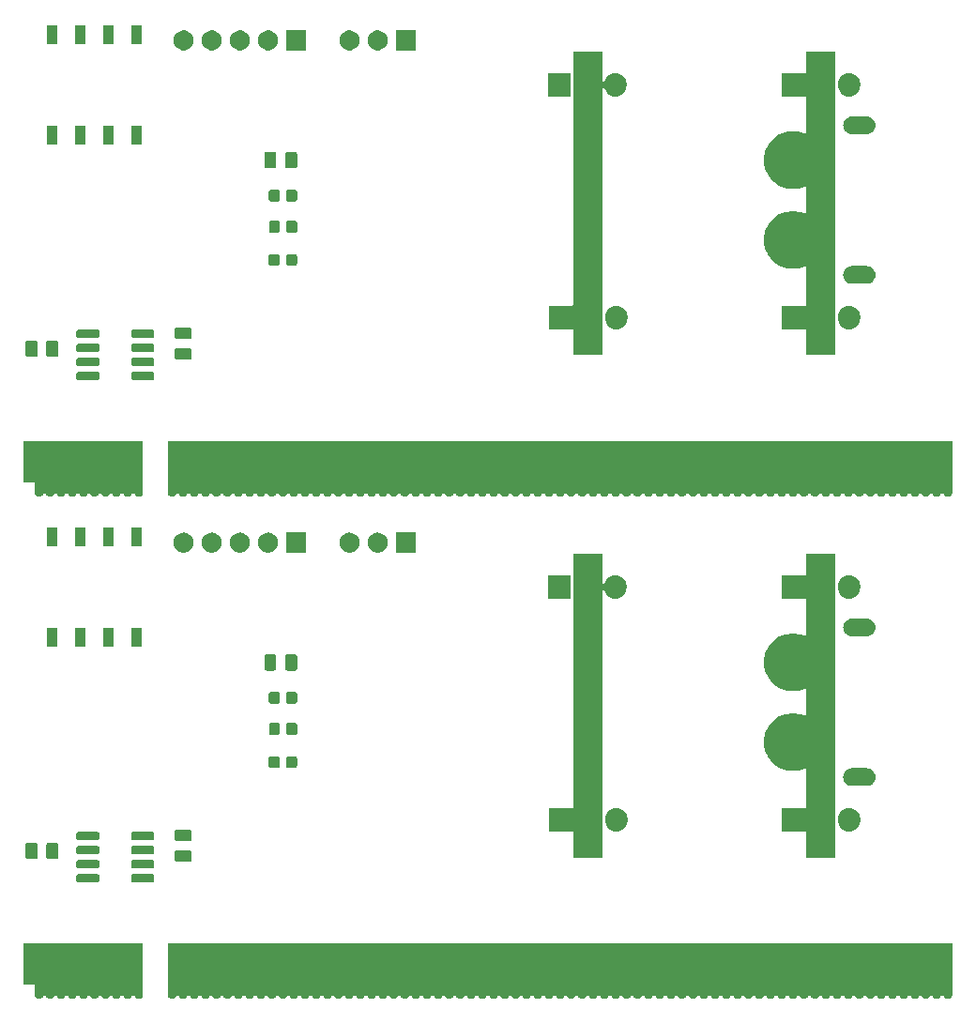
<source format=gbs>
G04 #@! TF.GenerationSoftware,KiCad,Pcbnew,(5.1.5)-3*
G04 #@! TF.CreationDate,2019-12-27T07:31:55+09:00*
G04 #@! TF.ProjectId,CAN_H-Bridge_Solo_MD_fin,43414e5f-482d-4427-9269-6467655f536f,rev?*
G04 #@! TF.SameCoordinates,Original*
G04 #@! TF.FileFunction,Soldermask,Bot*
G04 #@! TF.FilePolarity,Negative*
%FSLAX46Y46*%
G04 Gerber Fmt 4.6, Leading zero omitted, Abs format (unit mm)*
G04 Created by KiCad (PCBNEW (5.1.5)-3) date 2019-12-27 07:31:55*
%MOMM*%
%LPD*%
G04 APERTURE LIST*
%ADD10C,0.100000*%
G04 APERTURE END LIST*
D10*
G36*
X189376000Y-155893689D02*
G01*
X189365443Y-155906553D01*
X189353893Y-155928161D01*
X189333207Y-155978103D01*
X189292058Y-156039686D01*
X189239686Y-156092058D01*
X189178103Y-156133207D01*
X189109675Y-156161550D01*
X189109674Y-156161550D01*
X189109672Y-156161551D01*
X189037034Y-156176000D01*
X188962966Y-156176000D01*
X188890328Y-156161551D01*
X188890326Y-156161550D01*
X188890325Y-156161550D01*
X188821897Y-156133207D01*
X188760314Y-156092058D01*
X188707942Y-156039686D01*
X188666793Y-155978103D01*
X188646107Y-155928161D01*
X188634557Y-155906553D01*
X188619011Y-155887611D01*
X188600069Y-155872066D01*
X188578459Y-155860515D01*
X188555010Y-155853402D01*
X188530624Y-155851000D01*
X188469376Y-155851000D01*
X188444990Y-155853402D01*
X188421541Y-155860515D01*
X188399930Y-155872066D01*
X188380988Y-155887611D01*
X188365443Y-155906553D01*
X188353893Y-155928161D01*
X188333207Y-155978103D01*
X188292058Y-156039686D01*
X188239686Y-156092058D01*
X188178103Y-156133207D01*
X188109675Y-156161550D01*
X188109674Y-156161550D01*
X188109672Y-156161551D01*
X188037034Y-156176000D01*
X187962966Y-156176000D01*
X187890328Y-156161551D01*
X187890326Y-156161550D01*
X187890325Y-156161550D01*
X187821897Y-156133207D01*
X187760314Y-156092058D01*
X187707942Y-156039686D01*
X187666793Y-155978103D01*
X187646107Y-155928161D01*
X187634557Y-155906553D01*
X187619011Y-155887611D01*
X187600069Y-155872066D01*
X187578459Y-155860515D01*
X187555010Y-155853402D01*
X187530624Y-155851000D01*
X187469376Y-155851000D01*
X187444990Y-155853402D01*
X187421541Y-155860515D01*
X187399930Y-155872066D01*
X187380988Y-155887611D01*
X187365443Y-155906553D01*
X187353893Y-155928161D01*
X187333207Y-155978103D01*
X187292058Y-156039686D01*
X187239686Y-156092058D01*
X187178103Y-156133207D01*
X187109675Y-156161550D01*
X187109674Y-156161550D01*
X187109672Y-156161551D01*
X187037034Y-156176000D01*
X186962966Y-156176000D01*
X186890328Y-156161551D01*
X186890326Y-156161550D01*
X186890325Y-156161550D01*
X186821897Y-156133207D01*
X186760314Y-156092058D01*
X186707942Y-156039686D01*
X186666793Y-155978103D01*
X186646107Y-155928161D01*
X186634557Y-155906553D01*
X186619011Y-155887611D01*
X186600069Y-155872066D01*
X186578459Y-155860515D01*
X186555010Y-155853402D01*
X186530624Y-155851000D01*
X186469376Y-155851000D01*
X186444990Y-155853402D01*
X186421541Y-155860515D01*
X186399930Y-155872066D01*
X186380988Y-155887611D01*
X186365443Y-155906553D01*
X186353893Y-155928161D01*
X186333207Y-155978103D01*
X186292058Y-156039686D01*
X186239686Y-156092058D01*
X186178103Y-156133207D01*
X186109675Y-156161550D01*
X186109674Y-156161550D01*
X186109672Y-156161551D01*
X186037034Y-156176000D01*
X185962966Y-156176000D01*
X185890328Y-156161551D01*
X185890326Y-156161550D01*
X185890325Y-156161550D01*
X185821897Y-156133207D01*
X185760314Y-156092058D01*
X185707942Y-156039686D01*
X185666793Y-155978103D01*
X185646107Y-155928161D01*
X185634557Y-155906553D01*
X185619011Y-155887611D01*
X185600069Y-155872066D01*
X185578459Y-155860515D01*
X185555010Y-155853402D01*
X185530624Y-155851000D01*
X185469376Y-155851000D01*
X185444990Y-155853402D01*
X185421541Y-155860515D01*
X185399930Y-155872066D01*
X185380988Y-155887611D01*
X185365443Y-155906553D01*
X185353893Y-155928161D01*
X185333207Y-155978103D01*
X185292058Y-156039686D01*
X185239686Y-156092058D01*
X185178103Y-156133207D01*
X185109675Y-156161550D01*
X185109674Y-156161550D01*
X185109672Y-156161551D01*
X185037034Y-156176000D01*
X184962966Y-156176000D01*
X184890328Y-156161551D01*
X184890326Y-156161550D01*
X184890325Y-156161550D01*
X184821897Y-156133207D01*
X184760314Y-156092058D01*
X184707942Y-156039686D01*
X184666793Y-155978103D01*
X184646107Y-155928161D01*
X184634557Y-155906553D01*
X184619011Y-155887611D01*
X184600069Y-155872066D01*
X184578459Y-155860515D01*
X184555010Y-155853402D01*
X184530624Y-155851000D01*
X184469376Y-155851000D01*
X184444990Y-155853402D01*
X184421541Y-155860515D01*
X184399930Y-155872066D01*
X184380988Y-155887611D01*
X184365443Y-155906553D01*
X184353893Y-155928161D01*
X184333207Y-155978103D01*
X184292058Y-156039686D01*
X184239686Y-156092058D01*
X184178103Y-156133207D01*
X184109675Y-156161550D01*
X184109674Y-156161550D01*
X184109672Y-156161551D01*
X184037034Y-156176000D01*
X183962966Y-156176000D01*
X183890328Y-156161551D01*
X183890326Y-156161550D01*
X183890325Y-156161550D01*
X183821897Y-156133207D01*
X183760314Y-156092058D01*
X183707942Y-156039686D01*
X183666793Y-155978103D01*
X183646107Y-155928161D01*
X183634557Y-155906553D01*
X183619011Y-155887611D01*
X183600069Y-155872066D01*
X183578459Y-155860515D01*
X183555010Y-155853402D01*
X183530624Y-155851000D01*
X183469376Y-155851000D01*
X183444990Y-155853402D01*
X183421541Y-155860515D01*
X183399930Y-155872066D01*
X183380988Y-155887611D01*
X183365443Y-155906553D01*
X183353893Y-155928161D01*
X183333207Y-155978103D01*
X183292058Y-156039686D01*
X183239686Y-156092058D01*
X183178103Y-156133207D01*
X183109675Y-156161550D01*
X183109674Y-156161550D01*
X183109672Y-156161551D01*
X183037034Y-156176000D01*
X182962966Y-156176000D01*
X182890328Y-156161551D01*
X182890326Y-156161550D01*
X182890325Y-156161550D01*
X182821897Y-156133207D01*
X182760314Y-156092058D01*
X182707942Y-156039686D01*
X182666793Y-155978103D01*
X182646107Y-155928161D01*
X182634557Y-155906553D01*
X182619011Y-155887611D01*
X182600069Y-155872066D01*
X182578459Y-155860515D01*
X182555010Y-155853402D01*
X182530624Y-155851000D01*
X182469376Y-155851000D01*
X182444990Y-155853402D01*
X182421541Y-155860515D01*
X182399930Y-155872066D01*
X182380988Y-155887611D01*
X182365443Y-155906553D01*
X182353893Y-155928161D01*
X182333207Y-155978103D01*
X182292058Y-156039686D01*
X182239686Y-156092058D01*
X182178103Y-156133207D01*
X182109675Y-156161550D01*
X182109674Y-156161550D01*
X182109672Y-156161551D01*
X182037034Y-156176000D01*
X181962966Y-156176000D01*
X181890328Y-156161551D01*
X181890326Y-156161550D01*
X181890325Y-156161550D01*
X181821897Y-156133207D01*
X181760314Y-156092058D01*
X181707942Y-156039686D01*
X181666793Y-155978103D01*
X181646107Y-155928161D01*
X181634557Y-155906553D01*
X181619011Y-155887611D01*
X181600069Y-155872066D01*
X181578459Y-155860515D01*
X181555010Y-155853402D01*
X181530624Y-155851000D01*
X181469376Y-155851000D01*
X181444990Y-155853402D01*
X181421541Y-155860515D01*
X181399930Y-155872066D01*
X181380988Y-155887611D01*
X181365443Y-155906553D01*
X181353893Y-155928161D01*
X181333207Y-155978103D01*
X181292058Y-156039686D01*
X181239686Y-156092058D01*
X181178103Y-156133207D01*
X181109675Y-156161550D01*
X181109674Y-156161550D01*
X181109672Y-156161551D01*
X181037034Y-156176000D01*
X180962966Y-156176000D01*
X180890328Y-156161551D01*
X180890326Y-156161550D01*
X180890325Y-156161550D01*
X180821897Y-156133207D01*
X180760314Y-156092058D01*
X180707942Y-156039686D01*
X180666793Y-155978103D01*
X180646107Y-155928161D01*
X180634557Y-155906553D01*
X180619011Y-155887611D01*
X180600069Y-155872066D01*
X180578459Y-155860515D01*
X180555010Y-155853402D01*
X180530624Y-155851000D01*
X180469376Y-155851000D01*
X180444990Y-155853402D01*
X180421541Y-155860515D01*
X180399930Y-155872066D01*
X180380988Y-155887611D01*
X180365443Y-155906553D01*
X180353893Y-155928161D01*
X180333207Y-155978103D01*
X180292058Y-156039686D01*
X180239686Y-156092058D01*
X180178103Y-156133207D01*
X180109675Y-156161550D01*
X180109674Y-156161550D01*
X180109672Y-156161551D01*
X180037034Y-156176000D01*
X179962966Y-156176000D01*
X179890328Y-156161551D01*
X179890326Y-156161550D01*
X179890325Y-156161550D01*
X179821897Y-156133207D01*
X179760314Y-156092058D01*
X179707942Y-156039686D01*
X179666793Y-155978103D01*
X179646107Y-155928161D01*
X179634557Y-155906553D01*
X179619011Y-155887611D01*
X179600069Y-155872066D01*
X179578459Y-155860515D01*
X179555010Y-155853402D01*
X179530624Y-155851000D01*
X179469376Y-155851000D01*
X179444990Y-155853402D01*
X179421541Y-155860515D01*
X179399930Y-155872066D01*
X179380988Y-155887611D01*
X179365443Y-155906553D01*
X179353893Y-155928161D01*
X179333207Y-155978103D01*
X179292058Y-156039686D01*
X179239686Y-156092058D01*
X179178103Y-156133207D01*
X179109675Y-156161550D01*
X179109674Y-156161550D01*
X179109672Y-156161551D01*
X179037034Y-156176000D01*
X178962966Y-156176000D01*
X178890328Y-156161551D01*
X178890326Y-156161550D01*
X178890325Y-156161550D01*
X178821897Y-156133207D01*
X178760314Y-156092058D01*
X178707942Y-156039686D01*
X178666793Y-155978103D01*
X178646107Y-155928161D01*
X178634557Y-155906553D01*
X178619011Y-155887611D01*
X178600069Y-155872066D01*
X178578459Y-155860515D01*
X178555010Y-155853402D01*
X178530624Y-155851000D01*
X178469376Y-155851000D01*
X178444990Y-155853402D01*
X178421541Y-155860515D01*
X178399930Y-155872066D01*
X178380988Y-155887611D01*
X178365443Y-155906553D01*
X178353893Y-155928161D01*
X178333207Y-155978103D01*
X178292058Y-156039686D01*
X178239686Y-156092058D01*
X178178103Y-156133207D01*
X178109675Y-156161550D01*
X178109674Y-156161550D01*
X178109672Y-156161551D01*
X178037034Y-156176000D01*
X177962966Y-156176000D01*
X177890328Y-156161551D01*
X177890326Y-156161550D01*
X177890325Y-156161550D01*
X177821897Y-156133207D01*
X177760314Y-156092058D01*
X177707942Y-156039686D01*
X177666793Y-155978103D01*
X177646107Y-155928161D01*
X177634557Y-155906553D01*
X177619011Y-155887611D01*
X177600069Y-155872066D01*
X177578459Y-155860515D01*
X177555010Y-155853402D01*
X177530624Y-155851000D01*
X177469376Y-155851000D01*
X177444990Y-155853402D01*
X177421541Y-155860515D01*
X177399930Y-155872066D01*
X177380988Y-155887611D01*
X177365443Y-155906553D01*
X177353893Y-155928161D01*
X177333207Y-155978103D01*
X177292058Y-156039686D01*
X177239686Y-156092058D01*
X177178103Y-156133207D01*
X177109675Y-156161550D01*
X177109674Y-156161550D01*
X177109672Y-156161551D01*
X177037034Y-156176000D01*
X176962966Y-156176000D01*
X176890328Y-156161551D01*
X176890326Y-156161550D01*
X176890325Y-156161550D01*
X176821897Y-156133207D01*
X176760314Y-156092058D01*
X176707942Y-156039686D01*
X176666793Y-155978103D01*
X176646107Y-155928161D01*
X176634557Y-155906553D01*
X176619011Y-155887611D01*
X176600069Y-155872066D01*
X176578459Y-155860515D01*
X176555010Y-155853402D01*
X176530624Y-155851000D01*
X176469376Y-155851000D01*
X176444990Y-155853402D01*
X176421541Y-155860515D01*
X176399930Y-155872066D01*
X176380988Y-155887611D01*
X176365443Y-155906553D01*
X176353893Y-155928161D01*
X176333207Y-155978103D01*
X176292058Y-156039686D01*
X176239686Y-156092058D01*
X176178103Y-156133207D01*
X176109675Y-156161550D01*
X176109674Y-156161550D01*
X176109672Y-156161551D01*
X176037034Y-156176000D01*
X175962966Y-156176000D01*
X175890328Y-156161551D01*
X175890326Y-156161550D01*
X175890325Y-156161550D01*
X175821897Y-156133207D01*
X175760314Y-156092058D01*
X175707942Y-156039686D01*
X175666793Y-155978103D01*
X175646107Y-155928161D01*
X175634557Y-155906553D01*
X175619011Y-155887611D01*
X175600069Y-155872066D01*
X175578459Y-155860515D01*
X175555010Y-155853402D01*
X175530624Y-155851000D01*
X175469376Y-155851000D01*
X175444990Y-155853402D01*
X175421541Y-155860515D01*
X175399930Y-155872066D01*
X175380988Y-155887611D01*
X175365443Y-155906553D01*
X175353893Y-155928161D01*
X175333207Y-155978103D01*
X175292058Y-156039686D01*
X175239686Y-156092058D01*
X175178103Y-156133207D01*
X175109675Y-156161550D01*
X175109674Y-156161550D01*
X175109672Y-156161551D01*
X175037034Y-156176000D01*
X174962966Y-156176000D01*
X174890328Y-156161551D01*
X174890326Y-156161550D01*
X174890325Y-156161550D01*
X174821897Y-156133207D01*
X174760314Y-156092058D01*
X174707942Y-156039686D01*
X174666793Y-155978103D01*
X174646107Y-155928161D01*
X174634557Y-155906553D01*
X174619011Y-155887611D01*
X174600069Y-155872066D01*
X174578459Y-155860515D01*
X174555010Y-155853402D01*
X174530624Y-155851000D01*
X174469376Y-155851000D01*
X174444990Y-155853402D01*
X174421541Y-155860515D01*
X174399930Y-155872066D01*
X174380988Y-155887611D01*
X174365443Y-155906553D01*
X174353893Y-155928161D01*
X174333207Y-155978103D01*
X174292058Y-156039686D01*
X174239686Y-156092058D01*
X174178103Y-156133207D01*
X174109675Y-156161550D01*
X174109674Y-156161550D01*
X174109672Y-156161551D01*
X174037034Y-156176000D01*
X173962966Y-156176000D01*
X173890328Y-156161551D01*
X173890326Y-156161550D01*
X173890325Y-156161550D01*
X173821897Y-156133207D01*
X173760314Y-156092058D01*
X173707942Y-156039686D01*
X173666793Y-155978103D01*
X173646107Y-155928161D01*
X173634557Y-155906553D01*
X173619011Y-155887611D01*
X173600069Y-155872066D01*
X173578459Y-155860515D01*
X173555010Y-155853402D01*
X173530624Y-155851000D01*
X173469376Y-155851000D01*
X173444990Y-155853402D01*
X173421541Y-155860515D01*
X173399930Y-155872066D01*
X173380988Y-155887611D01*
X173365443Y-155906553D01*
X173353893Y-155928161D01*
X173333207Y-155978103D01*
X173292058Y-156039686D01*
X173239686Y-156092058D01*
X173178103Y-156133207D01*
X173109675Y-156161550D01*
X173109674Y-156161550D01*
X173109672Y-156161551D01*
X173037034Y-156176000D01*
X172962966Y-156176000D01*
X172890328Y-156161551D01*
X172890326Y-156161550D01*
X172890325Y-156161550D01*
X172821897Y-156133207D01*
X172760314Y-156092058D01*
X172707942Y-156039686D01*
X172666793Y-155978103D01*
X172646107Y-155928161D01*
X172634557Y-155906553D01*
X172619011Y-155887611D01*
X172600069Y-155872066D01*
X172578459Y-155860515D01*
X172555010Y-155853402D01*
X172530624Y-155851000D01*
X172469376Y-155851000D01*
X172444990Y-155853402D01*
X172421541Y-155860515D01*
X172399930Y-155872066D01*
X172380988Y-155887611D01*
X172365443Y-155906553D01*
X172353893Y-155928161D01*
X172333207Y-155978103D01*
X172292058Y-156039686D01*
X172239686Y-156092058D01*
X172178103Y-156133207D01*
X172109675Y-156161550D01*
X172109674Y-156161550D01*
X172109672Y-156161551D01*
X172037034Y-156176000D01*
X171962966Y-156176000D01*
X171890328Y-156161551D01*
X171890326Y-156161550D01*
X171890325Y-156161550D01*
X171821897Y-156133207D01*
X171760314Y-156092058D01*
X171707942Y-156039686D01*
X171666793Y-155978103D01*
X171646107Y-155928161D01*
X171634557Y-155906553D01*
X171619011Y-155887611D01*
X171600069Y-155872066D01*
X171578459Y-155860515D01*
X171555010Y-155853402D01*
X171530624Y-155851000D01*
X171469376Y-155851000D01*
X171444990Y-155853402D01*
X171421541Y-155860515D01*
X171399930Y-155872066D01*
X171380988Y-155887611D01*
X171365443Y-155906553D01*
X171353893Y-155928161D01*
X171333207Y-155978103D01*
X171292058Y-156039686D01*
X171239686Y-156092058D01*
X171178103Y-156133207D01*
X171109675Y-156161550D01*
X171109674Y-156161550D01*
X171109672Y-156161551D01*
X171037034Y-156176000D01*
X170962966Y-156176000D01*
X170890328Y-156161551D01*
X170890326Y-156161550D01*
X170890325Y-156161550D01*
X170821897Y-156133207D01*
X170760314Y-156092058D01*
X170707942Y-156039686D01*
X170666793Y-155978103D01*
X170646107Y-155928161D01*
X170634557Y-155906553D01*
X170619011Y-155887611D01*
X170600069Y-155872066D01*
X170578459Y-155860515D01*
X170555010Y-155853402D01*
X170530624Y-155851000D01*
X170469376Y-155851000D01*
X170444990Y-155853402D01*
X170421541Y-155860515D01*
X170399930Y-155872066D01*
X170380988Y-155887611D01*
X170365443Y-155906553D01*
X170353893Y-155928161D01*
X170333207Y-155978103D01*
X170292058Y-156039686D01*
X170239686Y-156092058D01*
X170178103Y-156133207D01*
X170109675Y-156161550D01*
X170109674Y-156161550D01*
X170109672Y-156161551D01*
X170037034Y-156176000D01*
X169962966Y-156176000D01*
X169890328Y-156161551D01*
X169890326Y-156161550D01*
X169890325Y-156161550D01*
X169821897Y-156133207D01*
X169760314Y-156092058D01*
X169707942Y-156039686D01*
X169666793Y-155978103D01*
X169646107Y-155928161D01*
X169634557Y-155906553D01*
X169619011Y-155887611D01*
X169600069Y-155872066D01*
X169578459Y-155860515D01*
X169555010Y-155853402D01*
X169530624Y-155851000D01*
X169469376Y-155851000D01*
X169444990Y-155853402D01*
X169421541Y-155860515D01*
X169399930Y-155872066D01*
X169380988Y-155887611D01*
X169365443Y-155906553D01*
X169353893Y-155928161D01*
X169333207Y-155978103D01*
X169292058Y-156039686D01*
X169239686Y-156092058D01*
X169178103Y-156133207D01*
X169109675Y-156161550D01*
X169109674Y-156161550D01*
X169109672Y-156161551D01*
X169037034Y-156176000D01*
X168962966Y-156176000D01*
X168890328Y-156161551D01*
X168890326Y-156161550D01*
X168890325Y-156161550D01*
X168821897Y-156133207D01*
X168760314Y-156092058D01*
X168707942Y-156039686D01*
X168666793Y-155978103D01*
X168646107Y-155928161D01*
X168634557Y-155906553D01*
X168619011Y-155887611D01*
X168600069Y-155872066D01*
X168578459Y-155860515D01*
X168555010Y-155853402D01*
X168530624Y-155851000D01*
X168469376Y-155851000D01*
X168444990Y-155853402D01*
X168421541Y-155860515D01*
X168399930Y-155872066D01*
X168380988Y-155887611D01*
X168365443Y-155906553D01*
X168353893Y-155928161D01*
X168333207Y-155978103D01*
X168292058Y-156039686D01*
X168239686Y-156092058D01*
X168178103Y-156133207D01*
X168109675Y-156161550D01*
X168109674Y-156161550D01*
X168109672Y-156161551D01*
X168037034Y-156176000D01*
X167962966Y-156176000D01*
X167890328Y-156161551D01*
X167890326Y-156161550D01*
X167890325Y-156161550D01*
X167821897Y-156133207D01*
X167760314Y-156092058D01*
X167707942Y-156039686D01*
X167666793Y-155978103D01*
X167646107Y-155928161D01*
X167634557Y-155906553D01*
X167619011Y-155887611D01*
X167600069Y-155872066D01*
X167578459Y-155860515D01*
X167555010Y-155853402D01*
X167530624Y-155851000D01*
X167469376Y-155851000D01*
X167444990Y-155853402D01*
X167421541Y-155860515D01*
X167399930Y-155872066D01*
X167380988Y-155887611D01*
X167365443Y-155906553D01*
X167353893Y-155928161D01*
X167333207Y-155978103D01*
X167292058Y-156039686D01*
X167239686Y-156092058D01*
X167178103Y-156133207D01*
X167109675Y-156161550D01*
X167109674Y-156161550D01*
X167109672Y-156161551D01*
X167037034Y-156176000D01*
X166962966Y-156176000D01*
X166890328Y-156161551D01*
X166890326Y-156161550D01*
X166890325Y-156161550D01*
X166821897Y-156133207D01*
X166760314Y-156092058D01*
X166707942Y-156039686D01*
X166666793Y-155978103D01*
X166646107Y-155928161D01*
X166634557Y-155906553D01*
X166619011Y-155887611D01*
X166600069Y-155872066D01*
X166578459Y-155860515D01*
X166555010Y-155853402D01*
X166530624Y-155851000D01*
X166469376Y-155851000D01*
X166444990Y-155853402D01*
X166421541Y-155860515D01*
X166399930Y-155872066D01*
X166380988Y-155887611D01*
X166365443Y-155906553D01*
X166353893Y-155928161D01*
X166333207Y-155978103D01*
X166292058Y-156039686D01*
X166239686Y-156092058D01*
X166178103Y-156133207D01*
X166109675Y-156161550D01*
X166109674Y-156161550D01*
X166109672Y-156161551D01*
X166037034Y-156176000D01*
X165962966Y-156176000D01*
X165890328Y-156161551D01*
X165890326Y-156161550D01*
X165890325Y-156161550D01*
X165821897Y-156133207D01*
X165760314Y-156092058D01*
X165707942Y-156039686D01*
X165666793Y-155978103D01*
X165646107Y-155928161D01*
X165634557Y-155906553D01*
X165619011Y-155887611D01*
X165600069Y-155872066D01*
X165578459Y-155860515D01*
X165555010Y-155853402D01*
X165530624Y-155851000D01*
X165469376Y-155851000D01*
X165444990Y-155853402D01*
X165421541Y-155860515D01*
X165399930Y-155872066D01*
X165380988Y-155887611D01*
X165365443Y-155906553D01*
X165353893Y-155928161D01*
X165333207Y-155978103D01*
X165292058Y-156039686D01*
X165239686Y-156092058D01*
X165178103Y-156133207D01*
X165109675Y-156161550D01*
X165109674Y-156161550D01*
X165109672Y-156161551D01*
X165037034Y-156176000D01*
X164962966Y-156176000D01*
X164890328Y-156161551D01*
X164890326Y-156161550D01*
X164890325Y-156161550D01*
X164821897Y-156133207D01*
X164760314Y-156092058D01*
X164707942Y-156039686D01*
X164666793Y-155978103D01*
X164646107Y-155928161D01*
X164634557Y-155906553D01*
X164619011Y-155887611D01*
X164600069Y-155872066D01*
X164578459Y-155860515D01*
X164555010Y-155853402D01*
X164530624Y-155851000D01*
X164469376Y-155851000D01*
X164444990Y-155853402D01*
X164421541Y-155860515D01*
X164399930Y-155872066D01*
X164380988Y-155887611D01*
X164365443Y-155906553D01*
X164353893Y-155928161D01*
X164333207Y-155978103D01*
X164292058Y-156039686D01*
X164239686Y-156092058D01*
X164178103Y-156133207D01*
X164109675Y-156161550D01*
X164109674Y-156161550D01*
X164109672Y-156161551D01*
X164037034Y-156176000D01*
X163962966Y-156176000D01*
X163890328Y-156161551D01*
X163890326Y-156161550D01*
X163890325Y-156161550D01*
X163821897Y-156133207D01*
X163760314Y-156092058D01*
X163707942Y-156039686D01*
X163666793Y-155978103D01*
X163646107Y-155928161D01*
X163634557Y-155906553D01*
X163619011Y-155887611D01*
X163600069Y-155872066D01*
X163578459Y-155860515D01*
X163555010Y-155853402D01*
X163530624Y-155851000D01*
X163469376Y-155851000D01*
X163444990Y-155853402D01*
X163421541Y-155860515D01*
X163399930Y-155872066D01*
X163380988Y-155887611D01*
X163365443Y-155906553D01*
X163353893Y-155928161D01*
X163333207Y-155978103D01*
X163292058Y-156039686D01*
X163239686Y-156092058D01*
X163178103Y-156133207D01*
X163109675Y-156161550D01*
X163109674Y-156161550D01*
X163109672Y-156161551D01*
X163037034Y-156176000D01*
X162962966Y-156176000D01*
X162890328Y-156161551D01*
X162890326Y-156161550D01*
X162890325Y-156161550D01*
X162821897Y-156133207D01*
X162760314Y-156092058D01*
X162707942Y-156039686D01*
X162666793Y-155978103D01*
X162646107Y-155928161D01*
X162634557Y-155906553D01*
X162619011Y-155887611D01*
X162600069Y-155872066D01*
X162578459Y-155860515D01*
X162555010Y-155853402D01*
X162530624Y-155851000D01*
X162469376Y-155851000D01*
X162444990Y-155853402D01*
X162421541Y-155860515D01*
X162399930Y-155872066D01*
X162380988Y-155887611D01*
X162365443Y-155906553D01*
X162353893Y-155928161D01*
X162333207Y-155978103D01*
X162292058Y-156039686D01*
X162239686Y-156092058D01*
X162178103Y-156133207D01*
X162109675Y-156161550D01*
X162109674Y-156161550D01*
X162109672Y-156161551D01*
X162037034Y-156176000D01*
X161962966Y-156176000D01*
X161890328Y-156161551D01*
X161890326Y-156161550D01*
X161890325Y-156161550D01*
X161821897Y-156133207D01*
X161760314Y-156092058D01*
X161707942Y-156039686D01*
X161666793Y-155978103D01*
X161646107Y-155928161D01*
X161634557Y-155906553D01*
X161619011Y-155887611D01*
X161600069Y-155872066D01*
X161578459Y-155860515D01*
X161555010Y-155853402D01*
X161530624Y-155851000D01*
X161469376Y-155851000D01*
X161444990Y-155853402D01*
X161421541Y-155860515D01*
X161399930Y-155872066D01*
X161380988Y-155887611D01*
X161365443Y-155906553D01*
X161353893Y-155928161D01*
X161333207Y-155978103D01*
X161292058Y-156039686D01*
X161239686Y-156092058D01*
X161178103Y-156133207D01*
X161109675Y-156161550D01*
X161109674Y-156161550D01*
X161109672Y-156161551D01*
X161037034Y-156176000D01*
X160962966Y-156176000D01*
X160890328Y-156161551D01*
X160890326Y-156161550D01*
X160890325Y-156161550D01*
X160821897Y-156133207D01*
X160760314Y-156092058D01*
X160707942Y-156039686D01*
X160666793Y-155978103D01*
X160646107Y-155928161D01*
X160634557Y-155906553D01*
X160619011Y-155887611D01*
X160600069Y-155872066D01*
X160578459Y-155860515D01*
X160555010Y-155853402D01*
X160530624Y-155851000D01*
X160469376Y-155851000D01*
X160444990Y-155853402D01*
X160421541Y-155860515D01*
X160399930Y-155872066D01*
X160380988Y-155887611D01*
X160365443Y-155906553D01*
X160353893Y-155928161D01*
X160333207Y-155978103D01*
X160292058Y-156039686D01*
X160239686Y-156092058D01*
X160178103Y-156133207D01*
X160109675Y-156161550D01*
X160109674Y-156161550D01*
X160109672Y-156161551D01*
X160037034Y-156176000D01*
X159962966Y-156176000D01*
X159890328Y-156161551D01*
X159890326Y-156161550D01*
X159890325Y-156161550D01*
X159821897Y-156133207D01*
X159760314Y-156092058D01*
X159707942Y-156039686D01*
X159666793Y-155978103D01*
X159646107Y-155928161D01*
X159634557Y-155906553D01*
X159619011Y-155887611D01*
X159600069Y-155872066D01*
X159578459Y-155860515D01*
X159555010Y-155853402D01*
X159530624Y-155851000D01*
X159469376Y-155851000D01*
X159444990Y-155853402D01*
X159421541Y-155860515D01*
X159399930Y-155872066D01*
X159380988Y-155887611D01*
X159365443Y-155906553D01*
X159353893Y-155928161D01*
X159333207Y-155978103D01*
X159292058Y-156039686D01*
X159239686Y-156092058D01*
X159178103Y-156133207D01*
X159109675Y-156161550D01*
X159109674Y-156161550D01*
X159109672Y-156161551D01*
X159037034Y-156176000D01*
X158962966Y-156176000D01*
X158890328Y-156161551D01*
X158890326Y-156161550D01*
X158890325Y-156161550D01*
X158821897Y-156133207D01*
X158760314Y-156092058D01*
X158707942Y-156039686D01*
X158666793Y-155978103D01*
X158646107Y-155928161D01*
X158634557Y-155906553D01*
X158619011Y-155887611D01*
X158600069Y-155872066D01*
X158578459Y-155860515D01*
X158555010Y-155853402D01*
X158530624Y-155851000D01*
X158469376Y-155851000D01*
X158444990Y-155853402D01*
X158421541Y-155860515D01*
X158399930Y-155872066D01*
X158380988Y-155887611D01*
X158365443Y-155906553D01*
X158353893Y-155928161D01*
X158333207Y-155978103D01*
X158292058Y-156039686D01*
X158239686Y-156092058D01*
X158178103Y-156133207D01*
X158109675Y-156161550D01*
X158109674Y-156161550D01*
X158109672Y-156161551D01*
X158037034Y-156176000D01*
X157962966Y-156176000D01*
X157890328Y-156161551D01*
X157890326Y-156161550D01*
X157890325Y-156161550D01*
X157821897Y-156133207D01*
X157760314Y-156092058D01*
X157707942Y-156039686D01*
X157666793Y-155978103D01*
X157646107Y-155928161D01*
X157634557Y-155906553D01*
X157619011Y-155887611D01*
X157600069Y-155872066D01*
X157578459Y-155860515D01*
X157555010Y-155853402D01*
X157530624Y-155851000D01*
X157469376Y-155851000D01*
X157444990Y-155853402D01*
X157421541Y-155860515D01*
X157399930Y-155872066D01*
X157380988Y-155887611D01*
X157365443Y-155906553D01*
X157353893Y-155928161D01*
X157333207Y-155978103D01*
X157292058Y-156039686D01*
X157239686Y-156092058D01*
X157178103Y-156133207D01*
X157109675Y-156161550D01*
X157109674Y-156161550D01*
X157109672Y-156161551D01*
X157037034Y-156176000D01*
X156962966Y-156176000D01*
X156890328Y-156161551D01*
X156890326Y-156161550D01*
X156890325Y-156161550D01*
X156821897Y-156133207D01*
X156760314Y-156092058D01*
X156707942Y-156039686D01*
X156666793Y-155978103D01*
X156646107Y-155928161D01*
X156634557Y-155906553D01*
X156619011Y-155887611D01*
X156600069Y-155872066D01*
X156578459Y-155860515D01*
X156555010Y-155853402D01*
X156530624Y-155851000D01*
X156469376Y-155851000D01*
X156444990Y-155853402D01*
X156421541Y-155860515D01*
X156399930Y-155872066D01*
X156380988Y-155887611D01*
X156365443Y-155906553D01*
X156353893Y-155928161D01*
X156333207Y-155978103D01*
X156292058Y-156039686D01*
X156239686Y-156092058D01*
X156178103Y-156133207D01*
X156109675Y-156161550D01*
X156109674Y-156161550D01*
X156109672Y-156161551D01*
X156037034Y-156176000D01*
X155962966Y-156176000D01*
X155890328Y-156161551D01*
X155890326Y-156161550D01*
X155890325Y-156161550D01*
X155821897Y-156133207D01*
X155760314Y-156092058D01*
X155707942Y-156039686D01*
X155666793Y-155978103D01*
X155646107Y-155928161D01*
X155634557Y-155906553D01*
X155619011Y-155887611D01*
X155600069Y-155872066D01*
X155578459Y-155860515D01*
X155555010Y-155853402D01*
X155530624Y-155851000D01*
X155469376Y-155851000D01*
X155444990Y-155853402D01*
X155421541Y-155860515D01*
X155399930Y-155872066D01*
X155380988Y-155887611D01*
X155365443Y-155906553D01*
X155353893Y-155928161D01*
X155333207Y-155978103D01*
X155292058Y-156039686D01*
X155239686Y-156092058D01*
X155178103Y-156133207D01*
X155109675Y-156161550D01*
X155109674Y-156161550D01*
X155109672Y-156161551D01*
X155037034Y-156176000D01*
X154962966Y-156176000D01*
X154890328Y-156161551D01*
X154890326Y-156161550D01*
X154890325Y-156161550D01*
X154821897Y-156133207D01*
X154760314Y-156092058D01*
X154707942Y-156039686D01*
X154666793Y-155978103D01*
X154646107Y-155928161D01*
X154634557Y-155906553D01*
X154619011Y-155887611D01*
X154600069Y-155872066D01*
X154578459Y-155860515D01*
X154555010Y-155853402D01*
X154530624Y-155851000D01*
X154469376Y-155851000D01*
X154444990Y-155853402D01*
X154421541Y-155860515D01*
X154399930Y-155872066D01*
X154380988Y-155887611D01*
X154365443Y-155906553D01*
X154353893Y-155928161D01*
X154333207Y-155978103D01*
X154292058Y-156039686D01*
X154239686Y-156092058D01*
X154178103Y-156133207D01*
X154109675Y-156161550D01*
X154109674Y-156161550D01*
X154109672Y-156161551D01*
X154037034Y-156176000D01*
X153962966Y-156176000D01*
X153890328Y-156161551D01*
X153890326Y-156161550D01*
X153890325Y-156161550D01*
X153821897Y-156133207D01*
X153760314Y-156092058D01*
X153707942Y-156039686D01*
X153666793Y-155978103D01*
X153646107Y-155928161D01*
X153634557Y-155906553D01*
X153619011Y-155887611D01*
X153600069Y-155872066D01*
X153578459Y-155860515D01*
X153555010Y-155853402D01*
X153530624Y-155851000D01*
X153469376Y-155851000D01*
X153444990Y-155853402D01*
X153421541Y-155860515D01*
X153399930Y-155872066D01*
X153380988Y-155887611D01*
X153365443Y-155906553D01*
X153353893Y-155928161D01*
X153333207Y-155978103D01*
X153292058Y-156039686D01*
X153239686Y-156092058D01*
X153178103Y-156133207D01*
X153109675Y-156161550D01*
X153109674Y-156161550D01*
X153109672Y-156161551D01*
X153037034Y-156176000D01*
X152962966Y-156176000D01*
X152890328Y-156161551D01*
X152890326Y-156161550D01*
X152890325Y-156161550D01*
X152821897Y-156133207D01*
X152760314Y-156092058D01*
X152707942Y-156039686D01*
X152666793Y-155978103D01*
X152646107Y-155928161D01*
X152634557Y-155906553D01*
X152619011Y-155887611D01*
X152600069Y-155872066D01*
X152578459Y-155860515D01*
X152555010Y-155853402D01*
X152530624Y-155851000D01*
X152469376Y-155851000D01*
X152444990Y-155853402D01*
X152421541Y-155860515D01*
X152399930Y-155872066D01*
X152380988Y-155887611D01*
X152365443Y-155906553D01*
X152353893Y-155928161D01*
X152333207Y-155978103D01*
X152292058Y-156039686D01*
X152239686Y-156092058D01*
X152178103Y-156133207D01*
X152109675Y-156161550D01*
X152109674Y-156161550D01*
X152109672Y-156161551D01*
X152037034Y-156176000D01*
X151962966Y-156176000D01*
X151890328Y-156161551D01*
X151890326Y-156161550D01*
X151890325Y-156161550D01*
X151821897Y-156133207D01*
X151760314Y-156092058D01*
X151707942Y-156039686D01*
X151666793Y-155978103D01*
X151646107Y-155928161D01*
X151634557Y-155906553D01*
X151619011Y-155887611D01*
X151600069Y-155872066D01*
X151578459Y-155860515D01*
X151555010Y-155853402D01*
X151530624Y-155851000D01*
X151469376Y-155851000D01*
X151444990Y-155853402D01*
X151421541Y-155860515D01*
X151399930Y-155872066D01*
X151380988Y-155887611D01*
X151365443Y-155906553D01*
X151353893Y-155928161D01*
X151333207Y-155978103D01*
X151292058Y-156039686D01*
X151239686Y-156092058D01*
X151178103Y-156133207D01*
X151109675Y-156161550D01*
X151109674Y-156161550D01*
X151109672Y-156161551D01*
X151037034Y-156176000D01*
X150962966Y-156176000D01*
X150890328Y-156161551D01*
X150890326Y-156161550D01*
X150890325Y-156161550D01*
X150821897Y-156133207D01*
X150760314Y-156092058D01*
X150707942Y-156039686D01*
X150666793Y-155978103D01*
X150646107Y-155928161D01*
X150634557Y-155906553D01*
X150619011Y-155887611D01*
X150600069Y-155872066D01*
X150578459Y-155860515D01*
X150555010Y-155853402D01*
X150530624Y-155851000D01*
X150469376Y-155851000D01*
X150444990Y-155853402D01*
X150421541Y-155860515D01*
X150399930Y-155872066D01*
X150380988Y-155887611D01*
X150365443Y-155906553D01*
X150353893Y-155928161D01*
X150333207Y-155978103D01*
X150292058Y-156039686D01*
X150239686Y-156092058D01*
X150178103Y-156133207D01*
X150109675Y-156161550D01*
X150109674Y-156161550D01*
X150109672Y-156161551D01*
X150037034Y-156176000D01*
X149962966Y-156176000D01*
X149890328Y-156161551D01*
X149890326Y-156161550D01*
X149890325Y-156161550D01*
X149821897Y-156133207D01*
X149760314Y-156092058D01*
X149707942Y-156039686D01*
X149666793Y-155978103D01*
X149646107Y-155928161D01*
X149634557Y-155906553D01*
X149619011Y-155887611D01*
X149600069Y-155872066D01*
X149578459Y-155860515D01*
X149555010Y-155853402D01*
X149530624Y-155851000D01*
X149469376Y-155851000D01*
X149444990Y-155853402D01*
X149421541Y-155860515D01*
X149399930Y-155872066D01*
X149380988Y-155887611D01*
X149365443Y-155906553D01*
X149353893Y-155928161D01*
X149333207Y-155978103D01*
X149292058Y-156039686D01*
X149239686Y-156092058D01*
X149178103Y-156133207D01*
X149109675Y-156161550D01*
X149109674Y-156161550D01*
X149109672Y-156161551D01*
X149037034Y-156176000D01*
X148962966Y-156176000D01*
X148890328Y-156161551D01*
X148890326Y-156161550D01*
X148890325Y-156161550D01*
X148821897Y-156133207D01*
X148760314Y-156092058D01*
X148707942Y-156039686D01*
X148666793Y-155978103D01*
X148646107Y-155928161D01*
X148634557Y-155906553D01*
X148619011Y-155887611D01*
X148600069Y-155872066D01*
X148578459Y-155860515D01*
X148555010Y-155853402D01*
X148530624Y-155851000D01*
X148469376Y-155851000D01*
X148444990Y-155853402D01*
X148421541Y-155860515D01*
X148399930Y-155872066D01*
X148380988Y-155887611D01*
X148365443Y-155906553D01*
X148353893Y-155928161D01*
X148333207Y-155978103D01*
X148292058Y-156039686D01*
X148239686Y-156092058D01*
X148178103Y-156133207D01*
X148109675Y-156161550D01*
X148109674Y-156161550D01*
X148109672Y-156161551D01*
X148037034Y-156176000D01*
X147962966Y-156176000D01*
X147890328Y-156161551D01*
X147890326Y-156161550D01*
X147890325Y-156161550D01*
X147821897Y-156133207D01*
X147760314Y-156092058D01*
X147707942Y-156039686D01*
X147666793Y-155978103D01*
X147646107Y-155928161D01*
X147634557Y-155906553D01*
X147619011Y-155887611D01*
X147600069Y-155872066D01*
X147578459Y-155860515D01*
X147555010Y-155853402D01*
X147530624Y-155851000D01*
X147469376Y-155851000D01*
X147444990Y-155853402D01*
X147421541Y-155860515D01*
X147399930Y-155872066D01*
X147380988Y-155887611D01*
X147365443Y-155906553D01*
X147353893Y-155928161D01*
X147333207Y-155978103D01*
X147292058Y-156039686D01*
X147239686Y-156092058D01*
X147178103Y-156133207D01*
X147109675Y-156161550D01*
X147109674Y-156161550D01*
X147109672Y-156161551D01*
X147037034Y-156176000D01*
X146962966Y-156176000D01*
X146890328Y-156161551D01*
X146890326Y-156161550D01*
X146890325Y-156161550D01*
X146821897Y-156133207D01*
X146760314Y-156092058D01*
X146707942Y-156039686D01*
X146666793Y-155978103D01*
X146646107Y-155928161D01*
X146634557Y-155906553D01*
X146619011Y-155887611D01*
X146600069Y-155872066D01*
X146578459Y-155860515D01*
X146555010Y-155853402D01*
X146530624Y-155851000D01*
X146469376Y-155851000D01*
X146444990Y-155853402D01*
X146421541Y-155860515D01*
X146399930Y-155872066D01*
X146380988Y-155887611D01*
X146365443Y-155906553D01*
X146353893Y-155928161D01*
X146333207Y-155978103D01*
X146292058Y-156039686D01*
X146239686Y-156092058D01*
X146178103Y-156133207D01*
X146109675Y-156161550D01*
X146109674Y-156161550D01*
X146109672Y-156161551D01*
X146037034Y-156176000D01*
X145962966Y-156176000D01*
X145890328Y-156161551D01*
X145890326Y-156161550D01*
X145890325Y-156161550D01*
X145821897Y-156133207D01*
X145760314Y-156092058D01*
X145707942Y-156039686D01*
X145666793Y-155978103D01*
X145646107Y-155928161D01*
X145634557Y-155906553D01*
X145619011Y-155887611D01*
X145600069Y-155872066D01*
X145578459Y-155860515D01*
X145555010Y-155853402D01*
X145530624Y-155851000D01*
X145469376Y-155851000D01*
X145444990Y-155853402D01*
X145421541Y-155860515D01*
X145399930Y-155872066D01*
X145380988Y-155887611D01*
X145365443Y-155906553D01*
X145353893Y-155928161D01*
X145333207Y-155978103D01*
X145292058Y-156039686D01*
X145239686Y-156092058D01*
X145178103Y-156133207D01*
X145109675Y-156161550D01*
X145109674Y-156161550D01*
X145109672Y-156161551D01*
X145037034Y-156176000D01*
X144962966Y-156176000D01*
X144890328Y-156161551D01*
X144890326Y-156161550D01*
X144890325Y-156161550D01*
X144821897Y-156133207D01*
X144760314Y-156092058D01*
X144707942Y-156039686D01*
X144666793Y-155978103D01*
X144646107Y-155928161D01*
X144634557Y-155906553D01*
X144619011Y-155887611D01*
X144600069Y-155872066D01*
X144578459Y-155860515D01*
X144555010Y-155853402D01*
X144530624Y-155851000D01*
X144469376Y-155851000D01*
X144444990Y-155853402D01*
X144421541Y-155860515D01*
X144399930Y-155872066D01*
X144380988Y-155887611D01*
X144365443Y-155906553D01*
X144353893Y-155928161D01*
X144333207Y-155978103D01*
X144292058Y-156039686D01*
X144239686Y-156092058D01*
X144178103Y-156133207D01*
X144109675Y-156161550D01*
X144109674Y-156161550D01*
X144109672Y-156161551D01*
X144037034Y-156176000D01*
X143962966Y-156176000D01*
X143890328Y-156161551D01*
X143890326Y-156161550D01*
X143890325Y-156161550D01*
X143821897Y-156133207D01*
X143760314Y-156092058D01*
X143707942Y-156039686D01*
X143666793Y-155978103D01*
X143646107Y-155928161D01*
X143634557Y-155906553D01*
X143619011Y-155887611D01*
X143600069Y-155872066D01*
X143578459Y-155860515D01*
X143555010Y-155853402D01*
X143530624Y-155851000D01*
X143469376Y-155851000D01*
X143444990Y-155853402D01*
X143421541Y-155860515D01*
X143399930Y-155872066D01*
X143380988Y-155887611D01*
X143365443Y-155906553D01*
X143353893Y-155928161D01*
X143333207Y-155978103D01*
X143292058Y-156039686D01*
X143239686Y-156092058D01*
X143178103Y-156133207D01*
X143109675Y-156161550D01*
X143109674Y-156161550D01*
X143109672Y-156161551D01*
X143037034Y-156176000D01*
X142962966Y-156176000D01*
X142890328Y-156161551D01*
X142890326Y-156161550D01*
X142890325Y-156161550D01*
X142821897Y-156133207D01*
X142760314Y-156092058D01*
X142707942Y-156039686D01*
X142666793Y-155978103D01*
X142646107Y-155928161D01*
X142634557Y-155906553D01*
X142619011Y-155887611D01*
X142600069Y-155872066D01*
X142578459Y-155860515D01*
X142555010Y-155853402D01*
X142530624Y-155851000D01*
X142469376Y-155851000D01*
X142444990Y-155853402D01*
X142421541Y-155860515D01*
X142399930Y-155872066D01*
X142380988Y-155887611D01*
X142365443Y-155906553D01*
X142353893Y-155928161D01*
X142333207Y-155978103D01*
X142292058Y-156039686D01*
X142239686Y-156092058D01*
X142178103Y-156133207D01*
X142109675Y-156161550D01*
X142109674Y-156161550D01*
X142109672Y-156161551D01*
X142037034Y-156176000D01*
X141962966Y-156176000D01*
X141890328Y-156161551D01*
X141890326Y-156161550D01*
X141890325Y-156161550D01*
X141821897Y-156133207D01*
X141760314Y-156092058D01*
X141707942Y-156039686D01*
X141666793Y-155978103D01*
X141646107Y-155928161D01*
X141634557Y-155906553D01*
X141619011Y-155887611D01*
X141600069Y-155872066D01*
X141578459Y-155860515D01*
X141555010Y-155853402D01*
X141530624Y-155851000D01*
X141469376Y-155851000D01*
X141444990Y-155853402D01*
X141421541Y-155860515D01*
X141399930Y-155872066D01*
X141380988Y-155887611D01*
X141365443Y-155906553D01*
X141353893Y-155928161D01*
X141333207Y-155978103D01*
X141292058Y-156039686D01*
X141239686Y-156092058D01*
X141178103Y-156133207D01*
X141109675Y-156161550D01*
X141109674Y-156161550D01*
X141109672Y-156161551D01*
X141037034Y-156176000D01*
X140962966Y-156176000D01*
X140890328Y-156161551D01*
X140890326Y-156161550D01*
X140890325Y-156161550D01*
X140821897Y-156133207D01*
X140760314Y-156092058D01*
X140707942Y-156039686D01*
X140666793Y-155978103D01*
X140646107Y-155928161D01*
X140634557Y-155906553D01*
X140619011Y-155887611D01*
X140600069Y-155872066D01*
X140578459Y-155860515D01*
X140555010Y-155853402D01*
X140530624Y-155851000D01*
X140469376Y-155851000D01*
X140444990Y-155853402D01*
X140421541Y-155860515D01*
X140399930Y-155872066D01*
X140380988Y-155887611D01*
X140365443Y-155906553D01*
X140353893Y-155928161D01*
X140333207Y-155978103D01*
X140292058Y-156039686D01*
X140239686Y-156092058D01*
X140178103Y-156133207D01*
X140109675Y-156161550D01*
X140109674Y-156161550D01*
X140109672Y-156161551D01*
X140037034Y-156176000D01*
X139962966Y-156176000D01*
X139890328Y-156161551D01*
X139890326Y-156161550D01*
X139890325Y-156161550D01*
X139821897Y-156133207D01*
X139760314Y-156092058D01*
X139707942Y-156039686D01*
X139666793Y-155978103D01*
X139646107Y-155928161D01*
X139634557Y-155906553D01*
X139619011Y-155887611D01*
X139600069Y-155872066D01*
X139578459Y-155860515D01*
X139555010Y-155853402D01*
X139530624Y-155851000D01*
X139469376Y-155851000D01*
X139444990Y-155853402D01*
X139421541Y-155860515D01*
X139399930Y-155872066D01*
X139380988Y-155887611D01*
X139365443Y-155906553D01*
X139353893Y-155928161D01*
X139333207Y-155978103D01*
X139292058Y-156039686D01*
X139239686Y-156092058D01*
X139178103Y-156133207D01*
X139109675Y-156161550D01*
X139109674Y-156161550D01*
X139109672Y-156161551D01*
X139037034Y-156176000D01*
X138962966Y-156176000D01*
X138890328Y-156161551D01*
X138890326Y-156161550D01*
X138890325Y-156161550D01*
X138821897Y-156133207D01*
X138760314Y-156092058D01*
X138707942Y-156039686D01*
X138666793Y-155978103D01*
X138646107Y-155928161D01*
X138634557Y-155906553D01*
X138619011Y-155887611D01*
X138600069Y-155872066D01*
X138578459Y-155860515D01*
X138555010Y-155853402D01*
X138530624Y-155851000D01*
X138469376Y-155851000D01*
X138444990Y-155853402D01*
X138421541Y-155860515D01*
X138399930Y-155872066D01*
X138380988Y-155887611D01*
X138365443Y-155906553D01*
X138353893Y-155928161D01*
X138333207Y-155978103D01*
X138292058Y-156039686D01*
X138239686Y-156092058D01*
X138178103Y-156133207D01*
X138109675Y-156161550D01*
X138109674Y-156161550D01*
X138109672Y-156161551D01*
X138037034Y-156176000D01*
X137962966Y-156176000D01*
X137890328Y-156161551D01*
X137890326Y-156161550D01*
X137890325Y-156161550D01*
X137821897Y-156133207D01*
X137760314Y-156092058D01*
X137707942Y-156039686D01*
X137666793Y-155978103D01*
X137646107Y-155928161D01*
X137634557Y-155906553D01*
X137619011Y-155887611D01*
X137600069Y-155872066D01*
X137578459Y-155860515D01*
X137555010Y-155853402D01*
X137530624Y-155851000D01*
X137469376Y-155851000D01*
X137444990Y-155853402D01*
X137421541Y-155860515D01*
X137399930Y-155872066D01*
X137380988Y-155887611D01*
X137365443Y-155906553D01*
X137353893Y-155928161D01*
X137333207Y-155978103D01*
X137292058Y-156039686D01*
X137239686Y-156092058D01*
X137178103Y-156133207D01*
X137109675Y-156161550D01*
X137109674Y-156161550D01*
X137109672Y-156161551D01*
X137037034Y-156176000D01*
X136962966Y-156176000D01*
X136890328Y-156161551D01*
X136890326Y-156161550D01*
X136890325Y-156161550D01*
X136821897Y-156133207D01*
X136760314Y-156092058D01*
X136707942Y-156039686D01*
X136666793Y-155978103D01*
X136646107Y-155928161D01*
X136634557Y-155906553D01*
X136619011Y-155887611D01*
X136600069Y-155872066D01*
X136578459Y-155860515D01*
X136555010Y-155853402D01*
X136530624Y-155851000D01*
X136469376Y-155851000D01*
X136444990Y-155853402D01*
X136421541Y-155860515D01*
X136399930Y-155872066D01*
X136380988Y-155887611D01*
X136365443Y-155906553D01*
X136353893Y-155928161D01*
X136333207Y-155978103D01*
X136292058Y-156039686D01*
X136239686Y-156092058D01*
X136178103Y-156133207D01*
X136109675Y-156161550D01*
X136109674Y-156161550D01*
X136109672Y-156161551D01*
X136037034Y-156176000D01*
X135962966Y-156176000D01*
X135890328Y-156161551D01*
X135890326Y-156161550D01*
X135890325Y-156161550D01*
X135821897Y-156133207D01*
X135760314Y-156092058D01*
X135707942Y-156039686D01*
X135666793Y-155978103D01*
X135646107Y-155928161D01*
X135634557Y-155906553D01*
X135619011Y-155887611D01*
X135600069Y-155872066D01*
X135578459Y-155860515D01*
X135555010Y-155853402D01*
X135530624Y-155851000D01*
X135469376Y-155851000D01*
X135444990Y-155853402D01*
X135421541Y-155860515D01*
X135399930Y-155872066D01*
X135380988Y-155887611D01*
X135365443Y-155906553D01*
X135353893Y-155928161D01*
X135333207Y-155978103D01*
X135292058Y-156039686D01*
X135239686Y-156092058D01*
X135178103Y-156133207D01*
X135109675Y-156161550D01*
X135109674Y-156161550D01*
X135109672Y-156161551D01*
X135037034Y-156176000D01*
X134962966Y-156176000D01*
X134890328Y-156161551D01*
X134890326Y-156161550D01*
X134890325Y-156161550D01*
X134821897Y-156133207D01*
X134760314Y-156092058D01*
X134707942Y-156039686D01*
X134666793Y-155978103D01*
X134646107Y-155928161D01*
X134634557Y-155906553D01*
X134619011Y-155887611D01*
X134600069Y-155872066D01*
X134578459Y-155860515D01*
X134555010Y-155853402D01*
X134530624Y-155851000D01*
X134469376Y-155851000D01*
X134444990Y-155853402D01*
X134421541Y-155860515D01*
X134399930Y-155872066D01*
X134380988Y-155887611D01*
X134365443Y-155906553D01*
X134353893Y-155928161D01*
X134333207Y-155978103D01*
X134292058Y-156039686D01*
X134239686Y-156092058D01*
X134178103Y-156133207D01*
X134109675Y-156161550D01*
X134109674Y-156161550D01*
X134109672Y-156161551D01*
X134037034Y-156176000D01*
X133962966Y-156176000D01*
X133890328Y-156161551D01*
X133890326Y-156161550D01*
X133890325Y-156161550D01*
X133821897Y-156133207D01*
X133760314Y-156092058D01*
X133707942Y-156039686D01*
X133666793Y-155978103D01*
X133646107Y-155928161D01*
X133634557Y-155906553D01*
X133619011Y-155887611D01*
X133600069Y-155872066D01*
X133578459Y-155860515D01*
X133555010Y-155853402D01*
X133530624Y-155851000D01*
X133469376Y-155851000D01*
X133444990Y-155853402D01*
X133421541Y-155860515D01*
X133399930Y-155872066D01*
X133380988Y-155887611D01*
X133365443Y-155906553D01*
X133353893Y-155928161D01*
X133333207Y-155978103D01*
X133292058Y-156039686D01*
X133239686Y-156092058D01*
X133178103Y-156133207D01*
X133109675Y-156161550D01*
X133109674Y-156161550D01*
X133109672Y-156161551D01*
X133037034Y-156176000D01*
X132962966Y-156176000D01*
X132890328Y-156161551D01*
X132890326Y-156161550D01*
X132890325Y-156161550D01*
X132821897Y-156133207D01*
X132760314Y-156092058D01*
X132707942Y-156039686D01*
X132666793Y-155978103D01*
X132646107Y-155928161D01*
X132634557Y-155906553D01*
X132619011Y-155887611D01*
X132600069Y-155872066D01*
X132578459Y-155860515D01*
X132555010Y-155853402D01*
X132530624Y-155851000D01*
X132469376Y-155851000D01*
X132444990Y-155853402D01*
X132421541Y-155860515D01*
X132399930Y-155872066D01*
X132380988Y-155887611D01*
X132365443Y-155906553D01*
X132353893Y-155928161D01*
X132333207Y-155978103D01*
X132292058Y-156039686D01*
X132239686Y-156092058D01*
X132178103Y-156133207D01*
X132109675Y-156161550D01*
X132109674Y-156161550D01*
X132109672Y-156161551D01*
X132037034Y-156176000D01*
X131962966Y-156176000D01*
X131890328Y-156161551D01*
X131890326Y-156161550D01*
X131890325Y-156161550D01*
X131821897Y-156133207D01*
X131760314Y-156092058D01*
X131707942Y-156039686D01*
X131666793Y-155978103D01*
X131646107Y-155928161D01*
X131634557Y-155906553D01*
X131619011Y-155887611D01*
X131600069Y-155872066D01*
X131578459Y-155860515D01*
X131555010Y-155853402D01*
X131530624Y-155851000D01*
X131469376Y-155851000D01*
X131444990Y-155853402D01*
X131421541Y-155860515D01*
X131399930Y-155872066D01*
X131380988Y-155887611D01*
X131365443Y-155906553D01*
X131353893Y-155928161D01*
X131333207Y-155978103D01*
X131292058Y-156039686D01*
X131239686Y-156092058D01*
X131178103Y-156133207D01*
X131109675Y-156161550D01*
X131109674Y-156161550D01*
X131109672Y-156161551D01*
X131037034Y-156176000D01*
X130962966Y-156176000D01*
X130890328Y-156161551D01*
X130890326Y-156161550D01*
X130890325Y-156161550D01*
X130821897Y-156133207D01*
X130760314Y-156092058D01*
X130707942Y-156039686D01*
X130666793Y-155978103D01*
X130646107Y-155928161D01*
X130634557Y-155906553D01*
X130619011Y-155887611D01*
X130600069Y-155872066D01*
X130578459Y-155860515D01*
X130555010Y-155853402D01*
X130530624Y-155851000D01*
X130469376Y-155851000D01*
X130444990Y-155853402D01*
X130421541Y-155860515D01*
X130399930Y-155872066D01*
X130380988Y-155887611D01*
X130365443Y-155906553D01*
X130353893Y-155928161D01*
X130333207Y-155978103D01*
X130292058Y-156039686D01*
X130239686Y-156092058D01*
X130178103Y-156133207D01*
X130109675Y-156161550D01*
X130109674Y-156161550D01*
X130109672Y-156161551D01*
X130037034Y-156176000D01*
X129962966Y-156176000D01*
X129890328Y-156161551D01*
X129890326Y-156161550D01*
X129890325Y-156161550D01*
X129821897Y-156133207D01*
X129760314Y-156092058D01*
X129707942Y-156039686D01*
X129666793Y-155978103D01*
X129646107Y-155928161D01*
X129634557Y-155906553D01*
X129619011Y-155887611D01*
X129600069Y-155872066D01*
X129578459Y-155860515D01*
X129555010Y-155853402D01*
X129530624Y-155851000D01*
X129469376Y-155851000D01*
X129444990Y-155853402D01*
X129421541Y-155860515D01*
X129399930Y-155872066D01*
X129380988Y-155887611D01*
X129365443Y-155906553D01*
X129353893Y-155928161D01*
X129333207Y-155978103D01*
X129292058Y-156039686D01*
X129239686Y-156092058D01*
X129178103Y-156133207D01*
X129109675Y-156161550D01*
X129109674Y-156161550D01*
X129109672Y-156161551D01*
X129037034Y-156176000D01*
X128962966Y-156176000D01*
X128890328Y-156161551D01*
X128890326Y-156161550D01*
X128890325Y-156161550D01*
X128821897Y-156133207D01*
X128760314Y-156092058D01*
X128707942Y-156039686D01*
X128666793Y-155978103D01*
X128646107Y-155928161D01*
X128634557Y-155906553D01*
X128619011Y-155887611D01*
X128600069Y-155872066D01*
X128578459Y-155860515D01*
X128555010Y-155853402D01*
X128530624Y-155851000D01*
X128469376Y-155851000D01*
X128444990Y-155853402D01*
X128421541Y-155860515D01*
X128399930Y-155872066D01*
X128380988Y-155887611D01*
X128365443Y-155906553D01*
X128353893Y-155928161D01*
X128333207Y-155978103D01*
X128292058Y-156039686D01*
X128239686Y-156092058D01*
X128178103Y-156133207D01*
X128109675Y-156161550D01*
X128109674Y-156161550D01*
X128109672Y-156161551D01*
X128037034Y-156176000D01*
X127962966Y-156176000D01*
X127890328Y-156161551D01*
X127890326Y-156161550D01*
X127890325Y-156161550D01*
X127821897Y-156133207D01*
X127760314Y-156092058D01*
X127707942Y-156039686D01*
X127666793Y-155978103D01*
X127646107Y-155928161D01*
X127634557Y-155906553D01*
X127619011Y-155887611D01*
X127600069Y-155872066D01*
X127578459Y-155860515D01*
X127555010Y-155853402D01*
X127530624Y-155851000D01*
X127469376Y-155851000D01*
X127444990Y-155853402D01*
X127421541Y-155860515D01*
X127399930Y-155872066D01*
X127380988Y-155887611D01*
X127365443Y-155906553D01*
X127353893Y-155928161D01*
X127333207Y-155978103D01*
X127292058Y-156039686D01*
X127239686Y-156092058D01*
X127178103Y-156133207D01*
X127109675Y-156161550D01*
X127109674Y-156161550D01*
X127109672Y-156161551D01*
X127037034Y-156176000D01*
X126962966Y-156176000D01*
X126890328Y-156161551D01*
X126890326Y-156161550D01*
X126890325Y-156161550D01*
X126821897Y-156133207D01*
X126760314Y-156092058D01*
X126707942Y-156039686D01*
X126666793Y-155978103D01*
X126646107Y-155928161D01*
X126634557Y-155906553D01*
X126619011Y-155887611D01*
X126600069Y-155872066D01*
X126578459Y-155860515D01*
X126555010Y-155853402D01*
X126530624Y-155851000D01*
X126469376Y-155851000D01*
X126444990Y-155853402D01*
X126421541Y-155860515D01*
X126399930Y-155872066D01*
X126380988Y-155887611D01*
X126365443Y-155906553D01*
X126353893Y-155928161D01*
X126333207Y-155978103D01*
X126292058Y-156039686D01*
X126239686Y-156092058D01*
X126178103Y-156133207D01*
X126109675Y-156161550D01*
X126109674Y-156161550D01*
X126109672Y-156161551D01*
X126037034Y-156176000D01*
X125962966Y-156176000D01*
X125890328Y-156161551D01*
X125890326Y-156161550D01*
X125890325Y-156161550D01*
X125821897Y-156133207D01*
X125760314Y-156092058D01*
X125707942Y-156039686D01*
X125666793Y-155978103D01*
X125646107Y-155928161D01*
X125634557Y-155906553D01*
X125619011Y-155887611D01*
X125600069Y-155872066D01*
X125578459Y-155860515D01*
X125555010Y-155853402D01*
X125530624Y-155851000D01*
X125469376Y-155851000D01*
X125444990Y-155853402D01*
X125421541Y-155860515D01*
X125399930Y-155872066D01*
X125380988Y-155887611D01*
X125365443Y-155906553D01*
X125353893Y-155928161D01*
X125333207Y-155978103D01*
X125292058Y-156039686D01*
X125239686Y-156092058D01*
X125178103Y-156133207D01*
X125109675Y-156161550D01*
X125109674Y-156161550D01*
X125109672Y-156161551D01*
X125037034Y-156176000D01*
X124962966Y-156176000D01*
X124890328Y-156161551D01*
X124890326Y-156161550D01*
X124890325Y-156161550D01*
X124821897Y-156133207D01*
X124760314Y-156092058D01*
X124707942Y-156039686D01*
X124666793Y-155978103D01*
X124646107Y-155928161D01*
X124634557Y-155906553D01*
X124619011Y-155887611D01*
X124600069Y-155872066D01*
X124578459Y-155860515D01*
X124555010Y-155853402D01*
X124530624Y-155851000D01*
X124469376Y-155851000D01*
X124444990Y-155853402D01*
X124421541Y-155860515D01*
X124399930Y-155872066D01*
X124380988Y-155887611D01*
X124365443Y-155906553D01*
X124353893Y-155928161D01*
X124333207Y-155978103D01*
X124292058Y-156039686D01*
X124239686Y-156092058D01*
X124178103Y-156133207D01*
X124109675Y-156161550D01*
X124109674Y-156161550D01*
X124109672Y-156161551D01*
X124037034Y-156176000D01*
X123962966Y-156176000D01*
X123890328Y-156161551D01*
X123890326Y-156161550D01*
X123890325Y-156161550D01*
X123821897Y-156133207D01*
X123760314Y-156092058D01*
X123707942Y-156039686D01*
X123666793Y-155978103D01*
X123646107Y-155928161D01*
X123634557Y-155906553D01*
X123619011Y-155887611D01*
X123600069Y-155872066D01*
X123578459Y-155860515D01*
X123555010Y-155853402D01*
X123530624Y-155851000D01*
X123469376Y-155851000D01*
X123444990Y-155853402D01*
X123421541Y-155860515D01*
X123399930Y-155872066D01*
X123380988Y-155887611D01*
X123365443Y-155906553D01*
X123353893Y-155928161D01*
X123333207Y-155978103D01*
X123292058Y-156039686D01*
X123239686Y-156092058D01*
X123178103Y-156133207D01*
X123109675Y-156161550D01*
X123109674Y-156161550D01*
X123109672Y-156161551D01*
X123037034Y-156176000D01*
X122962966Y-156176000D01*
X122890328Y-156161551D01*
X122890326Y-156161550D01*
X122890325Y-156161550D01*
X122821897Y-156133207D01*
X122760314Y-156092058D01*
X122707942Y-156039686D01*
X122666793Y-155978103D01*
X122646107Y-155928161D01*
X122634557Y-155906553D01*
X122619011Y-155887611D01*
X122600069Y-155872066D01*
X122578459Y-155860515D01*
X122555010Y-155853402D01*
X122530624Y-155851000D01*
X122469376Y-155851000D01*
X122444990Y-155853402D01*
X122421541Y-155860515D01*
X122399930Y-155872066D01*
X122380988Y-155887611D01*
X122365443Y-155906553D01*
X122353893Y-155928161D01*
X122333207Y-155978103D01*
X122292058Y-156039686D01*
X122239686Y-156092058D01*
X122178103Y-156133207D01*
X122109675Y-156161550D01*
X122109674Y-156161550D01*
X122109672Y-156161551D01*
X122037034Y-156176000D01*
X121962966Y-156176000D01*
X121890328Y-156161551D01*
X121890326Y-156161550D01*
X121890325Y-156161550D01*
X121821897Y-156133207D01*
X121760314Y-156092058D01*
X121707942Y-156039686D01*
X121666793Y-155978103D01*
X121646107Y-155928161D01*
X121634557Y-155906553D01*
X121619011Y-155887611D01*
X121600069Y-155872066D01*
X121578459Y-155860515D01*
X121555010Y-155853402D01*
X121530624Y-155851000D01*
X121469376Y-155851000D01*
X121444990Y-155853402D01*
X121421541Y-155860515D01*
X121399930Y-155872066D01*
X121380988Y-155887611D01*
X121365443Y-155906553D01*
X121353893Y-155928161D01*
X121333207Y-155978103D01*
X121292058Y-156039686D01*
X121239686Y-156092058D01*
X121178103Y-156133207D01*
X121109675Y-156161550D01*
X121109674Y-156161550D01*
X121109672Y-156161551D01*
X121037034Y-156176000D01*
X120962966Y-156176000D01*
X120890328Y-156161551D01*
X120890326Y-156161550D01*
X120890325Y-156161550D01*
X120821897Y-156133207D01*
X120760314Y-156092058D01*
X120707942Y-156039686D01*
X120666793Y-155978103D01*
X120646107Y-155928161D01*
X120634557Y-155906553D01*
X120619011Y-155887611D01*
X120600069Y-155872066D01*
X120578459Y-155860515D01*
X120555010Y-155853402D01*
X120530624Y-155851000D01*
X120469376Y-155851000D01*
X120444990Y-155853402D01*
X120421541Y-155860515D01*
X120399930Y-155872066D01*
X120380988Y-155887611D01*
X120365443Y-155906553D01*
X120353893Y-155928161D01*
X120333207Y-155978103D01*
X120292058Y-156039686D01*
X120239686Y-156092058D01*
X120178103Y-156133207D01*
X120109675Y-156161550D01*
X120109674Y-156161550D01*
X120109672Y-156161551D01*
X120037034Y-156176000D01*
X119962966Y-156176000D01*
X119890328Y-156161551D01*
X119890326Y-156161550D01*
X119890325Y-156161550D01*
X119821897Y-156133207D01*
X119760314Y-156092058D01*
X119707942Y-156039686D01*
X119666793Y-155978103D01*
X119646107Y-155928161D01*
X119634557Y-155906553D01*
X119619011Y-155887611D01*
X119600069Y-155872066D01*
X119578459Y-155860515D01*
X119555010Y-155853402D01*
X119530624Y-155851000D01*
X119469376Y-155851000D01*
X119444990Y-155853402D01*
X119421541Y-155860515D01*
X119399930Y-155872066D01*
X119380988Y-155887611D01*
X119365443Y-155906553D01*
X119353893Y-155928161D01*
X119333207Y-155978103D01*
X119292058Y-156039686D01*
X119239686Y-156092058D01*
X119178103Y-156133207D01*
X119109675Y-156161550D01*
X119109674Y-156161550D01*
X119109672Y-156161551D01*
X119037034Y-156176000D01*
X118962966Y-156176000D01*
X118890328Y-156161551D01*
X118890326Y-156161550D01*
X118890325Y-156161550D01*
X118821897Y-156133207D01*
X118760314Y-156092058D01*
X118707942Y-156039686D01*
X118666793Y-155978103D01*
X118646107Y-155928161D01*
X118634557Y-155906553D01*
X118624000Y-155893690D01*
X118624000Y-151149000D01*
X189376000Y-151149000D01*
X189376000Y-155893689D01*
G37*
G36*
X116376000Y-155893689D02*
G01*
X116365443Y-155906553D01*
X116353893Y-155928161D01*
X116333207Y-155978103D01*
X116292058Y-156039686D01*
X116239686Y-156092058D01*
X116178103Y-156133207D01*
X116109675Y-156161550D01*
X116109674Y-156161550D01*
X116109672Y-156161551D01*
X116037034Y-156176000D01*
X115962966Y-156176000D01*
X115890328Y-156161551D01*
X115890326Y-156161550D01*
X115890325Y-156161550D01*
X115821897Y-156133207D01*
X115760314Y-156092058D01*
X115707942Y-156039686D01*
X115666793Y-155978103D01*
X115646107Y-155928161D01*
X115634557Y-155906553D01*
X115619011Y-155887611D01*
X115600069Y-155872066D01*
X115578459Y-155860515D01*
X115555010Y-155853402D01*
X115530624Y-155851000D01*
X115469376Y-155851000D01*
X115444990Y-155853402D01*
X115421541Y-155860515D01*
X115399930Y-155872066D01*
X115380988Y-155887611D01*
X115365443Y-155906553D01*
X115353893Y-155928161D01*
X115333207Y-155978103D01*
X115292058Y-156039686D01*
X115239686Y-156092058D01*
X115178103Y-156133207D01*
X115109675Y-156161550D01*
X115109674Y-156161550D01*
X115109672Y-156161551D01*
X115037034Y-156176000D01*
X114962966Y-156176000D01*
X114890328Y-156161551D01*
X114890326Y-156161550D01*
X114890325Y-156161550D01*
X114821897Y-156133207D01*
X114760314Y-156092058D01*
X114707942Y-156039686D01*
X114666793Y-155978103D01*
X114646107Y-155928161D01*
X114634557Y-155906553D01*
X114619011Y-155887611D01*
X114600069Y-155872066D01*
X114578459Y-155860515D01*
X114555010Y-155853402D01*
X114530624Y-155851000D01*
X114469376Y-155851000D01*
X114444990Y-155853402D01*
X114421541Y-155860515D01*
X114399930Y-155872066D01*
X114380988Y-155887611D01*
X114365443Y-155906553D01*
X114353893Y-155928161D01*
X114333207Y-155978103D01*
X114292058Y-156039686D01*
X114239686Y-156092058D01*
X114178103Y-156133207D01*
X114109675Y-156161550D01*
X114109674Y-156161550D01*
X114109672Y-156161551D01*
X114037034Y-156176000D01*
X113962966Y-156176000D01*
X113890328Y-156161551D01*
X113890326Y-156161550D01*
X113890325Y-156161550D01*
X113821897Y-156133207D01*
X113760314Y-156092058D01*
X113707942Y-156039686D01*
X113666793Y-155978103D01*
X113646107Y-155928161D01*
X113634557Y-155906553D01*
X113619011Y-155887611D01*
X113600069Y-155872066D01*
X113578459Y-155860515D01*
X113555010Y-155853402D01*
X113530624Y-155851000D01*
X113469376Y-155851000D01*
X113444990Y-155853402D01*
X113421541Y-155860515D01*
X113399930Y-155872066D01*
X113380988Y-155887611D01*
X113365443Y-155906553D01*
X113353893Y-155928161D01*
X113333207Y-155978103D01*
X113292058Y-156039686D01*
X113239686Y-156092058D01*
X113178103Y-156133207D01*
X113109675Y-156161550D01*
X113109674Y-156161550D01*
X113109672Y-156161551D01*
X113037034Y-156176000D01*
X112962966Y-156176000D01*
X112890328Y-156161551D01*
X112890326Y-156161550D01*
X112890325Y-156161550D01*
X112821897Y-156133207D01*
X112760314Y-156092058D01*
X112707942Y-156039686D01*
X112666793Y-155978103D01*
X112646107Y-155928161D01*
X112634557Y-155906553D01*
X112619011Y-155887611D01*
X112600069Y-155872066D01*
X112578459Y-155860515D01*
X112555010Y-155853402D01*
X112530624Y-155851000D01*
X112469376Y-155851000D01*
X112444990Y-155853402D01*
X112421541Y-155860515D01*
X112399930Y-155872066D01*
X112380988Y-155887611D01*
X112365443Y-155906553D01*
X112353893Y-155928161D01*
X112333207Y-155978103D01*
X112292058Y-156039686D01*
X112239686Y-156092058D01*
X112178103Y-156133207D01*
X112109675Y-156161550D01*
X112109674Y-156161550D01*
X112109672Y-156161551D01*
X112037034Y-156176000D01*
X111962966Y-156176000D01*
X111890328Y-156161551D01*
X111890326Y-156161550D01*
X111890325Y-156161550D01*
X111821897Y-156133207D01*
X111760314Y-156092058D01*
X111707942Y-156039686D01*
X111666793Y-155978103D01*
X111646107Y-155928161D01*
X111634557Y-155906553D01*
X111619011Y-155887611D01*
X111600069Y-155872066D01*
X111578459Y-155860515D01*
X111555010Y-155853402D01*
X111530624Y-155851000D01*
X111469376Y-155851000D01*
X111444990Y-155853402D01*
X111421541Y-155860515D01*
X111399930Y-155872066D01*
X111380988Y-155887611D01*
X111365443Y-155906553D01*
X111353893Y-155928161D01*
X111333207Y-155978103D01*
X111292058Y-156039686D01*
X111239686Y-156092058D01*
X111178103Y-156133207D01*
X111109675Y-156161550D01*
X111109674Y-156161550D01*
X111109672Y-156161551D01*
X111037034Y-156176000D01*
X110962966Y-156176000D01*
X110890328Y-156161551D01*
X110890326Y-156161550D01*
X110890325Y-156161550D01*
X110821897Y-156133207D01*
X110760314Y-156092058D01*
X110707942Y-156039686D01*
X110666793Y-155978103D01*
X110646107Y-155928161D01*
X110634557Y-155906553D01*
X110619011Y-155887611D01*
X110600069Y-155872066D01*
X110578459Y-155860515D01*
X110555010Y-155853402D01*
X110530624Y-155851000D01*
X110469376Y-155851000D01*
X110444990Y-155853402D01*
X110421541Y-155860515D01*
X110399930Y-155872066D01*
X110380988Y-155887611D01*
X110365443Y-155906553D01*
X110353893Y-155928161D01*
X110333207Y-155978103D01*
X110292058Y-156039686D01*
X110239686Y-156092058D01*
X110178103Y-156133207D01*
X110109675Y-156161550D01*
X110109674Y-156161550D01*
X110109672Y-156161551D01*
X110037034Y-156176000D01*
X109962966Y-156176000D01*
X109890328Y-156161551D01*
X109890326Y-156161550D01*
X109890325Y-156161550D01*
X109821897Y-156133207D01*
X109760314Y-156092058D01*
X109707942Y-156039686D01*
X109666793Y-155978103D01*
X109646107Y-155928161D01*
X109634557Y-155906553D01*
X109619011Y-155887611D01*
X109600069Y-155872066D01*
X109578459Y-155860515D01*
X109555010Y-155853402D01*
X109530624Y-155851000D01*
X109469376Y-155851000D01*
X109444990Y-155853402D01*
X109421541Y-155860515D01*
X109399930Y-155872066D01*
X109380988Y-155887611D01*
X109365443Y-155906553D01*
X109353893Y-155928161D01*
X109333207Y-155978103D01*
X109292058Y-156039686D01*
X109239686Y-156092058D01*
X109178103Y-156133207D01*
X109109675Y-156161550D01*
X109109674Y-156161550D01*
X109109672Y-156161551D01*
X109037034Y-156176000D01*
X108962966Y-156176000D01*
X108890328Y-156161551D01*
X108890326Y-156161550D01*
X108890325Y-156161550D01*
X108821897Y-156133207D01*
X108760314Y-156092058D01*
X108707942Y-156039686D01*
X108666793Y-155978103D01*
X108646107Y-155928161D01*
X108634557Y-155906553D01*
X108619011Y-155887611D01*
X108600069Y-155872066D01*
X108578459Y-155860515D01*
X108555010Y-155853402D01*
X108530624Y-155851000D01*
X108469376Y-155851000D01*
X108444990Y-155853402D01*
X108421541Y-155860515D01*
X108399930Y-155872066D01*
X108380988Y-155887611D01*
X108365443Y-155906553D01*
X108353893Y-155928161D01*
X108333207Y-155978103D01*
X108292058Y-156039686D01*
X108239686Y-156092058D01*
X108178103Y-156133207D01*
X108109675Y-156161550D01*
X108109674Y-156161550D01*
X108109672Y-156161551D01*
X108037034Y-156176000D01*
X107962966Y-156176000D01*
X107890328Y-156161551D01*
X107890326Y-156161550D01*
X107890325Y-156161550D01*
X107821897Y-156133207D01*
X107760314Y-156092058D01*
X107707942Y-156039686D01*
X107666793Y-155978103D01*
X107646107Y-155928161D01*
X107634557Y-155906553D01*
X107619011Y-155887611D01*
X107600069Y-155872066D01*
X107578459Y-155860515D01*
X107555010Y-155853402D01*
X107530624Y-155851000D01*
X107469376Y-155851000D01*
X107444990Y-155853402D01*
X107421541Y-155860515D01*
X107399930Y-155872066D01*
X107380988Y-155887611D01*
X107365443Y-155906553D01*
X107353893Y-155928161D01*
X107333207Y-155978103D01*
X107292058Y-156039686D01*
X107239686Y-156092058D01*
X107178103Y-156133207D01*
X107109675Y-156161550D01*
X107109674Y-156161550D01*
X107109672Y-156161551D01*
X107037034Y-156176000D01*
X106962966Y-156176000D01*
X106890328Y-156161551D01*
X106890326Y-156161550D01*
X106890325Y-156161550D01*
X106821897Y-156133207D01*
X106760314Y-156092058D01*
X106707942Y-156039686D01*
X106666793Y-155978103D01*
X106646107Y-155928161D01*
X106634557Y-155906553D01*
X106624000Y-155893690D01*
X106624000Y-154975999D01*
X106621598Y-154951613D01*
X106614485Y-154928164D01*
X106602934Y-154906553D01*
X106587389Y-154887611D01*
X106568447Y-154872066D01*
X106546836Y-154860515D01*
X106523387Y-154853402D01*
X106499001Y-154851000D01*
X105624000Y-154851000D01*
X105624000Y-151149000D01*
X116376000Y-151149000D01*
X116376000Y-155893689D01*
G37*
G36*
X117284928Y-144921764D02*
G01*
X117306009Y-144928160D01*
X117325445Y-144938548D01*
X117342476Y-144952524D01*
X117356452Y-144969555D01*
X117366840Y-144988991D01*
X117373236Y-145010072D01*
X117376000Y-145038140D01*
X117376000Y-145501860D01*
X117373236Y-145529928D01*
X117366840Y-145551009D01*
X117356452Y-145570445D01*
X117342476Y-145587476D01*
X117325445Y-145601452D01*
X117306009Y-145611840D01*
X117284928Y-145618236D01*
X117256860Y-145621000D01*
X115443140Y-145621000D01*
X115415072Y-145618236D01*
X115393991Y-145611840D01*
X115374555Y-145601452D01*
X115357524Y-145587476D01*
X115343548Y-145570445D01*
X115333160Y-145551009D01*
X115326764Y-145529928D01*
X115324000Y-145501860D01*
X115324000Y-145038140D01*
X115326764Y-145010072D01*
X115333160Y-144988991D01*
X115343548Y-144969555D01*
X115357524Y-144952524D01*
X115374555Y-144938548D01*
X115393991Y-144928160D01*
X115415072Y-144921764D01*
X115443140Y-144919000D01*
X117256860Y-144919000D01*
X117284928Y-144921764D01*
G37*
G36*
X112334928Y-144921764D02*
G01*
X112356009Y-144928160D01*
X112375445Y-144938548D01*
X112392476Y-144952524D01*
X112406452Y-144969555D01*
X112416840Y-144988991D01*
X112423236Y-145010072D01*
X112426000Y-145038140D01*
X112426000Y-145501860D01*
X112423236Y-145529928D01*
X112416840Y-145551009D01*
X112406452Y-145570445D01*
X112392476Y-145587476D01*
X112375445Y-145601452D01*
X112356009Y-145611840D01*
X112334928Y-145618236D01*
X112306860Y-145621000D01*
X110493140Y-145621000D01*
X110465072Y-145618236D01*
X110443991Y-145611840D01*
X110424555Y-145601452D01*
X110407524Y-145587476D01*
X110393548Y-145570445D01*
X110383160Y-145551009D01*
X110376764Y-145529928D01*
X110374000Y-145501860D01*
X110374000Y-145038140D01*
X110376764Y-145010072D01*
X110383160Y-144988991D01*
X110393548Y-144969555D01*
X110407524Y-144952524D01*
X110424555Y-144938548D01*
X110443991Y-144928160D01*
X110465072Y-144921764D01*
X110493140Y-144919000D01*
X112306860Y-144919000D01*
X112334928Y-144921764D01*
G37*
G36*
X117284928Y-143651764D02*
G01*
X117306009Y-143658160D01*
X117325445Y-143668548D01*
X117342476Y-143682524D01*
X117356452Y-143699555D01*
X117366840Y-143718991D01*
X117373236Y-143740072D01*
X117376000Y-143768140D01*
X117376000Y-144231860D01*
X117373236Y-144259928D01*
X117366840Y-144281009D01*
X117356452Y-144300445D01*
X117342476Y-144317476D01*
X117325445Y-144331452D01*
X117306009Y-144341840D01*
X117284928Y-144348236D01*
X117256860Y-144351000D01*
X115443140Y-144351000D01*
X115415072Y-144348236D01*
X115393991Y-144341840D01*
X115374555Y-144331452D01*
X115357524Y-144317476D01*
X115343548Y-144300445D01*
X115333160Y-144281009D01*
X115326764Y-144259928D01*
X115324000Y-144231860D01*
X115324000Y-143768140D01*
X115326764Y-143740072D01*
X115333160Y-143718991D01*
X115343548Y-143699555D01*
X115357524Y-143682524D01*
X115374555Y-143668548D01*
X115393991Y-143658160D01*
X115415072Y-143651764D01*
X115443140Y-143649000D01*
X117256860Y-143649000D01*
X117284928Y-143651764D01*
G37*
G36*
X112334928Y-143651764D02*
G01*
X112356009Y-143658160D01*
X112375445Y-143668548D01*
X112392476Y-143682524D01*
X112406452Y-143699555D01*
X112416840Y-143718991D01*
X112423236Y-143740072D01*
X112426000Y-143768140D01*
X112426000Y-144231860D01*
X112423236Y-144259928D01*
X112416840Y-144281009D01*
X112406452Y-144300445D01*
X112392476Y-144317476D01*
X112375445Y-144331452D01*
X112356009Y-144341840D01*
X112334928Y-144348236D01*
X112306860Y-144351000D01*
X110493140Y-144351000D01*
X110465072Y-144348236D01*
X110443991Y-144341840D01*
X110424555Y-144331452D01*
X110407524Y-144317476D01*
X110393548Y-144300445D01*
X110383160Y-144281009D01*
X110376764Y-144259928D01*
X110374000Y-144231860D01*
X110374000Y-143768140D01*
X110376764Y-143740072D01*
X110383160Y-143718991D01*
X110393548Y-143699555D01*
X110407524Y-143682524D01*
X110424555Y-143668548D01*
X110443991Y-143658160D01*
X110465072Y-143651764D01*
X110493140Y-143649000D01*
X112306860Y-143649000D01*
X112334928Y-143651764D01*
G37*
G36*
X120584468Y-142741065D02*
G01*
X120623138Y-142752796D01*
X120658777Y-142771846D01*
X120690017Y-142797483D01*
X120715654Y-142828723D01*
X120734704Y-142864362D01*
X120746435Y-142903032D01*
X120751000Y-142949388D01*
X120751000Y-143600612D01*
X120746435Y-143646968D01*
X120734704Y-143685638D01*
X120715654Y-143721277D01*
X120690017Y-143752517D01*
X120658777Y-143778154D01*
X120623138Y-143797204D01*
X120584468Y-143808935D01*
X120538112Y-143813500D01*
X119461888Y-143813500D01*
X119415532Y-143808935D01*
X119376862Y-143797204D01*
X119341223Y-143778154D01*
X119309983Y-143752517D01*
X119284346Y-143721277D01*
X119265296Y-143685638D01*
X119253565Y-143646968D01*
X119249000Y-143600612D01*
X119249000Y-142949388D01*
X119253565Y-142903032D01*
X119265296Y-142864362D01*
X119284346Y-142828723D01*
X119309983Y-142797483D01*
X119341223Y-142771846D01*
X119376862Y-142752796D01*
X119415532Y-142741065D01*
X119461888Y-142736500D01*
X120538112Y-142736500D01*
X120584468Y-142741065D01*
G37*
G36*
X108571968Y-142053565D02*
G01*
X108610638Y-142065296D01*
X108646277Y-142084346D01*
X108677517Y-142109983D01*
X108703154Y-142141223D01*
X108722204Y-142176862D01*
X108733935Y-142215532D01*
X108738500Y-142261888D01*
X108738500Y-143338112D01*
X108733935Y-143384468D01*
X108722204Y-143423138D01*
X108703154Y-143458777D01*
X108677517Y-143490017D01*
X108646277Y-143515654D01*
X108610638Y-143534704D01*
X108571968Y-143546435D01*
X108525612Y-143551000D01*
X107874388Y-143551000D01*
X107828032Y-143546435D01*
X107789362Y-143534704D01*
X107753723Y-143515654D01*
X107722483Y-143490017D01*
X107696846Y-143458777D01*
X107677796Y-143423138D01*
X107666065Y-143384468D01*
X107661500Y-143338112D01*
X107661500Y-142261888D01*
X107666065Y-142215532D01*
X107677796Y-142176862D01*
X107696846Y-142141223D01*
X107722483Y-142109983D01*
X107753723Y-142084346D01*
X107789362Y-142065296D01*
X107828032Y-142053565D01*
X107874388Y-142049000D01*
X108525612Y-142049000D01*
X108571968Y-142053565D01*
G37*
G36*
X106696968Y-142053565D02*
G01*
X106735638Y-142065296D01*
X106771277Y-142084346D01*
X106802517Y-142109983D01*
X106828154Y-142141223D01*
X106847204Y-142176862D01*
X106858935Y-142215532D01*
X106863500Y-142261888D01*
X106863500Y-143338112D01*
X106858935Y-143384468D01*
X106847204Y-143423138D01*
X106828154Y-143458777D01*
X106802517Y-143490017D01*
X106771277Y-143515654D01*
X106735638Y-143534704D01*
X106696968Y-143546435D01*
X106650612Y-143551000D01*
X105999388Y-143551000D01*
X105953032Y-143546435D01*
X105914362Y-143534704D01*
X105878723Y-143515654D01*
X105847483Y-143490017D01*
X105821846Y-143458777D01*
X105802796Y-143423138D01*
X105791065Y-143384468D01*
X105786500Y-143338112D01*
X105786500Y-142261888D01*
X105791065Y-142215532D01*
X105802796Y-142176862D01*
X105821846Y-142141223D01*
X105847483Y-142109983D01*
X105878723Y-142084346D01*
X105914362Y-142065296D01*
X105953032Y-142053565D01*
X105999388Y-142049000D01*
X106650612Y-142049000D01*
X106696968Y-142053565D01*
G37*
G36*
X157800000Y-118608746D02*
G01*
X157802402Y-118633132D01*
X157809515Y-118656581D01*
X157821066Y-118678192D01*
X157836611Y-118697134D01*
X157855553Y-118712679D01*
X157877164Y-118724230D01*
X157900613Y-118731343D01*
X157924999Y-118733745D01*
X157949385Y-118731343D01*
X157972834Y-118724230D01*
X157994445Y-118712679D01*
X158013387Y-118697134D01*
X158028932Y-118678192D01*
X158040483Y-118656581D01*
X158044612Y-118645041D01*
X158068401Y-118566620D01*
X158068402Y-118566617D01*
X158117818Y-118474167D01*
X158161583Y-118392288D01*
X158286985Y-118239485D01*
X158439788Y-118114083D01*
X158614119Y-118020901D01*
X158803280Y-117963520D01*
X159000000Y-117944145D01*
X159196719Y-117963520D01*
X159385880Y-118020901D01*
X159385883Y-118020902D01*
X159478333Y-118070318D01*
X159560212Y-118114083D01*
X159713015Y-118239485D01*
X159838417Y-118392288D01*
X159931599Y-118566619D01*
X159988980Y-118755780D01*
X160003500Y-118903206D01*
X160003500Y-119096793D01*
X159988980Y-119244219D01*
X159955384Y-119354970D01*
X159931598Y-119433383D01*
X159882182Y-119525833D01*
X159838417Y-119607712D01*
X159713015Y-119760515D01*
X159560212Y-119885917D01*
X159385881Y-119979099D01*
X159196720Y-120036480D01*
X159000000Y-120055855D01*
X158803281Y-120036480D01*
X158614120Y-119979099D01*
X158439788Y-119885917D01*
X158286985Y-119760515D01*
X158161583Y-119607712D01*
X158068401Y-119433381D01*
X158044614Y-119354965D01*
X158035239Y-119332331D01*
X158021625Y-119311957D01*
X158004298Y-119294630D01*
X157983924Y-119281016D01*
X157961285Y-119271639D01*
X157937252Y-119266858D01*
X157912748Y-119266858D01*
X157888714Y-119271638D01*
X157866075Y-119281015D01*
X157845701Y-119294629D01*
X157828374Y-119311956D01*
X157814760Y-119332330D01*
X157805383Y-119354969D01*
X157800602Y-119379002D01*
X157800000Y-119391255D01*
X157800000Y-143400000D01*
X155200000Y-143400000D01*
X155200000Y-141175999D01*
X155197598Y-141151613D01*
X155190485Y-141128164D01*
X155178934Y-141106553D01*
X155163389Y-141087611D01*
X155144447Y-141072066D01*
X155122836Y-141060515D01*
X155099387Y-141053402D01*
X155075001Y-141051000D01*
X152996500Y-141051000D01*
X152996500Y-138949000D01*
X155075001Y-138949000D01*
X155099387Y-138946598D01*
X155122836Y-138939485D01*
X155144447Y-138927934D01*
X155163389Y-138912389D01*
X155178934Y-138893447D01*
X155190485Y-138871836D01*
X155197598Y-138848387D01*
X155200000Y-138824001D01*
X155200000Y-116000000D01*
X157800000Y-116000000D01*
X157800000Y-118608746D01*
G37*
G36*
X178800000Y-143400000D02*
G01*
X176200000Y-143400000D01*
X176200000Y-141175999D01*
X176197598Y-141151613D01*
X176190485Y-141128164D01*
X176178934Y-141106553D01*
X176163389Y-141087611D01*
X176144447Y-141072066D01*
X176122836Y-141060515D01*
X176099387Y-141053402D01*
X176075001Y-141051000D01*
X173996500Y-141051000D01*
X173996500Y-138949000D01*
X176075001Y-138949000D01*
X176099387Y-138946598D01*
X176122836Y-138939485D01*
X176144447Y-138927934D01*
X176163389Y-138912389D01*
X176178934Y-138893447D01*
X176190485Y-138871836D01*
X176197598Y-138848387D01*
X176200000Y-138824001D01*
X176200000Y-135505320D01*
X176197598Y-135480934D01*
X176190485Y-135457485D01*
X176178934Y-135435874D01*
X176163389Y-135416932D01*
X176144447Y-135401387D01*
X176122836Y-135389836D01*
X176099387Y-135382723D01*
X176075001Y-135380321D01*
X176050615Y-135382723D01*
X176027166Y-135389836D01*
X175999279Y-135401387D01*
X175758684Y-135501045D01*
X175507430Y-135551023D01*
X175256177Y-135601000D01*
X174743823Y-135601000D01*
X174492570Y-135551023D01*
X174241316Y-135501045D01*
X174000721Y-135401387D01*
X173767966Y-135304977D01*
X173626607Y-135210524D01*
X173341959Y-135020329D01*
X172979671Y-134658041D01*
X172726200Y-134278693D01*
X172695023Y-134232034D01*
X172498955Y-133758683D01*
X172399000Y-133256177D01*
X172399000Y-132743823D01*
X172484973Y-132311607D01*
X172498955Y-132241316D01*
X172580169Y-132045248D01*
X172695023Y-131767966D01*
X172970884Y-131355110D01*
X172979671Y-131341959D01*
X173341959Y-130979671D01*
X173767965Y-130695024D01*
X173767966Y-130695023D01*
X174083980Y-130564126D01*
X174241316Y-130498955D01*
X174492570Y-130448978D01*
X174743823Y-130399000D01*
X175256177Y-130399000D01*
X175507430Y-130448978D01*
X175758684Y-130498955D01*
X175916020Y-130564126D01*
X176027166Y-130610164D01*
X176050615Y-130617277D01*
X176075001Y-130619679D01*
X176099387Y-130617277D01*
X176122836Y-130610164D01*
X176144447Y-130598613D01*
X176163389Y-130583068D01*
X176178934Y-130564126D01*
X176190485Y-130542515D01*
X176197598Y-130519066D01*
X176200000Y-130494680D01*
X176200000Y-128305320D01*
X176197598Y-128280934D01*
X176190485Y-128257485D01*
X176178934Y-128235874D01*
X176163389Y-128216932D01*
X176144447Y-128201387D01*
X176122836Y-128189836D01*
X176099387Y-128182723D01*
X176075001Y-128180321D01*
X176050615Y-128182723D01*
X176027166Y-128189836D01*
X175999279Y-128201387D01*
X175758684Y-128301045D01*
X175507430Y-128351023D01*
X175256177Y-128401000D01*
X174743823Y-128401000D01*
X174492570Y-128351023D01*
X174241316Y-128301045D01*
X174000721Y-128201387D01*
X173767966Y-128104977D01*
X173626607Y-128010524D01*
X173341959Y-127820329D01*
X172979671Y-127458041D01*
X172695024Y-127032035D01*
X172695023Y-127032034D01*
X172498955Y-126558683D01*
X172496398Y-126545826D01*
X172399000Y-126056176D01*
X172399000Y-125543824D01*
X172498955Y-125041316D01*
X172580169Y-124845248D01*
X172695023Y-124567966D01*
X172806586Y-124401000D01*
X172979671Y-124141959D01*
X173341959Y-123779671D01*
X173767965Y-123495024D01*
X173767966Y-123495023D01*
X174083980Y-123364126D01*
X174241316Y-123298955D01*
X174492570Y-123248977D01*
X174743823Y-123199000D01*
X175256177Y-123199000D01*
X175507430Y-123248977D01*
X175758684Y-123298955D01*
X175916020Y-123364126D01*
X176027166Y-123410164D01*
X176050615Y-123417277D01*
X176075001Y-123419679D01*
X176099387Y-123417277D01*
X176122836Y-123410164D01*
X176144447Y-123398613D01*
X176163389Y-123383068D01*
X176178934Y-123364126D01*
X176190485Y-123342515D01*
X176197598Y-123319066D01*
X176200000Y-123294680D01*
X176200000Y-120175999D01*
X176197598Y-120151613D01*
X176190485Y-120128164D01*
X176178934Y-120106553D01*
X176163389Y-120087611D01*
X176144447Y-120072066D01*
X176122836Y-120060515D01*
X176099387Y-120053402D01*
X176075001Y-120051000D01*
X173996500Y-120051000D01*
X173996500Y-117949000D01*
X176075001Y-117949000D01*
X176099387Y-117946598D01*
X176122836Y-117939485D01*
X176144447Y-117927934D01*
X176163389Y-117912389D01*
X176178934Y-117893447D01*
X176190485Y-117871836D01*
X176197598Y-117848387D01*
X176200000Y-117824001D01*
X176200000Y-116000000D01*
X178800000Y-116000000D01*
X178800000Y-143400000D01*
G37*
G36*
X112334928Y-142381764D02*
G01*
X112356009Y-142388160D01*
X112375445Y-142398548D01*
X112392476Y-142412524D01*
X112406452Y-142429555D01*
X112416840Y-142448991D01*
X112423236Y-142470072D01*
X112426000Y-142498140D01*
X112426000Y-142961860D01*
X112423236Y-142989928D01*
X112416840Y-143011009D01*
X112406452Y-143030445D01*
X112392476Y-143047476D01*
X112375445Y-143061452D01*
X112356009Y-143071840D01*
X112334928Y-143078236D01*
X112306860Y-143081000D01*
X110493140Y-143081000D01*
X110465072Y-143078236D01*
X110443991Y-143071840D01*
X110424555Y-143061452D01*
X110407524Y-143047476D01*
X110393548Y-143030445D01*
X110383160Y-143011009D01*
X110376764Y-142989928D01*
X110374000Y-142961860D01*
X110374000Y-142498140D01*
X110376764Y-142470072D01*
X110383160Y-142448991D01*
X110393548Y-142429555D01*
X110407524Y-142412524D01*
X110424555Y-142398548D01*
X110443991Y-142388160D01*
X110465072Y-142381764D01*
X110493140Y-142379000D01*
X112306860Y-142379000D01*
X112334928Y-142381764D01*
G37*
G36*
X117284928Y-142381764D02*
G01*
X117306009Y-142388160D01*
X117325445Y-142398548D01*
X117342476Y-142412524D01*
X117356452Y-142429555D01*
X117366840Y-142448991D01*
X117373236Y-142470072D01*
X117376000Y-142498140D01*
X117376000Y-142961860D01*
X117373236Y-142989928D01*
X117366840Y-143011009D01*
X117356452Y-143030445D01*
X117342476Y-143047476D01*
X117325445Y-143061452D01*
X117306009Y-143071840D01*
X117284928Y-143078236D01*
X117256860Y-143081000D01*
X115443140Y-143081000D01*
X115415072Y-143078236D01*
X115393991Y-143071840D01*
X115374555Y-143061452D01*
X115357524Y-143047476D01*
X115343548Y-143030445D01*
X115333160Y-143011009D01*
X115326764Y-142989928D01*
X115324000Y-142961860D01*
X115324000Y-142498140D01*
X115326764Y-142470072D01*
X115333160Y-142448991D01*
X115343548Y-142429555D01*
X115357524Y-142412524D01*
X115374555Y-142398548D01*
X115393991Y-142388160D01*
X115415072Y-142381764D01*
X115443140Y-142379000D01*
X117256860Y-142379000D01*
X117284928Y-142381764D01*
G37*
G36*
X120584468Y-140866065D02*
G01*
X120623138Y-140877796D01*
X120658777Y-140896846D01*
X120690017Y-140922483D01*
X120715654Y-140953723D01*
X120734704Y-140989362D01*
X120746435Y-141028032D01*
X120751000Y-141074388D01*
X120751000Y-141725612D01*
X120746435Y-141771968D01*
X120734704Y-141810638D01*
X120715654Y-141846277D01*
X120690017Y-141877517D01*
X120658777Y-141903154D01*
X120623138Y-141922204D01*
X120584468Y-141933935D01*
X120538112Y-141938500D01*
X119461888Y-141938500D01*
X119415532Y-141933935D01*
X119376862Y-141922204D01*
X119341223Y-141903154D01*
X119309983Y-141877517D01*
X119284346Y-141846277D01*
X119265296Y-141810638D01*
X119253565Y-141771968D01*
X119249000Y-141725612D01*
X119249000Y-141074388D01*
X119253565Y-141028032D01*
X119265296Y-140989362D01*
X119284346Y-140953723D01*
X119309983Y-140922483D01*
X119341223Y-140896846D01*
X119376862Y-140877796D01*
X119415532Y-140866065D01*
X119461888Y-140861500D01*
X120538112Y-140861500D01*
X120584468Y-140866065D01*
G37*
G36*
X112334928Y-141111764D02*
G01*
X112356009Y-141118160D01*
X112375445Y-141128548D01*
X112392476Y-141142524D01*
X112406452Y-141159555D01*
X112416840Y-141178991D01*
X112423236Y-141200072D01*
X112426000Y-141228140D01*
X112426000Y-141691860D01*
X112423236Y-141719928D01*
X112416840Y-141741009D01*
X112406452Y-141760445D01*
X112392476Y-141777476D01*
X112375445Y-141791452D01*
X112356009Y-141801840D01*
X112334928Y-141808236D01*
X112306860Y-141811000D01*
X110493140Y-141811000D01*
X110465072Y-141808236D01*
X110443991Y-141801840D01*
X110424555Y-141791452D01*
X110407524Y-141777476D01*
X110393548Y-141760445D01*
X110383160Y-141741009D01*
X110376764Y-141719928D01*
X110374000Y-141691860D01*
X110374000Y-141228140D01*
X110376764Y-141200072D01*
X110383160Y-141178991D01*
X110393548Y-141159555D01*
X110407524Y-141142524D01*
X110424555Y-141128548D01*
X110443991Y-141118160D01*
X110465072Y-141111764D01*
X110493140Y-141109000D01*
X112306860Y-141109000D01*
X112334928Y-141111764D01*
G37*
G36*
X117284928Y-141111764D02*
G01*
X117306009Y-141118160D01*
X117325445Y-141128548D01*
X117342476Y-141142524D01*
X117356452Y-141159555D01*
X117366840Y-141178991D01*
X117373236Y-141200072D01*
X117376000Y-141228140D01*
X117376000Y-141691860D01*
X117373236Y-141719928D01*
X117366840Y-141741009D01*
X117356452Y-141760445D01*
X117342476Y-141777476D01*
X117325445Y-141791452D01*
X117306009Y-141801840D01*
X117284928Y-141808236D01*
X117256860Y-141811000D01*
X115443140Y-141811000D01*
X115415072Y-141808236D01*
X115393991Y-141801840D01*
X115374555Y-141791452D01*
X115357524Y-141777476D01*
X115343548Y-141760445D01*
X115333160Y-141741009D01*
X115326764Y-141719928D01*
X115324000Y-141691860D01*
X115324000Y-141228140D01*
X115326764Y-141200072D01*
X115333160Y-141178991D01*
X115343548Y-141159555D01*
X115357524Y-141142524D01*
X115374555Y-141128548D01*
X115393991Y-141118160D01*
X115415072Y-141111764D01*
X115443140Y-141109000D01*
X117256860Y-141109000D01*
X117284928Y-141111764D01*
G37*
G36*
X159276719Y-138963520D02*
G01*
X159465880Y-139020901D01*
X159465883Y-139020902D01*
X159558333Y-139070318D01*
X159640212Y-139114083D01*
X159793015Y-139239485D01*
X159918417Y-139392288D01*
X160011599Y-139566619D01*
X160068980Y-139755780D01*
X160083500Y-139903206D01*
X160083500Y-140096793D01*
X160068980Y-140244219D01*
X160011599Y-140433380D01*
X160011598Y-140433383D01*
X159962182Y-140525833D01*
X159918417Y-140607712D01*
X159793015Y-140760515D01*
X159640212Y-140885917D01*
X159465881Y-140979099D01*
X159276720Y-141036480D01*
X159080000Y-141055855D01*
X158883281Y-141036480D01*
X158694120Y-140979099D01*
X158519788Y-140885917D01*
X158366985Y-140760515D01*
X158241583Y-140607712D01*
X158148401Y-140433381D01*
X158091020Y-140244220D01*
X158076500Y-140096794D01*
X158076500Y-139903207D01*
X158091020Y-139755781D01*
X158148401Y-139566620D01*
X158148402Y-139566617D01*
X158197818Y-139474167D01*
X158241583Y-139392288D01*
X158366985Y-139239485D01*
X158519788Y-139114083D01*
X158694119Y-139020901D01*
X158883280Y-138963520D01*
X159080000Y-138944145D01*
X159276719Y-138963520D01*
G37*
G36*
X180276719Y-138963520D02*
G01*
X180465880Y-139020901D01*
X180465883Y-139020902D01*
X180558333Y-139070318D01*
X180640212Y-139114083D01*
X180793015Y-139239485D01*
X180918417Y-139392288D01*
X181011599Y-139566619D01*
X181068980Y-139755780D01*
X181083500Y-139903206D01*
X181083500Y-140096793D01*
X181068980Y-140244219D01*
X181011599Y-140433380D01*
X181011598Y-140433383D01*
X180962182Y-140525833D01*
X180918417Y-140607712D01*
X180793015Y-140760515D01*
X180640212Y-140885917D01*
X180465881Y-140979099D01*
X180276720Y-141036480D01*
X180080000Y-141055855D01*
X179883281Y-141036480D01*
X179694120Y-140979099D01*
X179519788Y-140885917D01*
X179366985Y-140760515D01*
X179241583Y-140607712D01*
X179148401Y-140433381D01*
X179091020Y-140244220D01*
X179076500Y-140096794D01*
X179076500Y-139903207D01*
X179091020Y-139755781D01*
X179148401Y-139566620D01*
X179148402Y-139566617D01*
X179197818Y-139474167D01*
X179241583Y-139392288D01*
X179366985Y-139239485D01*
X179519788Y-139114083D01*
X179694119Y-139020901D01*
X179883280Y-138963520D01*
X180080000Y-138944145D01*
X180276719Y-138963520D01*
G37*
G36*
X181728571Y-135352863D02*
G01*
X181807023Y-135360590D01*
X181903434Y-135389836D01*
X181958013Y-135406392D01*
X182097165Y-135480771D01*
X182219133Y-135580867D01*
X182319229Y-135702835D01*
X182393608Y-135841987D01*
X182393608Y-135841988D01*
X182439410Y-135992977D01*
X182454875Y-136150000D01*
X182439410Y-136307023D01*
X182408875Y-136407682D01*
X182393608Y-136458013D01*
X182319229Y-136597165D01*
X182219133Y-136719133D01*
X182097165Y-136819229D01*
X181958013Y-136893608D01*
X181907682Y-136908875D01*
X181807023Y-136939410D01*
X181728571Y-136947137D01*
X181689346Y-136951000D01*
X180310654Y-136951000D01*
X180271429Y-136947137D01*
X180192977Y-136939410D01*
X180092318Y-136908875D01*
X180041987Y-136893608D01*
X179902835Y-136819229D01*
X179780867Y-136719133D01*
X179680771Y-136597165D01*
X179606392Y-136458013D01*
X179591125Y-136407682D01*
X179560590Y-136307023D01*
X179545125Y-136150000D01*
X179560590Y-135992977D01*
X179606392Y-135841988D01*
X179606392Y-135841987D01*
X179680771Y-135702835D01*
X179780867Y-135580867D01*
X179902835Y-135480771D01*
X180041987Y-135406392D01*
X180096566Y-135389836D01*
X180192977Y-135360590D01*
X180271429Y-135352863D01*
X180310654Y-135349000D01*
X181689346Y-135349000D01*
X181728571Y-135352863D01*
G37*
G36*
X128554591Y-134278085D02*
G01*
X128588569Y-134288393D01*
X128619890Y-134305134D01*
X128647339Y-134327661D01*
X128669866Y-134355110D01*
X128686607Y-134386431D01*
X128696915Y-134420409D01*
X128701000Y-134461890D01*
X128701000Y-135138110D01*
X128696915Y-135179591D01*
X128686607Y-135213569D01*
X128669866Y-135244890D01*
X128647339Y-135272339D01*
X128619890Y-135294866D01*
X128588569Y-135311607D01*
X128554591Y-135321915D01*
X128513110Y-135326000D01*
X127911890Y-135326000D01*
X127870409Y-135321915D01*
X127836431Y-135311607D01*
X127805110Y-135294866D01*
X127777661Y-135272339D01*
X127755134Y-135244890D01*
X127738393Y-135213569D01*
X127728085Y-135179591D01*
X127724000Y-135138110D01*
X127724000Y-134461890D01*
X127728085Y-134420409D01*
X127738393Y-134386431D01*
X127755134Y-134355110D01*
X127777661Y-134327661D01*
X127805110Y-134305134D01*
X127836431Y-134288393D01*
X127870409Y-134278085D01*
X127911890Y-134274000D01*
X128513110Y-134274000D01*
X128554591Y-134278085D01*
G37*
G36*
X130129591Y-134278085D02*
G01*
X130163569Y-134288393D01*
X130194890Y-134305134D01*
X130222339Y-134327661D01*
X130244866Y-134355110D01*
X130261607Y-134386431D01*
X130271915Y-134420409D01*
X130276000Y-134461890D01*
X130276000Y-135138110D01*
X130271915Y-135179591D01*
X130261607Y-135213569D01*
X130244866Y-135244890D01*
X130222339Y-135272339D01*
X130194890Y-135294866D01*
X130163569Y-135311607D01*
X130129591Y-135321915D01*
X130088110Y-135326000D01*
X129486890Y-135326000D01*
X129445409Y-135321915D01*
X129411431Y-135311607D01*
X129380110Y-135294866D01*
X129352661Y-135272339D01*
X129330134Y-135244890D01*
X129313393Y-135213569D01*
X129303085Y-135179591D01*
X129299000Y-135138110D01*
X129299000Y-134461890D01*
X129303085Y-134420409D01*
X129313393Y-134386431D01*
X129330134Y-134355110D01*
X129352661Y-134327661D01*
X129380110Y-134305134D01*
X129411431Y-134288393D01*
X129445409Y-134278085D01*
X129486890Y-134274000D01*
X130088110Y-134274000D01*
X130129591Y-134278085D01*
G37*
G36*
X128567091Y-131278085D02*
G01*
X128601069Y-131288393D01*
X128632390Y-131305134D01*
X128659839Y-131327661D01*
X128682366Y-131355110D01*
X128699107Y-131386431D01*
X128709415Y-131420409D01*
X128713500Y-131461890D01*
X128713500Y-132138110D01*
X128709415Y-132179591D01*
X128699107Y-132213569D01*
X128682366Y-132244890D01*
X128659839Y-132272339D01*
X128632390Y-132294866D01*
X128601069Y-132311607D01*
X128567091Y-132321915D01*
X128525610Y-132326000D01*
X127924390Y-132326000D01*
X127882909Y-132321915D01*
X127848931Y-132311607D01*
X127817610Y-132294866D01*
X127790161Y-132272339D01*
X127767634Y-132244890D01*
X127750893Y-132213569D01*
X127740585Y-132179591D01*
X127736500Y-132138110D01*
X127736500Y-131461890D01*
X127740585Y-131420409D01*
X127750893Y-131386431D01*
X127767634Y-131355110D01*
X127790161Y-131327661D01*
X127817610Y-131305134D01*
X127848931Y-131288393D01*
X127882909Y-131278085D01*
X127924390Y-131274000D01*
X128525610Y-131274000D01*
X128567091Y-131278085D01*
G37*
G36*
X130142091Y-131278085D02*
G01*
X130176069Y-131288393D01*
X130207390Y-131305134D01*
X130234839Y-131327661D01*
X130257366Y-131355110D01*
X130274107Y-131386431D01*
X130284415Y-131420409D01*
X130288500Y-131461890D01*
X130288500Y-132138110D01*
X130284415Y-132179591D01*
X130274107Y-132213569D01*
X130257366Y-132244890D01*
X130234839Y-132272339D01*
X130207390Y-132294866D01*
X130176069Y-132311607D01*
X130142091Y-132321915D01*
X130100610Y-132326000D01*
X129499390Y-132326000D01*
X129457909Y-132321915D01*
X129423931Y-132311607D01*
X129392610Y-132294866D01*
X129365161Y-132272339D01*
X129342634Y-132244890D01*
X129325893Y-132213569D01*
X129315585Y-132179591D01*
X129311500Y-132138110D01*
X129311500Y-131461890D01*
X129315585Y-131420409D01*
X129325893Y-131386431D01*
X129342634Y-131355110D01*
X129365161Y-131327661D01*
X129392610Y-131305134D01*
X129423931Y-131288393D01*
X129457909Y-131278085D01*
X129499390Y-131274000D01*
X130100610Y-131274000D01*
X130142091Y-131278085D01*
G37*
G36*
X128554591Y-128478085D02*
G01*
X128588569Y-128488393D01*
X128619890Y-128505134D01*
X128647339Y-128527661D01*
X128669866Y-128555110D01*
X128686607Y-128586431D01*
X128696915Y-128620409D01*
X128701000Y-128661890D01*
X128701000Y-129338110D01*
X128696915Y-129379591D01*
X128686607Y-129413569D01*
X128669866Y-129444890D01*
X128647339Y-129472339D01*
X128619890Y-129494866D01*
X128588569Y-129511607D01*
X128554591Y-129521915D01*
X128513110Y-129526000D01*
X127911890Y-129526000D01*
X127870409Y-129521915D01*
X127836431Y-129511607D01*
X127805110Y-129494866D01*
X127777661Y-129472339D01*
X127755134Y-129444890D01*
X127738393Y-129413569D01*
X127728085Y-129379591D01*
X127724000Y-129338110D01*
X127724000Y-128661890D01*
X127728085Y-128620409D01*
X127738393Y-128586431D01*
X127755134Y-128555110D01*
X127777661Y-128527661D01*
X127805110Y-128505134D01*
X127836431Y-128488393D01*
X127870409Y-128478085D01*
X127911890Y-128474000D01*
X128513110Y-128474000D01*
X128554591Y-128478085D01*
G37*
G36*
X130129591Y-128478085D02*
G01*
X130163569Y-128488393D01*
X130194890Y-128505134D01*
X130222339Y-128527661D01*
X130244866Y-128555110D01*
X130261607Y-128586431D01*
X130271915Y-128620409D01*
X130276000Y-128661890D01*
X130276000Y-129338110D01*
X130271915Y-129379591D01*
X130261607Y-129413569D01*
X130244866Y-129444890D01*
X130222339Y-129472339D01*
X130194890Y-129494866D01*
X130163569Y-129511607D01*
X130129591Y-129521915D01*
X130088110Y-129526000D01*
X129486890Y-129526000D01*
X129445409Y-129521915D01*
X129411431Y-129511607D01*
X129380110Y-129494866D01*
X129352661Y-129472339D01*
X129330134Y-129444890D01*
X129313393Y-129413569D01*
X129303085Y-129379591D01*
X129299000Y-129338110D01*
X129299000Y-128661890D01*
X129303085Y-128620409D01*
X129313393Y-128586431D01*
X129330134Y-128555110D01*
X129352661Y-128527661D01*
X129380110Y-128505134D01*
X129411431Y-128488393D01*
X129445409Y-128478085D01*
X129486890Y-128474000D01*
X130088110Y-128474000D01*
X130129591Y-128478085D01*
G37*
G36*
X128234468Y-125053565D02*
G01*
X128273138Y-125065296D01*
X128308777Y-125084346D01*
X128340017Y-125109983D01*
X128365654Y-125141223D01*
X128384704Y-125176862D01*
X128396435Y-125215532D01*
X128401000Y-125261888D01*
X128401000Y-126338112D01*
X128396435Y-126384468D01*
X128384704Y-126423138D01*
X128365654Y-126458777D01*
X128340017Y-126490017D01*
X128308777Y-126515654D01*
X128273138Y-126534704D01*
X128234468Y-126546435D01*
X128188112Y-126551000D01*
X127536888Y-126551000D01*
X127490532Y-126546435D01*
X127451862Y-126534704D01*
X127416223Y-126515654D01*
X127384983Y-126490017D01*
X127359346Y-126458777D01*
X127340296Y-126423138D01*
X127328565Y-126384468D01*
X127324000Y-126338112D01*
X127324000Y-125261888D01*
X127328565Y-125215532D01*
X127340296Y-125176862D01*
X127359346Y-125141223D01*
X127384983Y-125109983D01*
X127416223Y-125084346D01*
X127451862Y-125065296D01*
X127490532Y-125053565D01*
X127536888Y-125049000D01*
X128188112Y-125049000D01*
X128234468Y-125053565D01*
G37*
G36*
X130109468Y-125053565D02*
G01*
X130148138Y-125065296D01*
X130183777Y-125084346D01*
X130215017Y-125109983D01*
X130240654Y-125141223D01*
X130259704Y-125176862D01*
X130271435Y-125215532D01*
X130276000Y-125261888D01*
X130276000Y-126338112D01*
X130271435Y-126384468D01*
X130259704Y-126423138D01*
X130240654Y-126458777D01*
X130215017Y-126490017D01*
X130183777Y-126515654D01*
X130148138Y-126534704D01*
X130109468Y-126546435D01*
X130063112Y-126551000D01*
X129411888Y-126551000D01*
X129365532Y-126546435D01*
X129326862Y-126534704D01*
X129291223Y-126515654D01*
X129259983Y-126490017D01*
X129234346Y-126458777D01*
X129215296Y-126423138D01*
X129203565Y-126384468D01*
X129199000Y-126338112D01*
X129199000Y-125261888D01*
X129203565Y-125215532D01*
X129215296Y-125176862D01*
X129234346Y-125141223D01*
X129259983Y-125109983D01*
X129291223Y-125084346D01*
X129326862Y-125065296D01*
X129365532Y-125053565D01*
X129411888Y-125049000D01*
X130063112Y-125049000D01*
X130109468Y-125053565D01*
G37*
G36*
X116261000Y-124401000D02*
G01*
X115359000Y-124401000D01*
X115359000Y-122699000D01*
X116261000Y-122699000D01*
X116261000Y-124401000D01*
G37*
G36*
X113721000Y-124401000D02*
G01*
X112819000Y-124401000D01*
X112819000Y-122699000D01*
X113721000Y-122699000D01*
X113721000Y-124401000D01*
G37*
G36*
X111181000Y-124401000D02*
G01*
X110279000Y-124401000D01*
X110279000Y-122699000D01*
X111181000Y-122699000D01*
X111181000Y-124401000D01*
G37*
G36*
X108641000Y-124401000D02*
G01*
X107739000Y-124401000D01*
X107739000Y-122699000D01*
X108641000Y-122699000D01*
X108641000Y-124401000D01*
G37*
G36*
X181728571Y-121852863D02*
G01*
X181807023Y-121860590D01*
X181907682Y-121891125D01*
X181958013Y-121906392D01*
X182097165Y-121980771D01*
X182219133Y-122080867D01*
X182319229Y-122202835D01*
X182393608Y-122341987D01*
X182393608Y-122341988D01*
X182439410Y-122492977D01*
X182454875Y-122650000D01*
X182439410Y-122807023D01*
X182408875Y-122907682D01*
X182393608Y-122958013D01*
X182319229Y-123097165D01*
X182219133Y-123219133D01*
X182097165Y-123319229D01*
X181958013Y-123393608D01*
X181941513Y-123398613D01*
X181807023Y-123439410D01*
X181728571Y-123447137D01*
X181689346Y-123451000D01*
X180310654Y-123451000D01*
X180271429Y-123447137D01*
X180192977Y-123439410D01*
X180058487Y-123398613D01*
X180041987Y-123393608D01*
X179902835Y-123319229D01*
X179780867Y-123219133D01*
X179680771Y-123097165D01*
X179606392Y-122958013D01*
X179591125Y-122907682D01*
X179560590Y-122807023D01*
X179545125Y-122650000D01*
X179560590Y-122492977D01*
X179606392Y-122341988D01*
X179606392Y-122341987D01*
X179680771Y-122202835D01*
X179780867Y-122080867D01*
X179902835Y-121980771D01*
X180041987Y-121906392D01*
X180092318Y-121891125D01*
X180192977Y-121860590D01*
X180271429Y-121852863D01*
X180310654Y-121849000D01*
X181689346Y-121849000D01*
X181728571Y-121852863D01*
G37*
G36*
X180276719Y-117963520D02*
G01*
X180465880Y-118020901D01*
X180465883Y-118020902D01*
X180558333Y-118070318D01*
X180640212Y-118114083D01*
X180793015Y-118239485D01*
X180918417Y-118392288D01*
X181011599Y-118566619D01*
X181068980Y-118755780D01*
X181083500Y-118903206D01*
X181083500Y-119096793D01*
X181068980Y-119244219D01*
X181035384Y-119354970D01*
X181011598Y-119433383D01*
X180962182Y-119525833D01*
X180918417Y-119607712D01*
X180793015Y-119760515D01*
X180640212Y-119885917D01*
X180465881Y-119979099D01*
X180276720Y-120036480D01*
X180080000Y-120055855D01*
X179883281Y-120036480D01*
X179694120Y-119979099D01*
X179519788Y-119885917D01*
X179366985Y-119760515D01*
X179241583Y-119607712D01*
X179148401Y-119433381D01*
X179091020Y-119244220D01*
X179076500Y-119096794D01*
X179076500Y-118903207D01*
X179091020Y-118755781D01*
X179148401Y-118566620D01*
X179148402Y-118566617D01*
X179197818Y-118474167D01*
X179241583Y-118392288D01*
X179366985Y-118239485D01*
X179519788Y-118114083D01*
X179694119Y-118020901D01*
X179883280Y-117963520D01*
X180080000Y-117944145D01*
X180276719Y-117963520D01*
G37*
G36*
X154923500Y-120051000D02*
G01*
X152916500Y-120051000D01*
X152916500Y-117949000D01*
X154923500Y-117949000D01*
X154923500Y-120051000D01*
G37*
G36*
X125233512Y-114103927D02*
G01*
X125382812Y-114133624D01*
X125546784Y-114201544D01*
X125694354Y-114300147D01*
X125819853Y-114425646D01*
X125918456Y-114573216D01*
X125986376Y-114737188D01*
X126021000Y-114911259D01*
X126021000Y-115088741D01*
X125986376Y-115262812D01*
X125918456Y-115426784D01*
X125819853Y-115574354D01*
X125694354Y-115699853D01*
X125546784Y-115798456D01*
X125382812Y-115866376D01*
X125233512Y-115896073D01*
X125208742Y-115901000D01*
X125031258Y-115901000D01*
X125006488Y-115896073D01*
X124857188Y-115866376D01*
X124693216Y-115798456D01*
X124545646Y-115699853D01*
X124420147Y-115574354D01*
X124321544Y-115426784D01*
X124253624Y-115262812D01*
X124219000Y-115088741D01*
X124219000Y-114911259D01*
X124253624Y-114737188D01*
X124321544Y-114573216D01*
X124420147Y-114425646D01*
X124545646Y-114300147D01*
X124693216Y-114201544D01*
X124857188Y-114133624D01*
X125006488Y-114103927D01*
X125031258Y-114099000D01*
X125208742Y-114099000D01*
X125233512Y-114103927D01*
G37*
G36*
X122693512Y-114103927D02*
G01*
X122842812Y-114133624D01*
X123006784Y-114201544D01*
X123154354Y-114300147D01*
X123279853Y-114425646D01*
X123378456Y-114573216D01*
X123446376Y-114737188D01*
X123481000Y-114911259D01*
X123481000Y-115088741D01*
X123446376Y-115262812D01*
X123378456Y-115426784D01*
X123279853Y-115574354D01*
X123154354Y-115699853D01*
X123006784Y-115798456D01*
X122842812Y-115866376D01*
X122693512Y-115896073D01*
X122668742Y-115901000D01*
X122491258Y-115901000D01*
X122466488Y-115896073D01*
X122317188Y-115866376D01*
X122153216Y-115798456D01*
X122005646Y-115699853D01*
X121880147Y-115574354D01*
X121781544Y-115426784D01*
X121713624Y-115262812D01*
X121679000Y-115088741D01*
X121679000Y-114911259D01*
X121713624Y-114737188D01*
X121781544Y-114573216D01*
X121880147Y-114425646D01*
X122005646Y-114300147D01*
X122153216Y-114201544D01*
X122317188Y-114133624D01*
X122466488Y-114103927D01*
X122491258Y-114099000D01*
X122668742Y-114099000D01*
X122693512Y-114103927D01*
G37*
G36*
X127773512Y-114103927D02*
G01*
X127922812Y-114133624D01*
X128086784Y-114201544D01*
X128234354Y-114300147D01*
X128359853Y-114425646D01*
X128458456Y-114573216D01*
X128526376Y-114737188D01*
X128561000Y-114911259D01*
X128561000Y-115088741D01*
X128526376Y-115262812D01*
X128458456Y-115426784D01*
X128359853Y-115574354D01*
X128234354Y-115699853D01*
X128086784Y-115798456D01*
X127922812Y-115866376D01*
X127773512Y-115896073D01*
X127748742Y-115901000D01*
X127571258Y-115901000D01*
X127546488Y-115896073D01*
X127397188Y-115866376D01*
X127233216Y-115798456D01*
X127085646Y-115699853D01*
X126960147Y-115574354D01*
X126861544Y-115426784D01*
X126793624Y-115262812D01*
X126759000Y-115088741D01*
X126759000Y-114911259D01*
X126793624Y-114737188D01*
X126861544Y-114573216D01*
X126960147Y-114425646D01*
X127085646Y-114300147D01*
X127233216Y-114201544D01*
X127397188Y-114133624D01*
X127546488Y-114103927D01*
X127571258Y-114099000D01*
X127748742Y-114099000D01*
X127773512Y-114103927D01*
G37*
G36*
X131101000Y-115901000D02*
G01*
X129299000Y-115901000D01*
X129299000Y-114099000D01*
X131101000Y-114099000D01*
X131101000Y-115901000D01*
G37*
G36*
X120153512Y-114103927D02*
G01*
X120302812Y-114133624D01*
X120466784Y-114201544D01*
X120614354Y-114300147D01*
X120739853Y-114425646D01*
X120838456Y-114573216D01*
X120906376Y-114737188D01*
X120941000Y-114911259D01*
X120941000Y-115088741D01*
X120906376Y-115262812D01*
X120838456Y-115426784D01*
X120739853Y-115574354D01*
X120614354Y-115699853D01*
X120466784Y-115798456D01*
X120302812Y-115866376D01*
X120153512Y-115896073D01*
X120128742Y-115901000D01*
X119951258Y-115901000D01*
X119926488Y-115896073D01*
X119777188Y-115866376D01*
X119613216Y-115798456D01*
X119465646Y-115699853D01*
X119340147Y-115574354D01*
X119241544Y-115426784D01*
X119173624Y-115262812D01*
X119139000Y-115088741D01*
X119139000Y-114911259D01*
X119173624Y-114737188D01*
X119241544Y-114573216D01*
X119340147Y-114425646D01*
X119465646Y-114300147D01*
X119613216Y-114201544D01*
X119777188Y-114133624D01*
X119926488Y-114103927D01*
X119951258Y-114099000D01*
X120128742Y-114099000D01*
X120153512Y-114103927D01*
G37*
G36*
X135113512Y-114103927D02*
G01*
X135262812Y-114133624D01*
X135426784Y-114201544D01*
X135574354Y-114300147D01*
X135699853Y-114425646D01*
X135798456Y-114573216D01*
X135866376Y-114737188D01*
X135901000Y-114911259D01*
X135901000Y-115088741D01*
X135866376Y-115262812D01*
X135798456Y-115426784D01*
X135699853Y-115574354D01*
X135574354Y-115699853D01*
X135426784Y-115798456D01*
X135262812Y-115866376D01*
X135113512Y-115896073D01*
X135088742Y-115901000D01*
X134911258Y-115901000D01*
X134886488Y-115896073D01*
X134737188Y-115866376D01*
X134573216Y-115798456D01*
X134425646Y-115699853D01*
X134300147Y-115574354D01*
X134201544Y-115426784D01*
X134133624Y-115262812D01*
X134099000Y-115088741D01*
X134099000Y-114911259D01*
X134133624Y-114737188D01*
X134201544Y-114573216D01*
X134300147Y-114425646D01*
X134425646Y-114300147D01*
X134573216Y-114201544D01*
X134737188Y-114133624D01*
X134886488Y-114103927D01*
X134911258Y-114099000D01*
X135088742Y-114099000D01*
X135113512Y-114103927D01*
G37*
G36*
X137653512Y-114103927D02*
G01*
X137802812Y-114133624D01*
X137966784Y-114201544D01*
X138114354Y-114300147D01*
X138239853Y-114425646D01*
X138338456Y-114573216D01*
X138406376Y-114737188D01*
X138441000Y-114911259D01*
X138441000Y-115088741D01*
X138406376Y-115262812D01*
X138338456Y-115426784D01*
X138239853Y-115574354D01*
X138114354Y-115699853D01*
X137966784Y-115798456D01*
X137802812Y-115866376D01*
X137653512Y-115896073D01*
X137628742Y-115901000D01*
X137451258Y-115901000D01*
X137426488Y-115896073D01*
X137277188Y-115866376D01*
X137113216Y-115798456D01*
X136965646Y-115699853D01*
X136840147Y-115574354D01*
X136741544Y-115426784D01*
X136673624Y-115262812D01*
X136639000Y-115088741D01*
X136639000Y-114911259D01*
X136673624Y-114737188D01*
X136741544Y-114573216D01*
X136840147Y-114425646D01*
X136965646Y-114300147D01*
X137113216Y-114201544D01*
X137277188Y-114133624D01*
X137426488Y-114103927D01*
X137451258Y-114099000D01*
X137628742Y-114099000D01*
X137653512Y-114103927D01*
G37*
G36*
X140981000Y-115901000D02*
G01*
X139179000Y-115901000D01*
X139179000Y-114099000D01*
X140981000Y-114099000D01*
X140981000Y-115901000D01*
G37*
G36*
X108641000Y-115301000D02*
G01*
X107739000Y-115301000D01*
X107739000Y-113599000D01*
X108641000Y-113599000D01*
X108641000Y-115301000D01*
G37*
G36*
X111181000Y-115301000D02*
G01*
X110279000Y-115301000D01*
X110279000Y-113599000D01*
X111181000Y-113599000D01*
X111181000Y-115301000D01*
G37*
G36*
X116261000Y-115301000D02*
G01*
X115359000Y-115301000D01*
X115359000Y-113599000D01*
X116261000Y-113599000D01*
X116261000Y-115301000D01*
G37*
G36*
X113721000Y-115301000D02*
G01*
X112819000Y-115301000D01*
X112819000Y-113599000D01*
X113721000Y-113599000D01*
X113721000Y-115301000D01*
G37*
G36*
X189376000Y-110593689D02*
G01*
X189365443Y-110606553D01*
X189353893Y-110628161D01*
X189333207Y-110678103D01*
X189292058Y-110739686D01*
X189239686Y-110792058D01*
X189178103Y-110833207D01*
X189109675Y-110861550D01*
X189109674Y-110861550D01*
X189109672Y-110861551D01*
X189037034Y-110876000D01*
X188962966Y-110876000D01*
X188890328Y-110861551D01*
X188890326Y-110861550D01*
X188890325Y-110861550D01*
X188821897Y-110833207D01*
X188760314Y-110792058D01*
X188707942Y-110739686D01*
X188666793Y-110678103D01*
X188646107Y-110628161D01*
X188634557Y-110606553D01*
X188619011Y-110587611D01*
X188600069Y-110572066D01*
X188578459Y-110560515D01*
X188555010Y-110553402D01*
X188530624Y-110551000D01*
X188469376Y-110551000D01*
X188444990Y-110553402D01*
X188421541Y-110560515D01*
X188399930Y-110572066D01*
X188380988Y-110587611D01*
X188365443Y-110606553D01*
X188353893Y-110628161D01*
X188333207Y-110678103D01*
X188292058Y-110739686D01*
X188239686Y-110792058D01*
X188178103Y-110833207D01*
X188109675Y-110861550D01*
X188109674Y-110861550D01*
X188109672Y-110861551D01*
X188037034Y-110876000D01*
X187962966Y-110876000D01*
X187890328Y-110861551D01*
X187890326Y-110861550D01*
X187890325Y-110861550D01*
X187821897Y-110833207D01*
X187760314Y-110792058D01*
X187707942Y-110739686D01*
X187666793Y-110678103D01*
X187646107Y-110628161D01*
X187634557Y-110606553D01*
X187619011Y-110587611D01*
X187600069Y-110572066D01*
X187578459Y-110560515D01*
X187555010Y-110553402D01*
X187530624Y-110551000D01*
X187469376Y-110551000D01*
X187444990Y-110553402D01*
X187421541Y-110560515D01*
X187399930Y-110572066D01*
X187380988Y-110587611D01*
X187365443Y-110606553D01*
X187353893Y-110628161D01*
X187333207Y-110678103D01*
X187292058Y-110739686D01*
X187239686Y-110792058D01*
X187178103Y-110833207D01*
X187109675Y-110861550D01*
X187109674Y-110861550D01*
X187109672Y-110861551D01*
X187037034Y-110876000D01*
X186962966Y-110876000D01*
X186890328Y-110861551D01*
X186890326Y-110861550D01*
X186890325Y-110861550D01*
X186821897Y-110833207D01*
X186760314Y-110792058D01*
X186707942Y-110739686D01*
X186666793Y-110678103D01*
X186646107Y-110628161D01*
X186634557Y-110606553D01*
X186619011Y-110587611D01*
X186600069Y-110572066D01*
X186578459Y-110560515D01*
X186555010Y-110553402D01*
X186530624Y-110551000D01*
X186469376Y-110551000D01*
X186444990Y-110553402D01*
X186421541Y-110560515D01*
X186399930Y-110572066D01*
X186380988Y-110587611D01*
X186365443Y-110606553D01*
X186353893Y-110628161D01*
X186333207Y-110678103D01*
X186292058Y-110739686D01*
X186239686Y-110792058D01*
X186178103Y-110833207D01*
X186109675Y-110861550D01*
X186109674Y-110861550D01*
X186109672Y-110861551D01*
X186037034Y-110876000D01*
X185962966Y-110876000D01*
X185890328Y-110861551D01*
X185890326Y-110861550D01*
X185890325Y-110861550D01*
X185821897Y-110833207D01*
X185760314Y-110792058D01*
X185707942Y-110739686D01*
X185666793Y-110678103D01*
X185646107Y-110628161D01*
X185634557Y-110606553D01*
X185619011Y-110587611D01*
X185600069Y-110572066D01*
X185578459Y-110560515D01*
X185555010Y-110553402D01*
X185530624Y-110551000D01*
X185469376Y-110551000D01*
X185444990Y-110553402D01*
X185421541Y-110560515D01*
X185399930Y-110572066D01*
X185380988Y-110587611D01*
X185365443Y-110606553D01*
X185353893Y-110628161D01*
X185333207Y-110678103D01*
X185292058Y-110739686D01*
X185239686Y-110792058D01*
X185178103Y-110833207D01*
X185109675Y-110861550D01*
X185109674Y-110861550D01*
X185109672Y-110861551D01*
X185037034Y-110876000D01*
X184962966Y-110876000D01*
X184890328Y-110861551D01*
X184890326Y-110861550D01*
X184890325Y-110861550D01*
X184821897Y-110833207D01*
X184760314Y-110792058D01*
X184707942Y-110739686D01*
X184666793Y-110678103D01*
X184646107Y-110628161D01*
X184634557Y-110606553D01*
X184619011Y-110587611D01*
X184600069Y-110572066D01*
X184578459Y-110560515D01*
X184555010Y-110553402D01*
X184530624Y-110551000D01*
X184469376Y-110551000D01*
X184444990Y-110553402D01*
X184421541Y-110560515D01*
X184399930Y-110572066D01*
X184380988Y-110587611D01*
X184365443Y-110606553D01*
X184353893Y-110628161D01*
X184333207Y-110678103D01*
X184292058Y-110739686D01*
X184239686Y-110792058D01*
X184178103Y-110833207D01*
X184109675Y-110861550D01*
X184109674Y-110861550D01*
X184109672Y-110861551D01*
X184037034Y-110876000D01*
X183962966Y-110876000D01*
X183890328Y-110861551D01*
X183890326Y-110861550D01*
X183890325Y-110861550D01*
X183821897Y-110833207D01*
X183760314Y-110792058D01*
X183707942Y-110739686D01*
X183666793Y-110678103D01*
X183646107Y-110628161D01*
X183634557Y-110606553D01*
X183619011Y-110587611D01*
X183600069Y-110572066D01*
X183578459Y-110560515D01*
X183555010Y-110553402D01*
X183530624Y-110551000D01*
X183469376Y-110551000D01*
X183444990Y-110553402D01*
X183421541Y-110560515D01*
X183399930Y-110572066D01*
X183380988Y-110587611D01*
X183365443Y-110606553D01*
X183353893Y-110628161D01*
X183333207Y-110678103D01*
X183292058Y-110739686D01*
X183239686Y-110792058D01*
X183178103Y-110833207D01*
X183109675Y-110861550D01*
X183109674Y-110861550D01*
X183109672Y-110861551D01*
X183037034Y-110876000D01*
X182962966Y-110876000D01*
X182890328Y-110861551D01*
X182890326Y-110861550D01*
X182890325Y-110861550D01*
X182821897Y-110833207D01*
X182760314Y-110792058D01*
X182707942Y-110739686D01*
X182666793Y-110678103D01*
X182646107Y-110628161D01*
X182634557Y-110606553D01*
X182619011Y-110587611D01*
X182600069Y-110572066D01*
X182578459Y-110560515D01*
X182555010Y-110553402D01*
X182530624Y-110551000D01*
X182469376Y-110551000D01*
X182444990Y-110553402D01*
X182421541Y-110560515D01*
X182399930Y-110572066D01*
X182380988Y-110587611D01*
X182365443Y-110606553D01*
X182353893Y-110628161D01*
X182333207Y-110678103D01*
X182292058Y-110739686D01*
X182239686Y-110792058D01*
X182178103Y-110833207D01*
X182109675Y-110861550D01*
X182109674Y-110861550D01*
X182109672Y-110861551D01*
X182037034Y-110876000D01*
X181962966Y-110876000D01*
X181890328Y-110861551D01*
X181890326Y-110861550D01*
X181890325Y-110861550D01*
X181821897Y-110833207D01*
X181760314Y-110792058D01*
X181707942Y-110739686D01*
X181666793Y-110678103D01*
X181646107Y-110628161D01*
X181634557Y-110606553D01*
X181619011Y-110587611D01*
X181600069Y-110572066D01*
X181578459Y-110560515D01*
X181555010Y-110553402D01*
X181530624Y-110551000D01*
X181469376Y-110551000D01*
X181444990Y-110553402D01*
X181421541Y-110560515D01*
X181399930Y-110572066D01*
X181380988Y-110587611D01*
X181365443Y-110606553D01*
X181353893Y-110628161D01*
X181333207Y-110678103D01*
X181292058Y-110739686D01*
X181239686Y-110792058D01*
X181178103Y-110833207D01*
X181109675Y-110861550D01*
X181109674Y-110861550D01*
X181109672Y-110861551D01*
X181037034Y-110876000D01*
X180962966Y-110876000D01*
X180890328Y-110861551D01*
X180890326Y-110861550D01*
X180890325Y-110861550D01*
X180821897Y-110833207D01*
X180760314Y-110792058D01*
X180707942Y-110739686D01*
X180666793Y-110678103D01*
X180646107Y-110628161D01*
X180634557Y-110606553D01*
X180619011Y-110587611D01*
X180600069Y-110572066D01*
X180578459Y-110560515D01*
X180555010Y-110553402D01*
X180530624Y-110551000D01*
X180469376Y-110551000D01*
X180444990Y-110553402D01*
X180421541Y-110560515D01*
X180399930Y-110572066D01*
X180380988Y-110587611D01*
X180365443Y-110606553D01*
X180353893Y-110628161D01*
X180333207Y-110678103D01*
X180292058Y-110739686D01*
X180239686Y-110792058D01*
X180178103Y-110833207D01*
X180109675Y-110861550D01*
X180109674Y-110861550D01*
X180109672Y-110861551D01*
X180037034Y-110876000D01*
X179962966Y-110876000D01*
X179890328Y-110861551D01*
X179890326Y-110861550D01*
X179890325Y-110861550D01*
X179821897Y-110833207D01*
X179760314Y-110792058D01*
X179707942Y-110739686D01*
X179666793Y-110678103D01*
X179646107Y-110628161D01*
X179634557Y-110606553D01*
X179619011Y-110587611D01*
X179600069Y-110572066D01*
X179578459Y-110560515D01*
X179555010Y-110553402D01*
X179530624Y-110551000D01*
X179469376Y-110551000D01*
X179444990Y-110553402D01*
X179421541Y-110560515D01*
X179399930Y-110572066D01*
X179380988Y-110587611D01*
X179365443Y-110606553D01*
X179353893Y-110628161D01*
X179333207Y-110678103D01*
X179292058Y-110739686D01*
X179239686Y-110792058D01*
X179178103Y-110833207D01*
X179109675Y-110861550D01*
X179109674Y-110861550D01*
X179109672Y-110861551D01*
X179037034Y-110876000D01*
X178962966Y-110876000D01*
X178890328Y-110861551D01*
X178890326Y-110861550D01*
X178890325Y-110861550D01*
X178821897Y-110833207D01*
X178760314Y-110792058D01*
X178707942Y-110739686D01*
X178666793Y-110678103D01*
X178646107Y-110628161D01*
X178634557Y-110606553D01*
X178619011Y-110587611D01*
X178600069Y-110572066D01*
X178578459Y-110560515D01*
X178555010Y-110553402D01*
X178530624Y-110551000D01*
X178469376Y-110551000D01*
X178444990Y-110553402D01*
X178421541Y-110560515D01*
X178399930Y-110572066D01*
X178380988Y-110587611D01*
X178365443Y-110606553D01*
X178353893Y-110628161D01*
X178333207Y-110678103D01*
X178292058Y-110739686D01*
X178239686Y-110792058D01*
X178178103Y-110833207D01*
X178109675Y-110861550D01*
X178109674Y-110861550D01*
X178109672Y-110861551D01*
X178037034Y-110876000D01*
X177962966Y-110876000D01*
X177890328Y-110861551D01*
X177890326Y-110861550D01*
X177890325Y-110861550D01*
X177821897Y-110833207D01*
X177760314Y-110792058D01*
X177707942Y-110739686D01*
X177666793Y-110678103D01*
X177646107Y-110628161D01*
X177634557Y-110606553D01*
X177619011Y-110587611D01*
X177600069Y-110572066D01*
X177578459Y-110560515D01*
X177555010Y-110553402D01*
X177530624Y-110551000D01*
X177469376Y-110551000D01*
X177444990Y-110553402D01*
X177421541Y-110560515D01*
X177399930Y-110572066D01*
X177380988Y-110587611D01*
X177365443Y-110606553D01*
X177353893Y-110628161D01*
X177333207Y-110678103D01*
X177292058Y-110739686D01*
X177239686Y-110792058D01*
X177178103Y-110833207D01*
X177109675Y-110861550D01*
X177109674Y-110861550D01*
X177109672Y-110861551D01*
X177037034Y-110876000D01*
X176962966Y-110876000D01*
X176890328Y-110861551D01*
X176890326Y-110861550D01*
X176890325Y-110861550D01*
X176821897Y-110833207D01*
X176760314Y-110792058D01*
X176707942Y-110739686D01*
X176666793Y-110678103D01*
X176646107Y-110628161D01*
X176634557Y-110606553D01*
X176619011Y-110587611D01*
X176600069Y-110572066D01*
X176578459Y-110560515D01*
X176555010Y-110553402D01*
X176530624Y-110551000D01*
X176469376Y-110551000D01*
X176444990Y-110553402D01*
X176421541Y-110560515D01*
X176399930Y-110572066D01*
X176380988Y-110587611D01*
X176365443Y-110606553D01*
X176353893Y-110628161D01*
X176333207Y-110678103D01*
X176292058Y-110739686D01*
X176239686Y-110792058D01*
X176178103Y-110833207D01*
X176109675Y-110861550D01*
X176109674Y-110861550D01*
X176109672Y-110861551D01*
X176037034Y-110876000D01*
X175962966Y-110876000D01*
X175890328Y-110861551D01*
X175890326Y-110861550D01*
X175890325Y-110861550D01*
X175821897Y-110833207D01*
X175760314Y-110792058D01*
X175707942Y-110739686D01*
X175666793Y-110678103D01*
X175646107Y-110628161D01*
X175634557Y-110606553D01*
X175619011Y-110587611D01*
X175600069Y-110572066D01*
X175578459Y-110560515D01*
X175555010Y-110553402D01*
X175530624Y-110551000D01*
X175469376Y-110551000D01*
X175444990Y-110553402D01*
X175421541Y-110560515D01*
X175399930Y-110572066D01*
X175380988Y-110587611D01*
X175365443Y-110606553D01*
X175353893Y-110628161D01*
X175333207Y-110678103D01*
X175292058Y-110739686D01*
X175239686Y-110792058D01*
X175178103Y-110833207D01*
X175109675Y-110861550D01*
X175109674Y-110861550D01*
X175109672Y-110861551D01*
X175037034Y-110876000D01*
X174962966Y-110876000D01*
X174890328Y-110861551D01*
X174890326Y-110861550D01*
X174890325Y-110861550D01*
X174821897Y-110833207D01*
X174760314Y-110792058D01*
X174707942Y-110739686D01*
X174666793Y-110678103D01*
X174646107Y-110628161D01*
X174634557Y-110606553D01*
X174619011Y-110587611D01*
X174600069Y-110572066D01*
X174578459Y-110560515D01*
X174555010Y-110553402D01*
X174530624Y-110551000D01*
X174469376Y-110551000D01*
X174444990Y-110553402D01*
X174421541Y-110560515D01*
X174399930Y-110572066D01*
X174380988Y-110587611D01*
X174365443Y-110606553D01*
X174353893Y-110628161D01*
X174333207Y-110678103D01*
X174292058Y-110739686D01*
X174239686Y-110792058D01*
X174178103Y-110833207D01*
X174109675Y-110861550D01*
X174109674Y-110861550D01*
X174109672Y-110861551D01*
X174037034Y-110876000D01*
X173962966Y-110876000D01*
X173890328Y-110861551D01*
X173890326Y-110861550D01*
X173890325Y-110861550D01*
X173821897Y-110833207D01*
X173760314Y-110792058D01*
X173707942Y-110739686D01*
X173666793Y-110678103D01*
X173646107Y-110628161D01*
X173634557Y-110606553D01*
X173619011Y-110587611D01*
X173600069Y-110572066D01*
X173578459Y-110560515D01*
X173555010Y-110553402D01*
X173530624Y-110551000D01*
X173469376Y-110551000D01*
X173444990Y-110553402D01*
X173421541Y-110560515D01*
X173399930Y-110572066D01*
X173380988Y-110587611D01*
X173365443Y-110606553D01*
X173353893Y-110628161D01*
X173333207Y-110678103D01*
X173292058Y-110739686D01*
X173239686Y-110792058D01*
X173178103Y-110833207D01*
X173109675Y-110861550D01*
X173109674Y-110861550D01*
X173109672Y-110861551D01*
X173037034Y-110876000D01*
X172962966Y-110876000D01*
X172890328Y-110861551D01*
X172890326Y-110861550D01*
X172890325Y-110861550D01*
X172821897Y-110833207D01*
X172760314Y-110792058D01*
X172707942Y-110739686D01*
X172666793Y-110678103D01*
X172646107Y-110628161D01*
X172634557Y-110606553D01*
X172619011Y-110587611D01*
X172600069Y-110572066D01*
X172578459Y-110560515D01*
X172555010Y-110553402D01*
X172530624Y-110551000D01*
X172469376Y-110551000D01*
X172444990Y-110553402D01*
X172421541Y-110560515D01*
X172399930Y-110572066D01*
X172380988Y-110587611D01*
X172365443Y-110606553D01*
X172353893Y-110628161D01*
X172333207Y-110678103D01*
X172292058Y-110739686D01*
X172239686Y-110792058D01*
X172178103Y-110833207D01*
X172109675Y-110861550D01*
X172109674Y-110861550D01*
X172109672Y-110861551D01*
X172037034Y-110876000D01*
X171962966Y-110876000D01*
X171890328Y-110861551D01*
X171890326Y-110861550D01*
X171890325Y-110861550D01*
X171821897Y-110833207D01*
X171760314Y-110792058D01*
X171707942Y-110739686D01*
X171666793Y-110678103D01*
X171646107Y-110628161D01*
X171634557Y-110606553D01*
X171619011Y-110587611D01*
X171600069Y-110572066D01*
X171578459Y-110560515D01*
X171555010Y-110553402D01*
X171530624Y-110551000D01*
X171469376Y-110551000D01*
X171444990Y-110553402D01*
X171421541Y-110560515D01*
X171399930Y-110572066D01*
X171380988Y-110587611D01*
X171365443Y-110606553D01*
X171353893Y-110628161D01*
X171333207Y-110678103D01*
X171292058Y-110739686D01*
X171239686Y-110792058D01*
X171178103Y-110833207D01*
X171109675Y-110861550D01*
X171109674Y-110861550D01*
X171109672Y-110861551D01*
X171037034Y-110876000D01*
X170962966Y-110876000D01*
X170890328Y-110861551D01*
X170890326Y-110861550D01*
X170890325Y-110861550D01*
X170821897Y-110833207D01*
X170760314Y-110792058D01*
X170707942Y-110739686D01*
X170666793Y-110678103D01*
X170646107Y-110628161D01*
X170634557Y-110606553D01*
X170619011Y-110587611D01*
X170600069Y-110572066D01*
X170578459Y-110560515D01*
X170555010Y-110553402D01*
X170530624Y-110551000D01*
X170469376Y-110551000D01*
X170444990Y-110553402D01*
X170421541Y-110560515D01*
X170399930Y-110572066D01*
X170380988Y-110587611D01*
X170365443Y-110606553D01*
X170353893Y-110628161D01*
X170333207Y-110678103D01*
X170292058Y-110739686D01*
X170239686Y-110792058D01*
X170178103Y-110833207D01*
X170109675Y-110861550D01*
X170109674Y-110861550D01*
X170109672Y-110861551D01*
X170037034Y-110876000D01*
X169962966Y-110876000D01*
X169890328Y-110861551D01*
X169890326Y-110861550D01*
X169890325Y-110861550D01*
X169821897Y-110833207D01*
X169760314Y-110792058D01*
X169707942Y-110739686D01*
X169666793Y-110678103D01*
X169646107Y-110628161D01*
X169634557Y-110606553D01*
X169619011Y-110587611D01*
X169600069Y-110572066D01*
X169578459Y-110560515D01*
X169555010Y-110553402D01*
X169530624Y-110551000D01*
X169469376Y-110551000D01*
X169444990Y-110553402D01*
X169421541Y-110560515D01*
X169399930Y-110572066D01*
X169380988Y-110587611D01*
X169365443Y-110606553D01*
X169353893Y-110628161D01*
X169333207Y-110678103D01*
X169292058Y-110739686D01*
X169239686Y-110792058D01*
X169178103Y-110833207D01*
X169109675Y-110861550D01*
X169109674Y-110861550D01*
X169109672Y-110861551D01*
X169037034Y-110876000D01*
X168962966Y-110876000D01*
X168890328Y-110861551D01*
X168890326Y-110861550D01*
X168890325Y-110861550D01*
X168821897Y-110833207D01*
X168760314Y-110792058D01*
X168707942Y-110739686D01*
X168666793Y-110678103D01*
X168646107Y-110628161D01*
X168634557Y-110606553D01*
X168619011Y-110587611D01*
X168600069Y-110572066D01*
X168578459Y-110560515D01*
X168555010Y-110553402D01*
X168530624Y-110551000D01*
X168469376Y-110551000D01*
X168444990Y-110553402D01*
X168421541Y-110560515D01*
X168399930Y-110572066D01*
X168380988Y-110587611D01*
X168365443Y-110606553D01*
X168353893Y-110628161D01*
X168333207Y-110678103D01*
X168292058Y-110739686D01*
X168239686Y-110792058D01*
X168178103Y-110833207D01*
X168109675Y-110861550D01*
X168109674Y-110861550D01*
X168109672Y-110861551D01*
X168037034Y-110876000D01*
X167962966Y-110876000D01*
X167890328Y-110861551D01*
X167890326Y-110861550D01*
X167890325Y-110861550D01*
X167821897Y-110833207D01*
X167760314Y-110792058D01*
X167707942Y-110739686D01*
X167666793Y-110678103D01*
X167646107Y-110628161D01*
X167634557Y-110606553D01*
X167619011Y-110587611D01*
X167600069Y-110572066D01*
X167578459Y-110560515D01*
X167555010Y-110553402D01*
X167530624Y-110551000D01*
X167469376Y-110551000D01*
X167444990Y-110553402D01*
X167421541Y-110560515D01*
X167399930Y-110572066D01*
X167380988Y-110587611D01*
X167365443Y-110606553D01*
X167353893Y-110628161D01*
X167333207Y-110678103D01*
X167292058Y-110739686D01*
X167239686Y-110792058D01*
X167178103Y-110833207D01*
X167109675Y-110861550D01*
X167109674Y-110861550D01*
X167109672Y-110861551D01*
X167037034Y-110876000D01*
X166962966Y-110876000D01*
X166890328Y-110861551D01*
X166890326Y-110861550D01*
X166890325Y-110861550D01*
X166821897Y-110833207D01*
X166760314Y-110792058D01*
X166707942Y-110739686D01*
X166666793Y-110678103D01*
X166646107Y-110628161D01*
X166634557Y-110606553D01*
X166619011Y-110587611D01*
X166600069Y-110572066D01*
X166578459Y-110560515D01*
X166555010Y-110553402D01*
X166530624Y-110551000D01*
X166469376Y-110551000D01*
X166444990Y-110553402D01*
X166421541Y-110560515D01*
X166399930Y-110572066D01*
X166380988Y-110587611D01*
X166365443Y-110606553D01*
X166353893Y-110628161D01*
X166333207Y-110678103D01*
X166292058Y-110739686D01*
X166239686Y-110792058D01*
X166178103Y-110833207D01*
X166109675Y-110861550D01*
X166109674Y-110861550D01*
X166109672Y-110861551D01*
X166037034Y-110876000D01*
X165962966Y-110876000D01*
X165890328Y-110861551D01*
X165890326Y-110861550D01*
X165890325Y-110861550D01*
X165821897Y-110833207D01*
X165760314Y-110792058D01*
X165707942Y-110739686D01*
X165666793Y-110678103D01*
X165646107Y-110628161D01*
X165634557Y-110606553D01*
X165619011Y-110587611D01*
X165600069Y-110572066D01*
X165578459Y-110560515D01*
X165555010Y-110553402D01*
X165530624Y-110551000D01*
X165469376Y-110551000D01*
X165444990Y-110553402D01*
X165421541Y-110560515D01*
X165399930Y-110572066D01*
X165380988Y-110587611D01*
X165365443Y-110606553D01*
X165353893Y-110628161D01*
X165333207Y-110678103D01*
X165292058Y-110739686D01*
X165239686Y-110792058D01*
X165178103Y-110833207D01*
X165109675Y-110861550D01*
X165109674Y-110861550D01*
X165109672Y-110861551D01*
X165037034Y-110876000D01*
X164962966Y-110876000D01*
X164890328Y-110861551D01*
X164890326Y-110861550D01*
X164890325Y-110861550D01*
X164821897Y-110833207D01*
X164760314Y-110792058D01*
X164707942Y-110739686D01*
X164666793Y-110678103D01*
X164646107Y-110628161D01*
X164634557Y-110606553D01*
X164619011Y-110587611D01*
X164600069Y-110572066D01*
X164578459Y-110560515D01*
X164555010Y-110553402D01*
X164530624Y-110551000D01*
X164469376Y-110551000D01*
X164444990Y-110553402D01*
X164421541Y-110560515D01*
X164399930Y-110572066D01*
X164380988Y-110587611D01*
X164365443Y-110606553D01*
X164353893Y-110628161D01*
X164333207Y-110678103D01*
X164292058Y-110739686D01*
X164239686Y-110792058D01*
X164178103Y-110833207D01*
X164109675Y-110861550D01*
X164109674Y-110861550D01*
X164109672Y-110861551D01*
X164037034Y-110876000D01*
X163962966Y-110876000D01*
X163890328Y-110861551D01*
X163890326Y-110861550D01*
X163890325Y-110861550D01*
X163821897Y-110833207D01*
X163760314Y-110792058D01*
X163707942Y-110739686D01*
X163666793Y-110678103D01*
X163646107Y-110628161D01*
X163634557Y-110606553D01*
X163619011Y-110587611D01*
X163600069Y-110572066D01*
X163578459Y-110560515D01*
X163555010Y-110553402D01*
X163530624Y-110551000D01*
X163469376Y-110551000D01*
X163444990Y-110553402D01*
X163421541Y-110560515D01*
X163399930Y-110572066D01*
X163380988Y-110587611D01*
X163365443Y-110606553D01*
X163353893Y-110628161D01*
X163333207Y-110678103D01*
X163292058Y-110739686D01*
X163239686Y-110792058D01*
X163178103Y-110833207D01*
X163109675Y-110861550D01*
X163109674Y-110861550D01*
X163109672Y-110861551D01*
X163037034Y-110876000D01*
X162962966Y-110876000D01*
X162890328Y-110861551D01*
X162890326Y-110861550D01*
X162890325Y-110861550D01*
X162821897Y-110833207D01*
X162760314Y-110792058D01*
X162707942Y-110739686D01*
X162666793Y-110678103D01*
X162646107Y-110628161D01*
X162634557Y-110606553D01*
X162619011Y-110587611D01*
X162600069Y-110572066D01*
X162578459Y-110560515D01*
X162555010Y-110553402D01*
X162530624Y-110551000D01*
X162469376Y-110551000D01*
X162444990Y-110553402D01*
X162421541Y-110560515D01*
X162399930Y-110572066D01*
X162380988Y-110587611D01*
X162365443Y-110606553D01*
X162353893Y-110628161D01*
X162333207Y-110678103D01*
X162292058Y-110739686D01*
X162239686Y-110792058D01*
X162178103Y-110833207D01*
X162109675Y-110861550D01*
X162109674Y-110861550D01*
X162109672Y-110861551D01*
X162037034Y-110876000D01*
X161962966Y-110876000D01*
X161890328Y-110861551D01*
X161890326Y-110861550D01*
X161890325Y-110861550D01*
X161821897Y-110833207D01*
X161760314Y-110792058D01*
X161707942Y-110739686D01*
X161666793Y-110678103D01*
X161646107Y-110628161D01*
X161634557Y-110606553D01*
X161619011Y-110587611D01*
X161600069Y-110572066D01*
X161578459Y-110560515D01*
X161555010Y-110553402D01*
X161530624Y-110551000D01*
X161469376Y-110551000D01*
X161444990Y-110553402D01*
X161421541Y-110560515D01*
X161399930Y-110572066D01*
X161380988Y-110587611D01*
X161365443Y-110606553D01*
X161353893Y-110628161D01*
X161333207Y-110678103D01*
X161292058Y-110739686D01*
X161239686Y-110792058D01*
X161178103Y-110833207D01*
X161109675Y-110861550D01*
X161109674Y-110861550D01*
X161109672Y-110861551D01*
X161037034Y-110876000D01*
X160962966Y-110876000D01*
X160890328Y-110861551D01*
X160890326Y-110861550D01*
X160890325Y-110861550D01*
X160821897Y-110833207D01*
X160760314Y-110792058D01*
X160707942Y-110739686D01*
X160666793Y-110678103D01*
X160646107Y-110628161D01*
X160634557Y-110606553D01*
X160619011Y-110587611D01*
X160600069Y-110572066D01*
X160578459Y-110560515D01*
X160555010Y-110553402D01*
X160530624Y-110551000D01*
X160469376Y-110551000D01*
X160444990Y-110553402D01*
X160421541Y-110560515D01*
X160399930Y-110572066D01*
X160380988Y-110587611D01*
X160365443Y-110606553D01*
X160353893Y-110628161D01*
X160333207Y-110678103D01*
X160292058Y-110739686D01*
X160239686Y-110792058D01*
X160178103Y-110833207D01*
X160109675Y-110861550D01*
X160109674Y-110861550D01*
X160109672Y-110861551D01*
X160037034Y-110876000D01*
X159962966Y-110876000D01*
X159890328Y-110861551D01*
X159890326Y-110861550D01*
X159890325Y-110861550D01*
X159821897Y-110833207D01*
X159760314Y-110792058D01*
X159707942Y-110739686D01*
X159666793Y-110678103D01*
X159646107Y-110628161D01*
X159634557Y-110606553D01*
X159619011Y-110587611D01*
X159600069Y-110572066D01*
X159578459Y-110560515D01*
X159555010Y-110553402D01*
X159530624Y-110551000D01*
X159469376Y-110551000D01*
X159444990Y-110553402D01*
X159421541Y-110560515D01*
X159399930Y-110572066D01*
X159380988Y-110587611D01*
X159365443Y-110606553D01*
X159353893Y-110628161D01*
X159333207Y-110678103D01*
X159292058Y-110739686D01*
X159239686Y-110792058D01*
X159178103Y-110833207D01*
X159109675Y-110861550D01*
X159109674Y-110861550D01*
X159109672Y-110861551D01*
X159037034Y-110876000D01*
X158962966Y-110876000D01*
X158890328Y-110861551D01*
X158890326Y-110861550D01*
X158890325Y-110861550D01*
X158821897Y-110833207D01*
X158760314Y-110792058D01*
X158707942Y-110739686D01*
X158666793Y-110678103D01*
X158646107Y-110628161D01*
X158634557Y-110606553D01*
X158619011Y-110587611D01*
X158600069Y-110572066D01*
X158578459Y-110560515D01*
X158555010Y-110553402D01*
X158530624Y-110551000D01*
X158469376Y-110551000D01*
X158444990Y-110553402D01*
X158421541Y-110560515D01*
X158399930Y-110572066D01*
X158380988Y-110587611D01*
X158365443Y-110606553D01*
X158353893Y-110628161D01*
X158333207Y-110678103D01*
X158292058Y-110739686D01*
X158239686Y-110792058D01*
X158178103Y-110833207D01*
X158109675Y-110861550D01*
X158109674Y-110861550D01*
X158109672Y-110861551D01*
X158037034Y-110876000D01*
X157962966Y-110876000D01*
X157890328Y-110861551D01*
X157890326Y-110861550D01*
X157890325Y-110861550D01*
X157821897Y-110833207D01*
X157760314Y-110792058D01*
X157707942Y-110739686D01*
X157666793Y-110678103D01*
X157646107Y-110628161D01*
X157634557Y-110606553D01*
X157619011Y-110587611D01*
X157600069Y-110572066D01*
X157578459Y-110560515D01*
X157555010Y-110553402D01*
X157530624Y-110551000D01*
X157469376Y-110551000D01*
X157444990Y-110553402D01*
X157421541Y-110560515D01*
X157399930Y-110572066D01*
X157380988Y-110587611D01*
X157365443Y-110606553D01*
X157353893Y-110628161D01*
X157333207Y-110678103D01*
X157292058Y-110739686D01*
X157239686Y-110792058D01*
X157178103Y-110833207D01*
X157109675Y-110861550D01*
X157109674Y-110861550D01*
X157109672Y-110861551D01*
X157037034Y-110876000D01*
X156962966Y-110876000D01*
X156890328Y-110861551D01*
X156890326Y-110861550D01*
X156890325Y-110861550D01*
X156821897Y-110833207D01*
X156760314Y-110792058D01*
X156707942Y-110739686D01*
X156666793Y-110678103D01*
X156646107Y-110628161D01*
X156634557Y-110606553D01*
X156619011Y-110587611D01*
X156600069Y-110572066D01*
X156578459Y-110560515D01*
X156555010Y-110553402D01*
X156530624Y-110551000D01*
X156469376Y-110551000D01*
X156444990Y-110553402D01*
X156421541Y-110560515D01*
X156399930Y-110572066D01*
X156380988Y-110587611D01*
X156365443Y-110606553D01*
X156353893Y-110628161D01*
X156333207Y-110678103D01*
X156292058Y-110739686D01*
X156239686Y-110792058D01*
X156178103Y-110833207D01*
X156109675Y-110861550D01*
X156109674Y-110861550D01*
X156109672Y-110861551D01*
X156037034Y-110876000D01*
X155962966Y-110876000D01*
X155890328Y-110861551D01*
X155890326Y-110861550D01*
X155890325Y-110861550D01*
X155821897Y-110833207D01*
X155760314Y-110792058D01*
X155707942Y-110739686D01*
X155666793Y-110678103D01*
X155646107Y-110628161D01*
X155634557Y-110606553D01*
X155619011Y-110587611D01*
X155600069Y-110572066D01*
X155578459Y-110560515D01*
X155555010Y-110553402D01*
X155530624Y-110551000D01*
X155469376Y-110551000D01*
X155444990Y-110553402D01*
X155421541Y-110560515D01*
X155399930Y-110572066D01*
X155380988Y-110587611D01*
X155365443Y-110606553D01*
X155353893Y-110628161D01*
X155333207Y-110678103D01*
X155292058Y-110739686D01*
X155239686Y-110792058D01*
X155178103Y-110833207D01*
X155109675Y-110861550D01*
X155109674Y-110861550D01*
X155109672Y-110861551D01*
X155037034Y-110876000D01*
X154962966Y-110876000D01*
X154890328Y-110861551D01*
X154890326Y-110861550D01*
X154890325Y-110861550D01*
X154821897Y-110833207D01*
X154760314Y-110792058D01*
X154707942Y-110739686D01*
X154666793Y-110678103D01*
X154646107Y-110628161D01*
X154634557Y-110606553D01*
X154619011Y-110587611D01*
X154600069Y-110572066D01*
X154578459Y-110560515D01*
X154555010Y-110553402D01*
X154530624Y-110551000D01*
X154469376Y-110551000D01*
X154444990Y-110553402D01*
X154421541Y-110560515D01*
X154399930Y-110572066D01*
X154380988Y-110587611D01*
X154365443Y-110606553D01*
X154353893Y-110628161D01*
X154333207Y-110678103D01*
X154292058Y-110739686D01*
X154239686Y-110792058D01*
X154178103Y-110833207D01*
X154109675Y-110861550D01*
X154109674Y-110861550D01*
X154109672Y-110861551D01*
X154037034Y-110876000D01*
X153962966Y-110876000D01*
X153890328Y-110861551D01*
X153890326Y-110861550D01*
X153890325Y-110861550D01*
X153821897Y-110833207D01*
X153760314Y-110792058D01*
X153707942Y-110739686D01*
X153666793Y-110678103D01*
X153646107Y-110628161D01*
X153634557Y-110606553D01*
X153619011Y-110587611D01*
X153600069Y-110572066D01*
X153578459Y-110560515D01*
X153555010Y-110553402D01*
X153530624Y-110551000D01*
X153469376Y-110551000D01*
X153444990Y-110553402D01*
X153421541Y-110560515D01*
X153399930Y-110572066D01*
X153380988Y-110587611D01*
X153365443Y-110606553D01*
X153353893Y-110628161D01*
X153333207Y-110678103D01*
X153292058Y-110739686D01*
X153239686Y-110792058D01*
X153178103Y-110833207D01*
X153109675Y-110861550D01*
X153109674Y-110861550D01*
X153109672Y-110861551D01*
X153037034Y-110876000D01*
X152962966Y-110876000D01*
X152890328Y-110861551D01*
X152890326Y-110861550D01*
X152890325Y-110861550D01*
X152821897Y-110833207D01*
X152760314Y-110792058D01*
X152707942Y-110739686D01*
X152666793Y-110678103D01*
X152646107Y-110628161D01*
X152634557Y-110606553D01*
X152619011Y-110587611D01*
X152600069Y-110572066D01*
X152578459Y-110560515D01*
X152555010Y-110553402D01*
X152530624Y-110551000D01*
X152469376Y-110551000D01*
X152444990Y-110553402D01*
X152421541Y-110560515D01*
X152399930Y-110572066D01*
X152380988Y-110587611D01*
X152365443Y-110606553D01*
X152353893Y-110628161D01*
X152333207Y-110678103D01*
X152292058Y-110739686D01*
X152239686Y-110792058D01*
X152178103Y-110833207D01*
X152109675Y-110861550D01*
X152109674Y-110861550D01*
X152109672Y-110861551D01*
X152037034Y-110876000D01*
X151962966Y-110876000D01*
X151890328Y-110861551D01*
X151890326Y-110861550D01*
X151890325Y-110861550D01*
X151821897Y-110833207D01*
X151760314Y-110792058D01*
X151707942Y-110739686D01*
X151666793Y-110678103D01*
X151646107Y-110628161D01*
X151634557Y-110606553D01*
X151619011Y-110587611D01*
X151600069Y-110572066D01*
X151578459Y-110560515D01*
X151555010Y-110553402D01*
X151530624Y-110551000D01*
X151469376Y-110551000D01*
X151444990Y-110553402D01*
X151421541Y-110560515D01*
X151399930Y-110572066D01*
X151380988Y-110587611D01*
X151365443Y-110606553D01*
X151353893Y-110628161D01*
X151333207Y-110678103D01*
X151292058Y-110739686D01*
X151239686Y-110792058D01*
X151178103Y-110833207D01*
X151109675Y-110861550D01*
X151109674Y-110861550D01*
X151109672Y-110861551D01*
X151037034Y-110876000D01*
X150962966Y-110876000D01*
X150890328Y-110861551D01*
X150890326Y-110861550D01*
X150890325Y-110861550D01*
X150821897Y-110833207D01*
X150760314Y-110792058D01*
X150707942Y-110739686D01*
X150666793Y-110678103D01*
X150646107Y-110628161D01*
X150634557Y-110606553D01*
X150619011Y-110587611D01*
X150600069Y-110572066D01*
X150578459Y-110560515D01*
X150555010Y-110553402D01*
X150530624Y-110551000D01*
X150469376Y-110551000D01*
X150444990Y-110553402D01*
X150421541Y-110560515D01*
X150399930Y-110572066D01*
X150380988Y-110587611D01*
X150365443Y-110606553D01*
X150353893Y-110628161D01*
X150333207Y-110678103D01*
X150292058Y-110739686D01*
X150239686Y-110792058D01*
X150178103Y-110833207D01*
X150109675Y-110861550D01*
X150109674Y-110861550D01*
X150109672Y-110861551D01*
X150037034Y-110876000D01*
X149962966Y-110876000D01*
X149890328Y-110861551D01*
X149890326Y-110861550D01*
X149890325Y-110861550D01*
X149821897Y-110833207D01*
X149760314Y-110792058D01*
X149707942Y-110739686D01*
X149666793Y-110678103D01*
X149646107Y-110628161D01*
X149634557Y-110606553D01*
X149619011Y-110587611D01*
X149600069Y-110572066D01*
X149578459Y-110560515D01*
X149555010Y-110553402D01*
X149530624Y-110551000D01*
X149469376Y-110551000D01*
X149444990Y-110553402D01*
X149421541Y-110560515D01*
X149399930Y-110572066D01*
X149380988Y-110587611D01*
X149365443Y-110606553D01*
X149353893Y-110628161D01*
X149333207Y-110678103D01*
X149292058Y-110739686D01*
X149239686Y-110792058D01*
X149178103Y-110833207D01*
X149109675Y-110861550D01*
X149109674Y-110861550D01*
X149109672Y-110861551D01*
X149037034Y-110876000D01*
X148962966Y-110876000D01*
X148890328Y-110861551D01*
X148890326Y-110861550D01*
X148890325Y-110861550D01*
X148821897Y-110833207D01*
X148760314Y-110792058D01*
X148707942Y-110739686D01*
X148666793Y-110678103D01*
X148646107Y-110628161D01*
X148634557Y-110606553D01*
X148619011Y-110587611D01*
X148600069Y-110572066D01*
X148578459Y-110560515D01*
X148555010Y-110553402D01*
X148530624Y-110551000D01*
X148469376Y-110551000D01*
X148444990Y-110553402D01*
X148421541Y-110560515D01*
X148399930Y-110572066D01*
X148380988Y-110587611D01*
X148365443Y-110606553D01*
X148353893Y-110628161D01*
X148333207Y-110678103D01*
X148292058Y-110739686D01*
X148239686Y-110792058D01*
X148178103Y-110833207D01*
X148109675Y-110861550D01*
X148109674Y-110861550D01*
X148109672Y-110861551D01*
X148037034Y-110876000D01*
X147962966Y-110876000D01*
X147890328Y-110861551D01*
X147890326Y-110861550D01*
X147890325Y-110861550D01*
X147821897Y-110833207D01*
X147760314Y-110792058D01*
X147707942Y-110739686D01*
X147666793Y-110678103D01*
X147646107Y-110628161D01*
X147634557Y-110606553D01*
X147619011Y-110587611D01*
X147600069Y-110572066D01*
X147578459Y-110560515D01*
X147555010Y-110553402D01*
X147530624Y-110551000D01*
X147469376Y-110551000D01*
X147444990Y-110553402D01*
X147421541Y-110560515D01*
X147399930Y-110572066D01*
X147380988Y-110587611D01*
X147365443Y-110606553D01*
X147353893Y-110628161D01*
X147333207Y-110678103D01*
X147292058Y-110739686D01*
X147239686Y-110792058D01*
X147178103Y-110833207D01*
X147109675Y-110861550D01*
X147109674Y-110861550D01*
X147109672Y-110861551D01*
X147037034Y-110876000D01*
X146962966Y-110876000D01*
X146890328Y-110861551D01*
X146890326Y-110861550D01*
X146890325Y-110861550D01*
X146821897Y-110833207D01*
X146760314Y-110792058D01*
X146707942Y-110739686D01*
X146666793Y-110678103D01*
X146646107Y-110628161D01*
X146634557Y-110606553D01*
X146619011Y-110587611D01*
X146600069Y-110572066D01*
X146578459Y-110560515D01*
X146555010Y-110553402D01*
X146530624Y-110551000D01*
X146469376Y-110551000D01*
X146444990Y-110553402D01*
X146421541Y-110560515D01*
X146399930Y-110572066D01*
X146380988Y-110587611D01*
X146365443Y-110606553D01*
X146353893Y-110628161D01*
X146333207Y-110678103D01*
X146292058Y-110739686D01*
X146239686Y-110792058D01*
X146178103Y-110833207D01*
X146109675Y-110861550D01*
X146109674Y-110861550D01*
X146109672Y-110861551D01*
X146037034Y-110876000D01*
X145962966Y-110876000D01*
X145890328Y-110861551D01*
X145890326Y-110861550D01*
X145890325Y-110861550D01*
X145821897Y-110833207D01*
X145760314Y-110792058D01*
X145707942Y-110739686D01*
X145666793Y-110678103D01*
X145646107Y-110628161D01*
X145634557Y-110606553D01*
X145619011Y-110587611D01*
X145600069Y-110572066D01*
X145578459Y-110560515D01*
X145555010Y-110553402D01*
X145530624Y-110551000D01*
X145469376Y-110551000D01*
X145444990Y-110553402D01*
X145421541Y-110560515D01*
X145399930Y-110572066D01*
X145380988Y-110587611D01*
X145365443Y-110606553D01*
X145353893Y-110628161D01*
X145333207Y-110678103D01*
X145292058Y-110739686D01*
X145239686Y-110792058D01*
X145178103Y-110833207D01*
X145109675Y-110861550D01*
X145109674Y-110861550D01*
X145109672Y-110861551D01*
X145037034Y-110876000D01*
X144962966Y-110876000D01*
X144890328Y-110861551D01*
X144890326Y-110861550D01*
X144890325Y-110861550D01*
X144821897Y-110833207D01*
X144760314Y-110792058D01*
X144707942Y-110739686D01*
X144666793Y-110678103D01*
X144646107Y-110628161D01*
X144634557Y-110606553D01*
X144619011Y-110587611D01*
X144600069Y-110572066D01*
X144578459Y-110560515D01*
X144555010Y-110553402D01*
X144530624Y-110551000D01*
X144469376Y-110551000D01*
X144444990Y-110553402D01*
X144421541Y-110560515D01*
X144399930Y-110572066D01*
X144380988Y-110587611D01*
X144365443Y-110606553D01*
X144353893Y-110628161D01*
X144333207Y-110678103D01*
X144292058Y-110739686D01*
X144239686Y-110792058D01*
X144178103Y-110833207D01*
X144109675Y-110861550D01*
X144109674Y-110861550D01*
X144109672Y-110861551D01*
X144037034Y-110876000D01*
X143962966Y-110876000D01*
X143890328Y-110861551D01*
X143890326Y-110861550D01*
X143890325Y-110861550D01*
X143821897Y-110833207D01*
X143760314Y-110792058D01*
X143707942Y-110739686D01*
X143666793Y-110678103D01*
X143646107Y-110628161D01*
X143634557Y-110606553D01*
X143619011Y-110587611D01*
X143600069Y-110572066D01*
X143578459Y-110560515D01*
X143555010Y-110553402D01*
X143530624Y-110551000D01*
X143469376Y-110551000D01*
X143444990Y-110553402D01*
X143421541Y-110560515D01*
X143399930Y-110572066D01*
X143380988Y-110587611D01*
X143365443Y-110606553D01*
X143353893Y-110628161D01*
X143333207Y-110678103D01*
X143292058Y-110739686D01*
X143239686Y-110792058D01*
X143178103Y-110833207D01*
X143109675Y-110861550D01*
X143109674Y-110861550D01*
X143109672Y-110861551D01*
X143037034Y-110876000D01*
X142962966Y-110876000D01*
X142890328Y-110861551D01*
X142890326Y-110861550D01*
X142890325Y-110861550D01*
X142821897Y-110833207D01*
X142760314Y-110792058D01*
X142707942Y-110739686D01*
X142666793Y-110678103D01*
X142646107Y-110628161D01*
X142634557Y-110606553D01*
X142619011Y-110587611D01*
X142600069Y-110572066D01*
X142578459Y-110560515D01*
X142555010Y-110553402D01*
X142530624Y-110551000D01*
X142469376Y-110551000D01*
X142444990Y-110553402D01*
X142421541Y-110560515D01*
X142399930Y-110572066D01*
X142380988Y-110587611D01*
X142365443Y-110606553D01*
X142353893Y-110628161D01*
X142333207Y-110678103D01*
X142292058Y-110739686D01*
X142239686Y-110792058D01*
X142178103Y-110833207D01*
X142109675Y-110861550D01*
X142109674Y-110861550D01*
X142109672Y-110861551D01*
X142037034Y-110876000D01*
X141962966Y-110876000D01*
X141890328Y-110861551D01*
X141890326Y-110861550D01*
X141890325Y-110861550D01*
X141821897Y-110833207D01*
X141760314Y-110792058D01*
X141707942Y-110739686D01*
X141666793Y-110678103D01*
X141646107Y-110628161D01*
X141634557Y-110606553D01*
X141619011Y-110587611D01*
X141600069Y-110572066D01*
X141578459Y-110560515D01*
X141555010Y-110553402D01*
X141530624Y-110551000D01*
X141469376Y-110551000D01*
X141444990Y-110553402D01*
X141421541Y-110560515D01*
X141399930Y-110572066D01*
X141380988Y-110587611D01*
X141365443Y-110606553D01*
X141353893Y-110628161D01*
X141333207Y-110678103D01*
X141292058Y-110739686D01*
X141239686Y-110792058D01*
X141178103Y-110833207D01*
X141109675Y-110861550D01*
X141109674Y-110861550D01*
X141109672Y-110861551D01*
X141037034Y-110876000D01*
X140962966Y-110876000D01*
X140890328Y-110861551D01*
X140890326Y-110861550D01*
X140890325Y-110861550D01*
X140821897Y-110833207D01*
X140760314Y-110792058D01*
X140707942Y-110739686D01*
X140666793Y-110678103D01*
X140646107Y-110628161D01*
X140634557Y-110606553D01*
X140619011Y-110587611D01*
X140600069Y-110572066D01*
X140578459Y-110560515D01*
X140555010Y-110553402D01*
X140530624Y-110551000D01*
X140469376Y-110551000D01*
X140444990Y-110553402D01*
X140421541Y-110560515D01*
X140399930Y-110572066D01*
X140380988Y-110587611D01*
X140365443Y-110606553D01*
X140353893Y-110628161D01*
X140333207Y-110678103D01*
X140292058Y-110739686D01*
X140239686Y-110792058D01*
X140178103Y-110833207D01*
X140109675Y-110861550D01*
X140109674Y-110861550D01*
X140109672Y-110861551D01*
X140037034Y-110876000D01*
X139962966Y-110876000D01*
X139890328Y-110861551D01*
X139890326Y-110861550D01*
X139890325Y-110861550D01*
X139821897Y-110833207D01*
X139760314Y-110792058D01*
X139707942Y-110739686D01*
X139666793Y-110678103D01*
X139646107Y-110628161D01*
X139634557Y-110606553D01*
X139619011Y-110587611D01*
X139600069Y-110572066D01*
X139578459Y-110560515D01*
X139555010Y-110553402D01*
X139530624Y-110551000D01*
X139469376Y-110551000D01*
X139444990Y-110553402D01*
X139421541Y-110560515D01*
X139399930Y-110572066D01*
X139380988Y-110587611D01*
X139365443Y-110606553D01*
X139353893Y-110628161D01*
X139333207Y-110678103D01*
X139292058Y-110739686D01*
X139239686Y-110792058D01*
X139178103Y-110833207D01*
X139109675Y-110861550D01*
X139109674Y-110861550D01*
X139109672Y-110861551D01*
X139037034Y-110876000D01*
X138962966Y-110876000D01*
X138890328Y-110861551D01*
X138890326Y-110861550D01*
X138890325Y-110861550D01*
X138821897Y-110833207D01*
X138760314Y-110792058D01*
X138707942Y-110739686D01*
X138666793Y-110678103D01*
X138646107Y-110628161D01*
X138634557Y-110606553D01*
X138619011Y-110587611D01*
X138600069Y-110572066D01*
X138578459Y-110560515D01*
X138555010Y-110553402D01*
X138530624Y-110551000D01*
X138469376Y-110551000D01*
X138444990Y-110553402D01*
X138421541Y-110560515D01*
X138399930Y-110572066D01*
X138380988Y-110587611D01*
X138365443Y-110606553D01*
X138353893Y-110628161D01*
X138333207Y-110678103D01*
X138292058Y-110739686D01*
X138239686Y-110792058D01*
X138178103Y-110833207D01*
X138109675Y-110861550D01*
X138109674Y-110861550D01*
X138109672Y-110861551D01*
X138037034Y-110876000D01*
X137962966Y-110876000D01*
X137890328Y-110861551D01*
X137890326Y-110861550D01*
X137890325Y-110861550D01*
X137821897Y-110833207D01*
X137760314Y-110792058D01*
X137707942Y-110739686D01*
X137666793Y-110678103D01*
X137646107Y-110628161D01*
X137634557Y-110606553D01*
X137619011Y-110587611D01*
X137600069Y-110572066D01*
X137578459Y-110560515D01*
X137555010Y-110553402D01*
X137530624Y-110551000D01*
X137469376Y-110551000D01*
X137444990Y-110553402D01*
X137421541Y-110560515D01*
X137399930Y-110572066D01*
X137380988Y-110587611D01*
X137365443Y-110606553D01*
X137353893Y-110628161D01*
X137333207Y-110678103D01*
X137292058Y-110739686D01*
X137239686Y-110792058D01*
X137178103Y-110833207D01*
X137109675Y-110861550D01*
X137109674Y-110861550D01*
X137109672Y-110861551D01*
X137037034Y-110876000D01*
X136962966Y-110876000D01*
X136890328Y-110861551D01*
X136890326Y-110861550D01*
X136890325Y-110861550D01*
X136821897Y-110833207D01*
X136760314Y-110792058D01*
X136707942Y-110739686D01*
X136666793Y-110678103D01*
X136646107Y-110628161D01*
X136634557Y-110606553D01*
X136619011Y-110587611D01*
X136600069Y-110572066D01*
X136578459Y-110560515D01*
X136555010Y-110553402D01*
X136530624Y-110551000D01*
X136469376Y-110551000D01*
X136444990Y-110553402D01*
X136421541Y-110560515D01*
X136399930Y-110572066D01*
X136380988Y-110587611D01*
X136365443Y-110606553D01*
X136353893Y-110628161D01*
X136333207Y-110678103D01*
X136292058Y-110739686D01*
X136239686Y-110792058D01*
X136178103Y-110833207D01*
X136109675Y-110861550D01*
X136109674Y-110861550D01*
X136109672Y-110861551D01*
X136037034Y-110876000D01*
X135962966Y-110876000D01*
X135890328Y-110861551D01*
X135890326Y-110861550D01*
X135890325Y-110861550D01*
X135821897Y-110833207D01*
X135760314Y-110792058D01*
X135707942Y-110739686D01*
X135666793Y-110678103D01*
X135646107Y-110628161D01*
X135634557Y-110606553D01*
X135619011Y-110587611D01*
X135600069Y-110572066D01*
X135578459Y-110560515D01*
X135555010Y-110553402D01*
X135530624Y-110551000D01*
X135469376Y-110551000D01*
X135444990Y-110553402D01*
X135421541Y-110560515D01*
X135399930Y-110572066D01*
X135380988Y-110587611D01*
X135365443Y-110606553D01*
X135353893Y-110628161D01*
X135333207Y-110678103D01*
X135292058Y-110739686D01*
X135239686Y-110792058D01*
X135178103Y-110833207D01*
X135109675Y-110861550D01*
X135109674Y-110861550D01*
X135109672Y-110861551D01*
X135037034Y-110876000D01*
X134962966Y-110876000D01*
X134890328Y-110861551D01*
X134890326Y-110861550D01*
X134890325Y-110861550D01*
X134821897Y-110833207D01*
X134760314Y-110792058D01*
X134707942Y-110739686D01*
X134666793Y-110678103D01*
X134646107Y-110628161D01*
X134634557Y-110606553D01*
X134619011Y-110587611D01*
X134600069Y-110572066D01*
X134578459Y-110560515D01*
X134555010Y-110553402D01*
X134530624Y-110551000D01*
X134469376Y-110551000D01*
X134444990Y-110553402D01*
X134421541Y-110560515D01*
X134399930Y-110572066D01*
X134380988Y-110587611D01*
X134365443Y-110606553D01*
X134353893Y-110628161D01*
X134333207Y-110678103D01*
X134292058Y-110739686D01*
X134239686Y-110792058D01*
X134178103Y-110833207D01*
X134109675Y-110861550D01*
X134109674Y-110861550D01*
X134109672Y-110861551D01*
X134037034Y-110876000D01*
X133962966Y-110876000D01*
X133890328Y-110861551D01*
X133890326Y-110861550D01*
X133890325Y-110861550D01*
X133821897Y-110833207D01*
X133760314Y-110792058D01*
X133707942Y-110739686D01*
X133666793Y-110678103D01*
X133646107Y-110628161D01*
X133634557Y-110606553D01*
X133619011Y-110587611D01*
X133600069Y-110572066D01*
X133578459Y-110560515D01*
X133555010Y-110553402D01*
X133530624Y-110551000D01*
X133469376Y-110551000D01*
X133444990Y-110553402D01*
X133421541Y-110560515D01*
X133399930Y-110572066D01*
X133380988Y-110587611D01*
X133365443Y-110606553D01*
X133353893Y-110628161D01*
X133333207Y-110678103D01*
X133292058Y-110739686D01*
X133239686Y-110792058D01*
X133178103Y-110833207D01*
X133109675Y-110861550D01*
X133109674Y-110861550D01*
X133109672Y-110861551D01*
X133037034Y-110876000D01*
X132962966Y-110876000D01*
X132890328Y-110861551D01*
X132890326Y-110861550D01*
X132890325Y-110861550D01*
X132821897Y-110833207D01*
X132760314Y-110792058D01*
X132707942Y-110739686D01*
X132666793Y-110678103D01*
X132646107Y-110628161D01*
X132634557Y-110606553D01*
X132619011Y-110587611D01*
X132600069Y-110572066D01*
X132578459Y-110560515D01*
X132555010Y-110553402D01*
X132530624Y-110551000D01*
X132469376Y-110551000D01*
X132444990Y-110553402D01*
X132421541Y-110560515D01*
X132399930Y-110572066D01*
X132380988Y-110587611D01*
X132365443Y-110606553D01*
X132353893Y-110628161D01*
X132333207Y-110678103D01*
X132292058Y-110739686D01*
X132239686Y-110792058D01*
X132178103Y-110833207D01*
X132109675Y-110861550D01*
X132109674Y-110861550D01*
X132109672Y-110861551D01*
X132037034Y-110876000D01*
X131962966Y-110876000D01*
X131890328Y-110861551D01*
X131890326Y-110861550D01*
X131890325Y-110861550D01*
X131821897Y-110833207D01*
X131760314Y-110792058D01*
X131707942Y-110739686D01*
X131666793Y-110678103D01*
X131646107Y-110628161D01*
X131634557Y-110606553D01*
X131619011Y-110587611D01*
X131600069Y-110572066D01*
X131578459Y-110560515D01*
X131555010Y-110553402D01*
X131530624Y-110551000D01*
X131469376Y-110551000D01*
X131444990Y-110553402D01*
X131421541Y-110560515D01*
X131399930Y-110572066D01*
X131380988Y-110587611D01*
X131365443Y-110606553D01*
X131353893Y-110628161D01*
X131333207Y-110678103D01*
X131292058Y-110739686D01*
X131239686Y-110792058D01*
X131178103Y-110833207D01*
X131109675Y-110861550D01*
X131109674Y-110861550D01*
X131109672Y-110861551D01*
X131037034Y-110876000D01*
X130962966Y-110876000D01*
X130890328Y-110861551D01*
X130890326Y-110861550D01*
X130890325Y-110861550D01*
X130821897Y-110833207D01*
X130760314Y-110792058D01*
X130707942Y-110739686D01*
X130666793Y-110678103D01*
X130646107Y-110628161D01*
X130634557Y-110606553D01*
X130619011Y-110587611D01*
X130600069Y-110572066D01*
X130578459Y-110560515D01*
X130555010Y-110553402D01*
X130530624Y-110551000D01*
X130469376Y-110551000D01*
X130444990Y-110553402D01*
X130421541Y-110560515D01*
X130399930Y-110572066D01*
X130380988Y-110587611D01*
X130365443Y-110606553D01*
X130353893Y-110628161D01*
X130333207Y-110678103D01*
X130292058Y-110739686D01*
X130239686Y-110792058D01*
X130178103Y-110833207D01*
X130109675Y-110861550D01*
X130109674Y-110861550D01*
X130109672Y-110861551D01*
X130037034Y-110876000D01*
X129962966Y-110876000D01*
X129890328Y-110861551D01*
X129890326Y-110861550D01*
X129890325Y-110861550D01*
X129821897Y-110833207D01*
X129760314Y-110792058D01*
X129707942Y-110739686D01*
X129666793Y-110678103D01*
X129646107Y-110628161D01*
X129634557Y-110606553D01*
X129619011Y-110587611D01*
X129600069Y-110572066D01*
X129578459Y-110560515D01*
X129555010Y-110553402D01*
X129530624Y-110551000D01*
X129469376Y-110551000D01*
X129444990Y-110553402D01*
X129421541Y-110560515D01*
X129399930Y-110572066D01*
X129380988Y-110587611D01*
X129365443Y-110606553D01*
X129353893Y-110628161D01*
X129333207Y-110678103D01*
X129292058Y-110739686D01*
X129239686Y-110792058D01*
X129178103Y-110833207D01*
X129109675Y-110861550D01*
X129109674Y-110861550D01*
X129109672Y-110861551D01*
X129037034Y-110876000D01*
X128962966Y-110876000D01*
X128890328Y-110861551D01*
X128890326Y-110861550D01*
X128890325Y-110861550D01*
X128821897Y-110833207D01*
X128760314Y-110792058D01*
X128707942Y-110739686D01*
X128666793Y-110678103D01*
X128646107Y-110628161D01*
X128634557Y-110606553D01*
X128619011Y-110587611D01*
X128600069Y-110572066D01*
X128578459Y-110560515D01*
X128555010Y-110553402D01*
X128530624Y-110551000D01*
X128469376Y-110551000D01*
X128444990Y-110553402D01*
X128421541Y-110560515D01*
X128399930Y-110572066D01*
X128380988Y-110587611D01*
X128365443Y-110606553D01*
X128353893Y-110628161D01*
X128333207Y-110678103D01*
X128292058Y-110739686D01*
X128239686Y-110792058D01*
X128178103Y-110833207D01*
X128109675Y-110861550D01*
X128109674Y-110861550D01*
X128109672Y-110861551D01*
X128037034Y-110876000D01*
X127962966Y-110876000D01*
X127890328Y-110861551D01*
X127890326Y-110861550D01*
X127890325Y-110861550D01*
X127821897Y-110833207D01*
X127760314Y-110792058D01*
X127707942Y-110739686D01*
X127666793Y-110678103D01*
X127646107Y-110628161D01*
X127634557Y-110606553D01*
X127619011Y-110587611D01*
X127600069Y-110572066D01*
X127578459Y-110560515D01*
X127555010Y-110553402D01*
X127530624Y-110551000D01*
X127469376Y-110551000D01*
X127444990Y-110553402D01*
X127421541Y-110560515D01*
X127399930Y-110572066D01*
X127380988Y-110587611D01*
X127365443Y-110606553D01*
X127353893Y-110628161D01*
X127333207Y-110678103D01*
X127292058Y-110739686D01*
X127239686Y-110792058D01*
X127178103Y-110833207D01*
X127109675Y-110861550D01*
X127109674Y-110861550D01*
X127109672Y-110861551D01*
X127037034Y-110876000D01*
X126962966Y-110876000D01*
X126890328Y-110861551D01*
X126890326Y-110861550D01*
X126890325Y-110861550D01*
X126821897Y-110833207D01*
X126760314Y-110792058D01*
X126707942Y-110739686D01*
X126666793Y-110678103D01*
X126646107Y-110628161D01*
X126634557Y-110606553D01*
X126619011Y-110587611D01*
X126600069Y-110572066D01*
X126578459Y-110560515D01*
X126555010Y-110553402D01*
X126530624Y-110551000D01*
X126469376Y-110551000D01*
X126444990Y-110553402D01*
X126421541Y-110560515D01*
X126399930Y-110572066D01*
X126380988Y-110587611D01*
X126365443Y-110606553D01*
X126353893Y-110628161D01*
X126333207Y-110678103D01*
X126292058Y-110739686D01*
X126239686Y-110792058D01*
X126178103Y-110833207D01*
X126109675Y-110861550D01*
X126109674Y-110861550D01*
X126109672Y-110861551D01*
X126037034Y-110876000D01*
X125962966Y-110876000D01*
X125890328Y-110861551D01*
X125890326Y-110861550D01*
X125890325Y-110861550D01*
X125821897Y-110833207D01*
X125760314Y-110792058D01*
X125707942Y-110739686D01*
X125666793Y-110678103D01*
X125646107Y-110628161D01*
X125634557Y-110606553D01*
X125619011Y-110587611D01*
X125600069Y-110572066D01*
X125578459Y-110560515D01*
X125555010Y-110553402D01*
X125530624Y-110551000D01*
X125469376Y-110551000D01*
X125444990Y-110553402D01*
X125421541Y-110560515D01*
X125399930Y-110572066D01*
X125380988Y-110587611D01*
X125365443Y-110606553D01*
X125353893Y-110628161D01*
X125333207Y-110678103D01*
X125292058Y-110739686D01*
X125239686Y-110792058D01*
X125178103Y-110833207D01*
X125109675Y-110861550D01*
X125109674Y-110861550D01*
X125109672Y-110861551D01*
X125037034Y-110876000D01*
X124962966Y-110876000D01*
X124890328Y-110861551D01*
X124890326Y-110861550D01*
X124890325Y-110861550D01*
X124821897Y-110833207D01*
X124760314Y-110792058D01*
X124707942Y-110739686D01*
X124666793Y-110678103D01*
X124646107Y-110628161D01*
X124634557Y-110606553D01*
X124619011Y-110587611D01*
X124600069Y-110572066D01*
X124578459Y-110560515D01*
X124555010Y-110553402D01*
X124530624Y-110551000D01*
X124469376Y-110551000D01*
X124444990Y-110553402D01*
X124421541Y-110560515D01*
X124399930Y-110572066D01*
X124380988Y-110587611D01*
X124365443Y-110606553D01*
X124353893Y-110628161D01*
X124333207Y-110678103D01*
X124292058Y-110739686D01*
X124239686Y-110792058D01*
X124178103Y-110833207D01*
X124109675Y-110861550D01*
X124109674Y-110861550D01*
X124109672Y-110861551D01*
X124037034Y-110876000D01*
X123962966Y-110876000D01*
X123890328Y-110861551D01*
X123890326Y-110861550D01*
X123890325Y-110861550D01*
X123821897Y-110833207D01*
X123760314Y-110792058D01*
X123707942Y-110739686D01*
X123666793Y-110678103D01*
X123646107Y-110628161D01*
X123634557Y-110606553D01*
X123619011Y-110587611D01*
X123600069Y-110572066D01*
X123578459Y-110560515D01*
X123555010Y-110553402D01*
X123530624Y-110551000D01*
X123469376Y-110551000D01*
X123444990Y-110553402D01*
X123421541Y-110560515D01*
X123399930Y-110572066D01*
X123380988Y-110587611D01*
X123365443Y-110606553D01*
X123353893Y-110628161D01*
X123333207Y-110678103D01*
X123292058Y-110739686D01*
X123239686Y-110792058D01*
X123178103Y-110833207D01*
X123109675Y-110861550D01*
X123109674Y-110861550D01*
X123109672Y-110861551D01*
X123037034Y-110876000D01*
X122962966Y-110876000D01*
X122890328Y-110861551D01*
X122890326Y-110861550D01*
X122890325Y-110861550D01*
X122821897Y-110833207D01*
X122760314Y-110792058D01*
X122707942Y-110739686D01*
X122666793Y-110678103D01*
X122646107Y-110628161D01*
X122634557Y-110606553D01*
X122619011Y-110587611D01*
X122600069Y-110572066D01*
X122578459Y-110560515D01*
X122555010Y-110553402D01*
X122530624Y-110551000D01*
X122469376Y-110551000D01*
X122444990Y-110553402D01*
X122421541Y-110560515D01*
X122399930Y-110572066D01*
X122380988Y-110587611D01*
X122365443Y-110606553D01*
X122353893Y-110628161D01*
X122333207Y-110678103D01*
X122292058Y-110739686D01*
X122239686Y-110792058D01*
X122178103Y-110833207D01*
X122109675Y-110861550D01*
X122109674Y-110861550D01*
X122109672Y-110861551D01*
X122037034Y-110876000D01*
X121962966Y-110876000D01*
X121890328Y-110861551D01*
X121890326Y-110861550D01*
X121890325Y-110861550D01*
X121821897Y-110833207D01*
X121760314Y-110792058D01*
X121707942Y-110739686D01*
X121666793Y-110678103D01*
X121646107Y-110628161D01*
X121634557Y-110606553D01*
X121619011Y-110587611D01*
X121600069Y-110572066D01*
X121578459Y-110560515D01*
X121555010Y-110553402D01*
X121530624Y-110551000D01*
X121469376Y-110551000D01*
X121444990Y-110553402D01*
X121421541Y-110560515D01*
X121399930Y-110572066D01*
X121380988Y-110587611D01*
X121365443Y-110606553D01*
X121353893Y-110628161D01*
X121333207Y-110678103D01*
X121292058Y-110739686D01*
X121239686Y-110792058D01*
X121178103Y-110833207D01*
X121109675Y-110861550D01*
X121109674Y-110861550D01*
X121109672Y-110861551D01*
X121037034Y-110876000D01*
X120962966Y-110876000D01*
X120890328Y-110861551D01*
X120890326Y-110861550D01*
X120890325Y-110861550D01*
X120821897Y-110833207D01*
X120760314Y-110792058D01*
X120707942Y-110739686D01*
X120666793Y-110678103D01*
X120646107Y-110628161D01*
X120634557Y-110606553D01*
X120619011Y-110587611D01*
X120600069Y-110572066D01*
X120578459Y-110560515D01*
X120555010Y-110553402D01*
X120530624Y-110551000D01*
X120469376Y-110551000D01*
X120444990Y-110553402D01*
X120421541Y-110560515D01*
X120399930Y-110572066D01*
X120380988Y-110587611D01*
X120365443Y-110606553D01*
X120353893Y-110628161D01*
X120333207Y-110678103D01*
X120292058Y-110739686D01*
X120239686Y-110792058D01*
X120178103Y-110833207D01*
X120109675Y-110861550D01*
X120109674Y-110861550D01*
X120109672Y-110861551D01*
X120037034Y-110876000D01*
X119962966Y-110876000D01*
X119890328Y-110861551D01*
X119890326Y-110861550D01*
X119890325Y-110861550D01*
X119821897Y-110833207D01*
X119760314Y-110792058D01*
X119707942Y-110739686D01*
X119666793Y-110678103D01*
X119646107Y-110628161D01*
X119634557Y-110606553D01*
X119619011Y-110587611D01*
X119600069Y-110572066D01*
X119578459Y-110560515D01*
X119555010Y-110553402D01*
X119530624Y-110551000D01*
X119469376Y-110551000D01*
X119444990Y-110553402D01*
X119421541Y-110560515D01*
X119399930Y-110572066D01*
X119380988Y-110587611D01*
X119365443Y-110606553D01*
X119353893Y-110628161D01*
X119333207Y-110678103D01*
X119292058Y-110739686D01*
X119239686Y-110792058D01*
X119178103Y-110833207D01*
X119109675Y-110861550D01*
X119109674Y-110861550D01*
X119109672Y-110861551D01*
X119037034Y-110876000D01*
X118962966Y-110876000D01*
X118890328Y-110861551D01*
X118890326Y-110861550D01*
X118890325Y-110861550D01*
X118821897Y-110833207D01*
X118760314Y-110792058D01*
X118707942Y-110739686D01*
X118666793Y-110678103D01*
X118646107Y-110628161D01*
X118634557Y-110606553D01*
X118624000Y-110593690D01*
X118624000Y-105849000D01*
X189376000Y-105849000D01*
X189376000Y-110593689D01*
G37*
G36*
X116376000Y-110593689D02*
G01*
X116365443Y-110606553D01*
X116353893Y-110628161D01*
X116333207Y-110678103D01*
X116292058Y-110739686D01*
X116239686Y-110792058D01*
X116178103Y-110833207D01*
X116109675Y-110861550D01*
X116109674Y-110861550D01*
X116109672Y-110861551D01*
X116037034Y-110876000D01*
X115962966Y-110876000D01*
X115890328Y-110861551D01*
X115890326Y-110861550D01*
X115890325Y-110861550D01*
X115821897Y-110833207D01*
X115760314Y-110792058D01*
X115707942Y-110739686D01*
X115666793Y-110678103D01*
X115646107Y-110628161D01*
X115634557Y-110606553D01*
X115619011Y-110587611D01*
X115600069Y-110572066D01*
X115578459Y-110560515D01*
X115555010Y-110553402D01*
X115530624Y-110551000D01*
X115469376Y-110551000D01*
X115444990Y-110553402D01*
X115421541Y-110560515D01*
X115399930Y-110572066D01*
X115380988Y-110587611D01*
X115365443Y-110606553D01*
X115353893Y-110628161D01*
X115333207Y-110678103D01*
X115292058Y-110739686D01*
X115239686Y-110792058D01*
X115178103Y-110833207D01*
X115109675Y-110861550D01*
X115109674Y-110861550D01*
X115109672Y-110861551D01*
X115037034Y-110876000D01*
X114962966Y-110876000D01*
X114890328Y-110861551D01*
X114890326Y-110861550D01*
X114890325Y-110861550D01*
X114821897Y-110833207D01*
X114760314Y-110792058D01*
X114707942Y-110739686D01*
X114666793Y-110678103D01*
X114646107Y-110628161D01*
X114634557Y-110606553D01*
X114619011Y-110587611D01*
X114600069Y-110572066D01*
X114578459Y-110560515D01*
X114555010Y-110553402D01*
X114530624Y-110551000D01*
X114469376Y-110551000D01*
X114444990Y-110553402D01*
X114421541Y-110560515D01*
X114399930Y-110572066D01*
X114380988Y-110587611D01*
X114365443Y-110606553D01*
X114353893Y-110628161D01*
X114333207Y-110678103D01*
X114292058Y-110739686D01*
X114239686Y-110792058D01*
X114178103Y-110833207D01*
X114109675Y-110861550D01*
X114109674Y-110861550D01*
X114109672Y-110861551D01*
X114037034Y-110876000D01*
X113962966Y-110876000D01*
X113890328Y-110861551D01*
X113890326Y-110861550D01*
X113890325Y-110861550D01*
X113821897Y-110833207D01*
X113760314Y-110792058D01*
X113707942Y-110739686D01*
X113666793Y-110678103D01*
X113646107Y-110628161D01*
X113634557Y-110606553D01*
X113619011Y-110587611D01*
X113600069Y-110572066D01*
X113578459Y-110560515D01*
X113555010Y-110553402D01*
X113530624Y-110551000D01*
X113469376Y-110551000D01*
X113444990Y-110553402D01*
X113421541Y-110560515D01*
X113399930Y-110572066D01*
X113380988Y-110587611D01*
X113365443Y-110606553D01*
X113353893Y-110628161D01*
X113333207Y-110678103D01*
X113292058Y-110739686D01*
X113239686Y-110792058D01*
X113178103Y-110833207D01*
X113109675Y-110861550D01*
X113109674Y-110861550D01*
X113109672Y-110861551D01*
X113037034Y-110876000D01*
X112962966Y-110876000D01*
X112890328Y-110861551D01*
X112890326Y-110861550D01*
X112890325Y-110861550D01*
X112821897Y-110833207D01*
X112760314Y-110792058D01*
X112707942Y-110739686D01*
X112666793Y-110678103D01*
X112646107Y-110628161D01*
X112634557Y-110606553D01*
X112619011Y-110587611D01*
X112600069Y-110572066D01*
X112578459Y-110560515D01*
X112555010Y-110553402D01*
X112530624Y-110551000D01*
X112469376Y-110551000D01*
X112444990Y-110553402D01*
X112421541Y-110560515D01*
X112399930Y-110572066D01*
X112380988Y-110587611D01*
X112365443Y-110606553D01*
X112353893Y-110628161D01*
X112333207Y-110678103D01*
X112292058Y-110739686D01*
X112239686Y-110792058D01*
X112178103Y-110833207D01*
X112109675Y-110861550D01*
X112109674Y-110861550D01*
X112109672Y-110861551D01*
X112037034Y-110876000D01*
X111962966Y-110876000D01*
X111890328Y-110861551D01*
X111890326Y-110861550D01*
X111890325Y-110861550D01*
X111821897Y-110833207D01*
X111760314Y-110792058D01*
X111707942Y-110739686D01*
X111666793Y-110678103D01*
X111646107Y-110628161D01*
X111634557Y-110606553D01*
X111619011Y-110587611D01*
X111600069Y-110572066D01*
X111578459Y-110560515D01*
X111555010Y-110553402D01*
X111530624Y-110551000D01*
X111469376Y-110551000D01*
X111444990Y-110553402D01*
X111421541Y-110560515D01*
X111399930Y-110572066D01*
X111380988Y-110587611D01*
X111365443Y-110606553D01*
X111353893Y-110628161D01*
X111333207Y-110678103D01*
X111292058Y-110739686D01*
X111239686Y-110792058D01*
X111178103Y-110833207D01*
X111109675Y-110861550D01*
X111109674Y-110861550D01*
X111109672Y-110861551D01*
X111037034Y-110876000D01*
X110962966Y-110876000D01*
X110890328Y-110861551D01*
X110890326Y-110861550D01*
X110890325Y-110861550D01*
X110821897Y-110833207D01*
X110760314Y-110792058D01*
X110707942Y-110739686D01*
X110666793Y-110678103D01*
X110646107Y-110628161D01*
X110634557Y-110606553D01*
X110619011Y-110587611D01*
X110600069Y-110572066D01*
X110578459Y-110560515D01*
X110555010Y-110553402D01*
X110530624Y-110551000D01*
X110469376Y-110551000D01*
X110444990Y-110553402D01*
X110421541Y-110560515D01*
X110399930Y-110572066D01*
X110380988Y-110587611D01*
X110365443Y-110606553D01*
X110353893Y-110628161D01*
X110333207Y-110678103D01*
X110292058Y-110739686D01*
X110239686Y-110792058D01*
X110178103Y-110833207D01*
X110109675Y-110861550D01*
X110109674Y-110861550D01*
X110109672Y-110861551D01*
X110037034Y-110876000D01*
X109962966Y-110876000D01*
X109890328Y-110861551D01*
X109890326Y-110861550D01*
X109890325Y-110861550D01*
X109821897Y-110833207D01*
X109760314Y-110792058D01*
X109707942Y-110739686D01*
X109666793Y-110678103D01*
X109646107Y-110628161D01*
X109634557Y-110606553D01*
X109619011Y-110587611D01*
X109600069Y-110572066D01*
X109578459Y-110560515D01*
X109555010Y-110553402D01*
X109530624Y-110551000D01*
X109469376Y-110551000D01*
X109444990Y-110553402D01*
X109421541Y-110560515D01*
X109399930Y-110572066D01*
X109380988Y-110587611D01*
X109365443Y-110606553D01*
X109353893Y-110628161D01*
X109333207Y-110678103D01*
X109292058Y-110739686D01*
X109239686Y-110792058D01*
X109178103Y-110833207D01*
X109109675Y-110861550D01*
X109109674Y-110861550D01*
X109109672Y-110861551D01*
X109037034Y-110876000D01*
X108962966Y-110876000D01*
X108890328Y-110861551D01*
X108890326Y-110861550D01*
X108890325Y-110861550D01*
X108821897Y-110833207D01*
X108760314Y-110792058D01*
X108707942Y-110739686D01*
X108666793Y-110678103D01*
X108646107Y-110628161D01*
X108634557Y-110606553D01*
X108619011Y-110587611D01*
X108600069Y-110572066D01*
X108578459Y-110560515D01*
X108555010Y-110553402D01*
X108530624Y-110551000D01*
X108469376Y-110551000D01*
X108444990Y-110553402D01*
X108421541Y-110560515D01*
X108399930Y-110572066D01*
X108380988Y-110587611D01*
X108365443Y-110606553D01*
X108353893Y-110628161D01*
X108333207Y-110678103D01*
X108292058Y-110739686D01*
X108239686Y-110792058D01*
X108178103Y-110833207D01*
X108109675Y-110861550D01*
X108109674Y-110861550D01*
X108109672Y-110861551D01*
X108037034Y-110876000D01*
X107962966Y-110876000D01*
X107890328Y-110861551D01*
X107890326Y-110861550D01*
X107890325Y-110861550D01*
X107821897Y-110833207D01*
X107760314Y-110792058D01*
X107707942Y-110739686D01*
X107666793Y-110678103D01*
X107646107Y-110628161D01*
X107634557Y-110606553D01*
X107619011Y-110587611D01*
X107600069Y-110572066D01*
X107578459Y-110560515D01*
X107555010Y-110553402D01*
X107530624Y-110551000D01*
X107469376Y-110551000D01*
X107444990Y-110553402D01*
X107421541Y-110560515D01*
X107399930Y-110572066D01*
X107380988Y-110587611D01*
X107365443Y-110606553D01*
X107353893Y-110628161D01*
X107333207Y-110678103D01*
X107292058Y-110739686D01*
X107239686Y-110792058D01*
X107178103Y-110833207D01*
X107109675Y-110861550D01*
X107109674Y-110861550D01*
X107109672Y-110861551D01*
X107037034Y-110876000D01*
X106962966Y-110876000D01*
X106890328Y-110861551D01*
X106890326Y-110861550D01*
X106890325Y-110861550D01*
X106821897Y-110833207D01*
X106760314Y-110792058D01*
X106707942Y-110739686D01*
X106666793Y-110678103D01*
X106646107Y-110628161D01*
X106634557Y-110606553D01*
X106624000Y-110593690D01*
X106624000Y-109675999D01*
X106621598Y-109651613D01*
X106614485Y-109628164D01*
X106602934Y-109606553D01*
X106587389Y-109587611D01*
X106568447Y-109572066D01*
X106546836Y-109560515D01*
X106523387Y-109553402D01*
X106499001Y-109551000D01*
X105624000Y-109551000D01*
X105624000Y-105849000D01*
X116376000Y-105849000D01*
X116376000Y-110593689D01*
G37*
G36*
X112334928Y-99621764D02*
G01*
X112356009Y-99628160D01*
X112375445Y-99638548D01*
X112392476Y-99652524D01*
X112406452Y-99669555D01*
X112416840Y-99688991D01*
X112423236Y-99710072D01*
X112426000Y-99738140D01*
X112426000Y-100201860D01*
X112423236Y-100229928D01*
X112416840Y-100251009D01*
X112406452Y-100270445D01*
X112392476Y-100287476D01*
X112375445Y-100301452D01*
X112356009Y-100311840D01*
X112334928Y-100318236D01*
X112306860Y-100321000D01*
X110493140Y-100321000D01*
X110465072Y-100318236D01*
X110443991Y-100311840D01*
X110424555Y-100301452D01*
X110407524Y-100287476D01*
X110393548Y-100270445D01*
X110383160Y-100251009D01*
X110376764Y-100229928D01*
X110374000Y-100201860D01*
X110374000Y-99738140D01*
X110376764Y-99710072D01*
X110383160Y-99688991D01*
X110393548Y-99669555D01*
X110407524Y-99652524D01*
X110424555Y-99638548D01*
X110443991Y-99628160D01*
X110465072Y-99621764D01*
X110493140Y-99619000D01*
X112306860Y-99619000D01*
X112334928Y-99621764D01*
G37*
G36*
X117284928Y-99621764D02*
G01*
X117306009Y-99628160D01*
X117325445Y-99638548D01*
X117342476Y-99652524D01*
X117356452Y-99669555D01*
X117366840Y-99688991D01*
X117373236Y-99710072D01*
X117376000Y-99738140D01*
X117376000Y-100201860D01*
X117373236Y-100229928D01*
X117366840Y-100251009D01*
X117356452Y-100270445D01*
X117342476Y-100287476D01*
X117325445Y-100301452D01*
X117306009Y-100311840D01*
X117284928Y-100318236D01*
X117256860Y-100321000D01*
X115443140Y-100321000D01*
X115415072Y-100318236D01*
X115393991Y-100311840D01*
X115374555Y-100301452D01*
X115357524Y-100287476D01*
X115343548Y-100270445D01*
X115333160Y-100251009D01*
X115326764Y-100229928D01*
X115324000Y-100201860D01*
X115324000Y-99738140D01*
X115326764Y-99710072D01*
X115333160Y-99688991D01*
X115343548Y-99669555D01*
X115357524Y-99652524D01*
X115374555Y-99638548D01*
X115393991Y-99628160D01*
X115415072Y-99621764D01*
X115443140Y-99619000D01*
X117256860Y-99619000D01*
X117284928Y-99621764D01*
G37*
G36*
X117284928Y-98351764D02*
G01*
X117306009Y-98358160D01*
X117325445Y-98368548D01*
X117342476Y-98382524D01*
X117356452Y-98399555D01*
X117366840Y-98418991D01*
X117373236Y-98440072D01*
X117376000Y-98468140D01*
X117376000Y-98931860D01*
X117373236Y-98959928D01*
X117366840Y-98981009D01*
X117356452Y-99000445D01*
X117342476Y-99017476D01*
X117325445Y-99031452D01*
X117306009Y-99041840D01*
X117284928Y-99048236D01*
X117256860Y-99051000D01*
X115443140Y-99051000D01*
X115415072Y-99048236D01*
X115393991Y-99041840D01*
X115374555Y-99031452D01*
X115357524Y-99017476D01*
X115343548Y-99000445D01*
X115333160Y-98981009D01*
X115326764Y-98959928D01*
X115324000Y-98931860D01*
X115324000Y-98468140D01*
X115326764Y-98440072D01*
X115333160Y-98418991D01*
X115343548Y-98399555D01*
X115357524Y-98382524D01*
X115374555Y-98368548D01*
X115393991Y-98358160D01*
X115415072Y-98351764D01*
X115443140Y-98349000D01*
X117256860Y-98349000D01*
X117284928Y-98351764D01*
G37*
G36*
X112334928Y-98351764D02*
G01*
X112356009Y-98358160D01*
X112375445Y-98368548D01*
X112392476Y-98382524D01*
X112406452Y-98399555D01*
X112416840Y-98418991D01*
X112423236Y-98440072D01*
X112426000Y-98468140D01*
X112426000Y-98931860D01*
X112423236Y-98959928D01*
X112416840Y-98981009D01*
X112406452Y-99000445D01*
X112392476Y-99017476D01*
X112375445Y-99031452D01*
X112356009Y-99041840D01*
X112334928Y-99048236D01*
X112306860Y-99051000D01*
X110493140Y-99051000D01*
X110465072Y-99048236D01*
X110443991Y-99041840D01*
X110424555Y-99031452D01*
X110407524Y-99017476D01*
X110393548Y-99000445D01*
X110383160Y-98981009D01*
X110376764Y-98959928D01*
X110374000Y-98931860D01*
X110374000Y-98468140D01*
X110376764Y-98440072D01*
X110383160Y-98418991D01*
X110393548Y-98399555D01*
X110407524Y-98382524D01*
X110424555Y-98368548D01*
X110443991Y-98358160D01*
X110465072Y-98351764D01*
X110493140Y-98349000D01*
X112306860Y-98349000D01*
X112334928Y-98351764D01*
G37*
G36*
X120584468Y-97441065D02*
G01*
X120623138Y-97452796D01*
X120658777Y-97471846D01*
X120690017Y-97497483D01*
X120715654Y-97528723D01*
X120734704Y-97564362D01*
X120746435Y-97603032D01*
X120751000Y-97649388D01*
X120751000Y-98300612D01*
X120746435Y-98346968D01*
X120734704Y-98385638D01*
X120715654Y-98421277D01*
X120690017Y-98452517D01*
X120658777Y-98478154D01*
X120623138Y-98497204D01*
X120584468Y-98508935D01*
X120538112Y-98513500D01*
X119461888Y-98513500D01*
X119415532Y-98508935D01*
X119376862Y-98497204D01*
X119341223Y-98478154D01*
X119309983Y-98452517D01*
X119284346Y-98421277D01*
X119265296Y-98385638D01*
X119253565Y-98346968D01*
X119249000Y-98300612D01*
X119249000Y-97649388D01*
X119253565Y-97603032D01*
X119265296Y-97564362D01*
X119284346Y-97528723D01*
X119309983Y-97497483D01*
X119341223Y-97471846D01*
X119376862Y-97452796D01*
X119415532Y-97441065D01*
X119461888Y-97436500D01*
X120538112Y-97436500D01*
X120584468Y-97441065D01*
G37*
G36*
X106696968Y-96753565D02*
G01*
X106735638Y-96765296D01*
X106771277Y-96784346D01*
X106802517Y-96809983D01*
X106828154Y-96841223D01*
X106847204Y-96876862D01*
X106858935Y-96915532D01*
X106863500Y-96961888D01*
X106863500Y-98038112D01*
X106858935Y-98084468D01*
X106847204Y-98123138D01*
X106828154Y-98158777D01*
X106802517Y-98190017D01*
X106771277Y-98215654D01*
X106735638Y-98234704D01*
X106696968Y-98246435D01*
X106650612Y-98251000D01*
X105999388Y-98251000D01*
X105953032Y-98246435D01*
X105914362Y-98234704D01*
X105878723Y-98215654D01*
X105847483Y-98190017D01*
X105821846Y-98158777D01*
X105802796Y-98123138D01*
X105791065Y-98084468D01*
X105786500Y-98038112D01*
X105786500Y-96961888D01*
X105791065Y-96915532D01*
X105802796Y-96876862D01*
X105821846Y-96841223D01*
X105847483Y-96809983D01*
X105878723Y-96784346D01*
X105914362Y-96765296D01*
X105953032Y-96753565D01*
X105999388Y-96749000D01*
X106650612Y-96749000D01*
X106696968Y-96753565D01*
G37*
G36*
X108571968Y-96753565D02*
G01*
X108610638Y-96765296D01*
X108646277Y-96784346D01*
X108677517Y-96809983D01*
X108703154Y-96841223D01*
X108722204Y-96876862D01*
X108733935Y-96915532D01*
X108738500Y-96961888D01*
X108738500Y-98038112D01*
X108733935Y-98084468D01*
X108722204Y-98123138D01*
X108703154Y-98158777D01*
X108677517Y-98190017D01*
X108646277Y-98215654D01*
X108610638Y-98234704D01*
X108571968Y-98246435D01*
X108525612Y-98251000D01*
X107874388Y-98251000D01*
X107828032Y-98246435D01*
X107789362Y-98234704D01*
X107753723Y-98215654D01*
X107722483Y-98190017D01*
X107696846Y-98158777D01*
X107677796Y-98123138D01*
X107666065Y-98084468D01*
X107661500Y-98038112D01*
X107661500Y-96961888D01*
X107666065Y-96915532D01*
X107677796Y-96876862D01*
X107696846Y-96841223D01*
X107722483Y-96809983D01*
X107753723Y-96784346D01*
X107789362Y-96765296D01*
X107828032Y-96753565D01*
X107874388Y-96749000D01*
X108525612Y-96749000D01*
X108571968Y-96753565D01*
G37*
G36*
X157800000Y-73308746D02*
G01*
X157802402Y-73333132D01*
X157809515Y-73356581D01*
X157821066Y-73378192D01*
X157836611Y-73397134D01*
X157855553Y-73412679D01*
X157877164Y-73424230D01*
X157900613Y-73431343D01*
X157924999Y-73433745D01*
X157949385Y-73431343D01*
X157972834Y-73424230D01*
X157994445Y-73412679D01*
X158013387Y-73397134D01*
X158028932Y-73378192D01*
X158040483Y-73356581D01*
X158044612Y-73345041D01*
X158068401Y-73266620D01*
X158068402Y-73266617D01*
X158117818Y-73174167D01*
X158161583Y-73092288D01*
X158286985Y-72939485D01*
X158439788Y-72814083D01*
X158614119Y-72720901D01*
X158803280Y-72663520D01*
X159000000Y-72644145D01*
X159196719Y-72663520D01*
X159385880Y-72720901D01*
X159385883Y-72720902D01*
X159478333Y-72770318D01*
X159560212Y-72814083D01*
X159713015Y-72939485D01*
X159838417Y-73092288D01*
X159931599Y-73266619D01*
X159988980Y-73455780D01*
X160003500Y-73603206D01*
X160003500Y-73796793D01*
X159988980Y-73944219D01*
X159955384Y-74054970D01*
X159931598Y-74133383D01*
X159882182Y-74225833D01*
X159838417Y-74307712D01*
X159713015Y-74460515D01*
X159560212Y-74585917D01*
X159385881Y-74679099D01*
X159196720Y-74736480D01*
X159000000Y-74755855D01*
X158803281Y-74736480D01*
X158614120Y-74679099D01*
X158439788Y-74585917D01*
X158286985Y-74460515D01*
X158161583Y-74307712D01*
X158068401Y-74133381D01*
X158044614Y-74054965D01*
X158035239Y-74032331D01*
X158021625Y-74011957D01*
X158004298Y-73994630D01*
X157983924Y-73981016D01*
X157961285Y-73971639D01*
X157937252Y-73966858D01*
X157912748Y-73966858D01*
X157888714Y-73971638D01*
X157866075Y-73981015D01*
X157845701Y-73994629D01*
X157828374Y-74011956D01*
X157814760Y-74032330D01*
X157805383Y-74054969D01*
X157800602Y-74079002D01*
X157800000Y-74091255D01*
X157800000Y-98100000D01*
X155200000Y-98100000D01*
X155200000Y-95875999D01*
X155197598Y-95851613D01*
X155190485Y-95828164D01*
X155178934Y-95806553D01*
X155163389Y-95787611D01*
X155144447Y-95772066D01*
X155122836Y-95760515D01*
X155099387Y-95753402D01*
X155075001Y-95751000D01*
X152996500Y-95751000D01*
X152996500Y-93649000D01*
X155075001Y-93649000D01*
X155099387Y-93646598D01*
X155122836Y-93639485D01*
X155144447Y-93627934D01*
X155163389Y-93612389D01*
X155178934Y-93593447D01*
X155190485Y-93571836D01*
X155197598Y-93548387D01*
X155200000Y-93524001D01*
X155200000Y-70700000D01*
X157800000Y-70700000D01*
X157800000Y-73308746D01*
G37*
G36*
X178800000Y-98100000D02*
G01*
X176200000Y-98100000D01*
X176200000Y-95875999D01*
X176197598Y-95851613D01*
X176190485Y-95828164D01*
X176178934Y-95806553D01*
X176163389Y-95787611D01*
X176144447Y-95772066D01*
X176122836Y-95760515D01*
X176099387Y-95753402D01*
X176075001Y-95751000D01*
X173996500Y-95751000D01*
X173996500Y-93649000D01*
X176075001Y-93649000D01*
X176099387Y-93646598D01*
X176122836Y-93639485D01*
X176144447Y-93627934D01*
X176163389Y-93612389D01*
X176178934Y-93593447D01*
X176190485Y-93571836D01*
X176197598Y-93548387D01*
X176200000Y-93524001D01*
X176200000Y-90205320D01*
X176197598Y-90180934D01*
X176190485Y-90157485D01*
X176178934Y-90135874D01*
X176163389Y-90116932D01*
X176144447Y-90101387D01*
X176122836Y-90089836D01*
X176099387Y-90082723D01*
X176075001Y-90080321D01*
X176050615Y-90082723D01*
X176027166Y-90089836D01*
X175999279Y-90101387D01*
X175758684Y-90201045D01*
X175507430Y-90251023D01*
X175256177Y-90301000D01*
X174743823Y-90301000D01*
X174492570Y-90251023D01*
X174241316Y-90201045D01*
X174000721Y-90101387D01*
X173767966Y-90004977D01*
X173626607Y-89910524D01*
X173341959Y-89720329D01*
X172979671Y-89358041D01*
X172726200Y-88978693D01*
X172695023Y-88932034D01*
X172498955Y-88458683D01*
X172399000Y-87956177D01*
X172399000Y-87443823D01*
X172484973Y-87011607D01*
X172498955Y-86941316D01*
X172580169Y-86745248D01*
X172695023Y-86467966D01*
X172970884Y-86055110D01*
X172979671Y-86041959D01*
X173341959Y-85679671D01*
X173767965Y-85395024D01*
X173767966Y-85395023D01*
X174083980Y-85264126D01*
X174241316Y-85198955D01*
X174492570Y-85148978D01*
X174743823Y-85099000D01*
X175256177Y-85099000D01*
X175507430Y-85148977D01*
X175758684Y-85198955D01*
X175916020Y-85264126D01*
X176027166Y-85310164D01*
X176050615Y-85317277D01*
X176075001Y-85319679D01*
X176099387Y-85317277D01*
X176122836Y-85310164D01*
X176144447Y-85298613D01*
X176163389Y-85283068D01*
X176178934Y-85264126D01*
X176190485Y-85242515D01*
X176197598Y-85219066D01*
X176200000Y-85194680D01*
X176200000Y-83005320D01*
X176197598Y-82980934D01*
X176190485Y-82957485D01*
X176178934Y-82935874D01*
X176163389Y-82916932D01*
X176144447Y-82901387D01*
X176122836Y-82889836D01*
X176099387Y-82882723D01*
X176075001Y-82880321D01*
X176050615Y-82882723D01*
X176027166Y-82889836D01*
X175999279Y-82901387D01*
X175758684Y-83001045D01*
X175507430Y-83051022D01*
X175256177Y-83101000D01*
X174743823Y-83101000D01*
X174492570Y-83051022D01*
X174241316Y-83001045D01*
X174000721Y-82901387D01*
X173767966Y-82804977D01*
X173626607Y-82710524D01*
X173341959Y-82520329D01*
X172979671Y-82158041D01*
X172695024Y-81732035D01*
X172695023Y-81732034D01*
X172498955Y-81258683D01*
X172496398Y-81245826D01*
X172399000Y-80756176D01*
X172399000Y-80243824D01*
X172498955Y-79741316D01*
X172580169Y-79545248D01*
X172695023Y-79267966D01*
X172806586Y-79101000D01*
X172979671Y-78841959D01*
X173341959Y-78479671D01*
X173767965Y-78195024D01*
X173767966Y-78195023D01*
X174083980Y-78064126D01*
X174241316Y-77998955D01*
X174492570Y-77948978D01*
X174743823Y-77899000D01*
X175256177Y-77899000D01*
X175507430Y-77948977D01*
X175758684Y-77998955D01*
X175916020Y-78064126D01*
X176027166Y-78110164D01*
X176050615Y-78117277D01*
X176075001Y-78119679D01*
X176099387Y-78117277D01*
X176122836Y-78110164D01*
X176144447Y-78098613D01*
X176163389Y-78083068D01*
X176178934Y-78064126D01*
X176190485Y-78042515D01*
X176197598Y-78019066D01*
X176200000Y-77994680D01*
X176200000Y-74875999D01*
X176197598Y-74851613D01*
X176190485Y-74828164D01*
X176178934Y-74806553D01*
X176163389Y-74787611D01*
X176144447Y-74772066D01*
X176122836Y-74760515D01*
X176099387Y-74753402D01*
X176075001Y-74751000D01*
X173996500Y-74751000D01*
X173996500Y-72649000D01*
X176075001Y-72649000D01*
X176099387Y-72646598D01*
X176122836Y-72639485D01*
X176144447Y-72627934D01*
X176163389Y-72612389D01*
X176178934Y-72593447D01*
X176190485Y-72571836D01*
X176197598Y-72548387D01*
X176200000Y-72524001D01*
X176200000Y-70700000D01*
X178800000Y-70700000D01*
X178800000Y-98100000D01*
G37*
G36*
X112334928Y-97081764D02*
G01*
X112356009Y-97088160D01*
X112375445Y-97098548D01*
X112392476Y-97112524D01*
X112406452Y-97129555D01*
X112416840Y-97148991D01*
X112423236Y-97170072D01*
X112426000Y-97198140D01*
X112426000Y-97661860D01*
X112423236Y-97689928D01*
X112416840Y-97711009D01*
X112406452Y-97730445D01*
X112392476Y-97747476D01*
X112375445Y-97761452D01*
X112356009Y-97771840D01*
X112334928Y-97778236D01*
X112306860Y-97781000D01*
X110493140Y-97781000D01*
X110465072Y-97778236D01*
X110443991Y-97771840D01*
X110424555Y-97761452D01*
X110407524Y-97747476D01*
X110393548Y-97730445D01*
X110383160Y-97711009D01*
X110376764Y-97689928D01*
X110374000Y-97661860D01*
X110374000Y-97198140D01*
X110376764Y-97170072D01*
X110383160Y-97148991D01*
X110393548Y-97129555D01*
X110407524Y-97112524D01*
X110424555Y-97098548D01*
X110443991Y-97088160D01*
X110465072Y-97081764D01*
X110493140Y-97079000D01*
X112306860Y-97079000D01*
X112334928Y-97081764D01*
G37*
G36*
X117284928Y-97081764D02*
G01*
X117306009Y-97088160D01*
X117325445Y-97098548D01*
X117342476Y-97112524D01*
X117356452Y-97129555D01*
X117366840Y-97148991D01*
X117373236Y-97170072D01*
X117376000Y-97198140D01*
X117376000Y-97661860D01*
X117373236Y-97689928D01*
X117366840Y-97711009D01*
X117356452Y-97730445D01*
X117342476Y-97747476D01*
X117325445Y-97761452D01*
X117306009Y-97771840D01*
X117284928Y-97778236D01*
X117256860Y-97781000D01*
X115443140Y-97781000D01*
X115415072Y-97778236D01*
X115393991Y-97771840D01*
X115374555Y-97761452D01*
X115357524Y-97747476D01*
X115343548Y-97730445D01*
X115333160Y-97711009D01*
X115326764Y-97689928D01*
X115324000Y-97661860D01*
X115324000Y-97198140D01*
X115326764Y-97170072D01*
X115333160Y-97148991D01*
X115343548Y-97129555D01*
X115357524Y-97112524D01*
X115374555Y-97098548D01*
X115393991Y-97088160D01*
X115415072Y-97081764D01*
X115443140Y-97079000D01*
X117256860Y-97079000D01*
X117284928Y-97081764D01*
G37*
G36*
X120584468Y-95566065D02*
G01*
X120623138Y-95577796D01*
X120658777Y-95596846D01*
X120690017Y-95622483D01*
X120715654Y-95653723D01*
X120734704Y-95689362D01*
X120746435Y-95728032D01*
X120751000Y-95774388D01*
X120751000Y-96425612D01*
X120746435Y-96471968D01*
X120734704Y-96510638D01*
X120715654Y-96546277D01*
X120690017Y-96577517D01*
X120658777Y-96603154D01*
X120623138Y-96622204D01*
X120584468Y-96633935D01*
X120538112Y-96638500D01*
X119461888Y-96638500D01*
X119415532Y-96633935D01*
X119376862Y-96622204D01*
X119341223Y-96603154D01*
X119309983Y-96577517D01*
X119284346Y-96546277D01*
X119265296Y-96510638D01*
X119253565Y-96471968D01*
X119249000Y-96425612D01*
X119249000Y-95774388D01*
X119253565Y-95728032D01*
X119265296Y-95689362D01*
X119284346Y-95653723D01*
X119309983Y-95622483D01*
X119341223Y-95596846D01*
X119376862Y-95577796D01*
X119415532Y-95566065D01*
X119461888Y-95561500D01*
X120538112Y-95561500D01*
X120584468Y-95566065D01*
G37*
G36*
X117284928Y-95811764D02*
G01*
X117306009Y-95818160D01*
X117325445Y-95828548D01*
X117342476Y-95842524D01*
X117356452Y-95859555D01*
X117366840Y-95878991D01*
X117373236Y-95900072D01*
X117376000Y-95928140D01*
X117376000Y-96391860D01*
X117373236Y-96419928D01*
X117366840Y-96441009D01*
X117356452Y-96460445D01*
X117342476Y-96477476D01*
X117325445Y-96491452D01*
X117306009Y-96501840D01*
X117284928Y-96508236D01*
X117256860Y-96511000D01*
X115443140Y-96511000D01*
X115415072Y-96508236D01*
X115393991Y-96501840D01*
X115374555Y-96491452D01*
X115357524Y-96477476D01*
X115343548Y-96460445D01*
X115333160Y-96441009D01*
X115326764Y-96419928D01*
X115324000Y-96391860D01*
X115324000Y-95928140D01*
X115326764Y-95900072D01*
X115333160Y-95878991D01*
X115343548Y-95859555D01*
X115357524Y-95842524D01*
X115374555Y-95828548D01*
X115393991Y-95818160D01*
X115415072Y-95811764D01*
X115443140Y-95809000D01*
X117256860Y-95809000D01*
X117284928Y-95811764D01*
G37*
G36*
X112334928Y-95811764D02*
G01*
X112356009Y-95818160D01*
X112375445Y-95828548D01*
X112392476Y-95842524D01*
X112406452Y-95859555D01*
X112416840Y-95878991D01*
X112423236Y-95900072D01*
X112426000Y-95928140D01*
X112426000Y-96391860D01*
X112423236Y-96419928D01*
X112416840Y-96441009D01*
X112406452Y-96460445D01*
X112392476Y-96477476D01*
X112375445Y-96491452D01*
X112356009Y-96501840D01*
X112334928Y-96508236D01*
X112306860Y-96511000D01*
X110493140Y-96511000D01*
X110465072Y-96508236D01*
X110443991Y-96501840D01*
X110424555Y-96491452D01*
X110407524Y-96477476D01*
X110393548Y-96460445D01*
X110383160Y-96441009D01*
X110376764Y-96419928D01*
X110374000Y-96391860D01*
X110374000Y-95928140D01*
X110376764Y-95900072D01*
X110383160Y-95878991D01*
X110393548Y-95859555D01*
X110407524Y-95842524D01*
X110424555Y-95828548D01*
X110443991Y-95818160D01*
X110465072Y-95811764D01*
X110493140Y-95809000D01*
X112306860Y-95809000D01*
X112334928Y-95811764D01*
G37*
G36*
X180276719Y-93663520D02*
G01*
X180465880Y-93720901D01*
X180465883Y-93720902D01*
X180558333Y-93770318D01*
X180640212Y-93814083D01*
X180793015Y-93939485D01*
X180918417Y-94092288D01*
X181011599Y-94266619D01*
X181068980Y-94455780D01*
X181083500Y-94603206D01*
X181083500Y-94796793D01*
X181068980Y-94944219D01*
X181011599Y-95133380D01*
X181011598Y-95133383D01*
X180962182Y-95225833D01*
X180918417Y-95307712D01*
X180793015Y-95460515D01*
X180640212Y-95585917D01*
X180465881Y-95679099D01*
X180276720Y-95736480D01*
X180080000Y-95755855D01*
X179883281Y-95736480D01*
X179694120Y-95679099D01*
X179519788Y-95585917D01*
X179366985Y-95460515D01*
X179241583Y-95307712D01*
X179148401Y-95133381D01*
X179091020Y-94944220D01*
X179076500Y-94796794D01*
X179076500Y-94603207D01*
X179091020Y-94455781D01*
X179148401Y-94266620D01*
X179148402Y-94266617D01*
X179197818Y-94174167D01*
X179241583Y-94092288D01*
X179366985Y-93939485D01*
X179519788Y-93814083D01*
X179694119Y-93720901D01*
X179883280Y-93663520D01*
X180080000Y-93644145D01*
X180276719Y-93663520D01*
G37*
G36*
X159276719Y-93663520D02*
G01*
X159465880Y-93720901D01*
X159465883Y-93720902D01*
X159558333Y-93770318D01*
X159640212Y-93814083D01*
X159793015Y-93939485D01*
X159918417Y-94092288D01*
X160011599Y-94266619D01*
X160068980Y-94455780D01*
X160083500Y-94603206D01*
X160083500Y-94796793D01*
X160068980Y-94944219D01*
X160011599Y-95133380D01*
X160011598Y-95133383D01*
X159962182Y-95225833D01*
X159918417Y-95307712D01*
X159793015Y-95460515D01*
X159640212Y-95585917D01*
X159465881Y-95679099D01*
X159276720Y-95736480D01*
X159080000Y-95755855D01*
X158883281Y-95736480D01*
X158694120Y-95679099D01*
X158519788Y-95585917D01*
X158366985Y-95460515D01*
X158241583Y-95307712D01*
X158148401Y-95133381D01*
X158091020Y-94944220D01*
X158076500Y-94796794D01*
X158076500Y-94603207D01*
X158091020Y-94455781D01*
X158148401Y-94266620D01*
X158148402Y-94266617D01*
X158197818Y-94174167D01*
X158241583Y-94092288D01*
X158366985Y-93939485D01*
X158519788Y-93814083D01*
X158694119Y-93720901D01*
X158883280Y-93663520D01*
X159080000Y-93644145D01*
X159276719Y-93663520D01*
G37*
G36*
X181728571Y-90052863D02*
G01*
X181807023Y-90060590D01*
X181903434Y-90089836D01*
X181958013Y-90106392D01*
X182097165Y-90180771D01*
X182219133Y-90280867D01*
X182319229Y-90402835D01*
X182393608Y-90541987D01*
X182393608Y-90541988D01*
X182439410Y-90692977D01*
X182454875Y-90850000D01*
X182439410Y-91007023D01*
X182408875Y-91107682D01*
X182393608Y-91158013D01*
X182319229Y-91297165D01*
X182219133Y-91419133D01*
X182097165Y-91519229D01*
X181958013Y-91593608D01*
X181907682Y-91608875D01*
X181807023Y-91639410D01*
X181728571Y-91647137D01*
X181689346Y-91651000D01*
X180310654Y-91651000D01*
X180271429Y-91647137D01*
X180192977Y-91639410D01*
X180092318Y-91608875D01*
X180041987Y-91593608D01*
X179902835Y-91519229D01*
X179780867Y-91419133D01*
X179680771Y-91297165D01*
X179606392Y-91158013D01*
X179591125Y-91107682D01*
X179560590Y-91007023D01*
X179545125Y-90850000D01*
X179560590Y-90692977D01*
X179606392Y-90541988D01*
X179606392Y-90541987D01*
X179680771Y-90402835D01*
X179780867Y-90280867D01*
X179902835Y-90180771D01*
X180041987Y-90106392D01*
X180096566Y-90089836D01*
X180192977Y-90060590D01*
X180271429Y-90052863D01*
X180310654Y-90049000D01*
X181689346Y-90049000D01*
X181728571Y-90052863D01*
G37*
G36*
X128554591Y-88978085D02*
G01*
X128588569Y-88988393D01*
X128619890Y-89005134D01*
X128647339Y-89027661D01*
X128669866Y-89055110D01*
X128686607Y-89086431D01*
X128696915Y-89120409D01*
X128701000Y-89161890D01*
X128701000Y-89838110D01*
X128696915Y-89879591D01*
X128686607Y-89913569D01*
X128669866Y-89944890D01*
X128647339Y-89972339D01*
X128619890Y-89994866D01*
X128588569Y-90011607D01*
X128554591Y-90021915D01*
X128513110Y-90026000D01*
X127911890Y-90026000D01*
X127870409Y-90021915D01*
X127836431Y-90011607D01*
X127805110Y-89994866D01*
X127777661Y-89972339D01*
X127755134Y-89944890D01*
X127738393Y-89913569D01*
X127728085Y-89879591D01*
X127724000Y-89838110D01*
X127724000Y-89161890D01*
X127728085Y-89120409D01*
X127738393Y-89086431D01*
X127755134Y-89055110D01*
X127777661Y-89027661D01*
X127805110Y-89005134D01*
X127836431Y-88988393D01*
X127870409Y-88978085D01*
X127911890Y-88974000D01*
X128513110Y-88974000D01*
X128554591Y-88978085D01*
G37*
G36*
X130129591Y-88978085D02*
G01*
X130163569Y-88988393D01*
X130194890Y-89005134D01*
X130222339Y-89027661D01*
X130244866Y-89055110D01*
X130261607Y-89086431D01*
X130271915Y-89120409D01*
X130276000Y-89161890D01*
X130276000Y-89838110D01*
X130271915Y-89879591D01*
X130261607Y-89913569D01*
X130244866Y-89944890D01*
X130222339Y-89972339D01*
X130194890Y-89994866D01*
X130163569Y-90011607D01*
X130129591Y-90021915D01*
X130088110Y-90026000D01*
X129486890Y-90026000D01*
X129445409Y-90021915D01*
X129411431Y-90011607D01*
X129380110Y-89994866D01*
X129352661Y-89972339D01*
X129330134Y-89944890D01*
X129313393Y-89913569D01*
X129303085Y-89879591D01*
X129299000Y-89838110D01*
X129299000Y-89161890D01*
X129303085Y-89120409D01*
X129313393Y-89086431D01*
X129330134Y-89055110D01*
X129352661Y-89027661D01*
X129380110Y-89005134D01*
X129411431Y-88988393D01*
X129445409Y-88978085D01*
X129486890Y-88974000D01*
X130088110Y-88974000D01*
X130129591Y-88978085D01*
G37*
G36*
X128567091Y-85978085D02*
G01*
X128601069Y-85988393D01*
X128632390Y-86005134D01*
X128659839Y-86027661D01*
X128682366Y-86055110D01*
X128699107Y-86086431D01*
X128709415Y-86120409D01*
X128713500Y-86161890D01*
X128713500Y-86838110D01*
X128709415Y-86879591D01*
X128699107Y-86913569D01*
X128682366Y-86944890D01*
X128659839Y-86972339D01*
X128632390Y-86994866D01*
X128601069Y-87011607D01*
X128567091Y-87021915D01*
X128525610Y-87026000D01*
X127924390Y-87026000D01*
X127882909Y-87021915D01*
X127848931Y-87011607D01*
X127817610Y-86994866D01*
X127790161Y-86972339D01*
X127767634Y-86944890D01*
X127750893Y-86913569D01*
X127740585Y-86879591D01*
X127736500Y-86838110D01*
X127736500Y-86161890D01*
X127740585Y-86120409D01*
X127750893Y-86086431D01*
X127767634Y-86055110D01*
X127790161Y-86027661D01*
X127817610Y-86005134D01*
X127848931Y-85988393D01*
X127882909Y-85978085D01*
X127924390Y-85974000D01*
X128525610Y-85974000D01*
X128567091Y-85978085D01*
G37*
G36*
X130142091Y-85978085D02*
G01*
X130176069Y-85988393D01*
X130207390Y-86005134D01*
X130234839Y-86027661D01*
X130257366Y-86055110D01*
X130274107Y-86086431D01*
X130284415Y-86120409D01*
X130288500Y-86161890D01*
X130288500Y-86838110D01*
X130284415Y-86879591D01*
X130274107Y-86913569D01*
X130257366Y-86944890D01*
X130234839Y-86972339D01*
X130207390Y-86994866D01*
X130176069Y-87011607D01*
X130142091Y-87021915D01*
X130100610Y-87026000D01*
X129499390Y-87026000D01*
X129457909Y-87021915D01*
X129423931Y-87011607D01*
X129392610Y-86994866D01*
X129365161Y-86972339D01*
X129342634Y-86944890D01*
X129325893Y-86913569D01*
X129315585Y-86879591D01*
X129311500Y-86838110D01*
X129311500Y-86161890D01*
X129315585Y-86120409D01*
X129325893Y-86086431D01*
X129342634Y-86055110D01*
X129365161Y-86027661D01*
X129392610Y-86005134D01*
X129423931Y-85988393D01*
X129457909Y-85978085D01*
X129499390Y-85974000D01*
X130100610Y-85974000D01*
X130142091Y-85978085D01*
G37*
G36*
X130129591Y-83178085D02*
G01*
X130163569Y-83188393D01*
X130194890Y-83205134D01*
X130222339Y-83227661D01*
X130244866Y-83255110D01*
X130261607Y-83286431D01*
X130271915Y-83320409D01*
X130276000Y-83361890D01*
X130276000Y-84038110D01*
X130271915Y-84079591D01*
X130261607Y-84113569D01*
X130244866Y-84144890D01*
X130222339Y-84172339D01*
X130194890Y-84194866D01*
X130163569Y-84211607D01*
X130129591Y-84221915D01*
X130088110Y-84226000D01*
X129486890Y-84226000D01*
X129445409Y-84221915D01*
X129411431Y-84211607D01*
X129380110Y-84194866D01*
X129352661Y-84172339D01*
X129330134Y-84144890D01*
X129313393Y-84113569D01*
X129303085Y-84079591D01*
X129299000Y-84038110D01*
X129299000Y-83361890D01*
X129303085Y-83320409D01*
X129313393Y-83286431D01*
X129330134Y-83255110D01*
X129352661Y-83227661D01*
X129380110Y-83205134D01*
X129411431Y-83188393D01*
X129445409Y-83178085D01*
X129486890Y-83174000D01*
X130088110Y-83174000D01*
X130129591Y-83178085D01*
G37*
G36*
X128554591Y-83178085D02*
G01*
X128588569Y-83188393D01*
X128619890Y-83205134D01*
X128647339Y-83227661D01*
X128669866Y-83255110D01*
X128686607Y-83286431D01*
X128696915Y-83320409D01*
X128701000Y-83361890D01*
X128701000Y-84038110D01*
X128696915Y-84079591D01*
X128686607Y-84113569D01*
X128669866Y-84144890D01*
X128647339Y-84172339D01*
X128619890Y-84194866D01*
X128588569Y-84211607D01*
X128554591Y-84221915D01*
X128513110Y-84226000D01*
X127911890Y-84226000D01*
X127870409Y-84221915D01*
X127836431Y-84211607D01*
X127805110Y-84194866D01*
X127777661Y-84172339D01*
X127755134Y-84144890D01*
X127738393Y-84113569D01*
X127728085Y-84079591D01*
X127724000Y-84038110D01*
X127724000Y-83361890D01*
X127728085Y-83320409D01*
X127738393Y-83286431D01*
X127755134Y-83255110D01*
X127777661Y-83227661D01*
X127805110Y-83205134D01*
X127836431Y-83188393D01*
X127870409Y-83178085D01*
X127911890Y-83174000D01*
X128513110Y-83174000D01*
X128554591Y-83178085D01*
G37*
G36*
X128234468Y-79753565D02*
G01*
X128273138Y-79765296D01*
X128308777Y-79784346D01*
X128340017Y-79809983D01*
X128365654Y-79841223D01*
X128384704Y-79876862D01*
X128396435Y-79915532D01*
X128401000Y-79961888D01*
X128401000Y-81038112D01*
X128396435Y-81084468D01*
X128384704Y-81123138D01*
X128365654Y-81158777D01*
X128340017Y-81190017D01*
X128308777Y-81215654D01*
X128273138Y-81234704D01*
X128234468Y-81246435D01*
X128188112Y-81251000D01*
X127536888Y-81251000D01*
X127490532Y-81246435D01*
X127451862Y-81234704D01*
X127416223Y-81215654D01*
X127384983Y-81190017D01*
X127359346Y-81158777D01*
X127340296Y-81123138D01*
X127328565Y-81084468D01*
X127324000Y-81038112D01*
X127324000Y-79961888D01*
X127328565Y-79915532D01*
X127340296Y-79876862D01*
X127359346Y-79841223D01*
X127384983Y-79809983D01*
X127416223Y-79784346D01*
X127451862Y-79765296D01*
X127490532Y-79753565D01*
X127536888Y-79749000D01*
X128188112Y-79749000D01*
X128234468Y-79753565D01*
G37*
G36*
X130109468Y-79753565D02*
G01*
X130148138Y-79765296D01*
X130183777Y-79784346D01*
X130215017Y-79809983D01*
X130240654Y-79841223D01*
X130259704Y-79876862D01*
X130271435Y-79915532D01*
X130276000Y-79961888D01*
X130276000Y-81038112D01*
X130271435Y-81084468D01*
X130259704Y-81123138D01*
X130240654Y-81158777D01*
X130215017Y-81190017D01*
X130183777Y-81215654D01*
X130148138Y-81234704D01*
X130109468Y-81246435D01*
X130063112Y-81251000D01*
X129411888Y-81251000D01*
X129365532Y-81246435D01*
X129326862Y-81234704D01*
X129291223Y-81215654D01*
X129259983Y-81190017D01*
X129234346Y-81158777D01*
X129215296Y-81123138D01*
X129203565Y-81084468D01*
X129199000Y-81038112D01*
X129199000Y-79961888D01*
X129203565Y-79915532D01*
X129215296Y-79876862D01*
X129234346Y-79841223D01*
X129259983Y-79809983D01*
X129291223Y-79784346D01*
X129326862Y-79765296D01*
X129365532Y-79753565D01*
X129411888Y-79749000D01*
X130063112Y-79749000D01*
X130109468Y-79753565D01*
G37*
G36*
X108641000Y-79101000D02*
G01*
X107739000Y-79101000D01*
X107739000Y-77399000D01*
X108641000Y-77399000D01*
X108641000Y-79101000D01*
G37*
G36*
X111181000Y-79101000D02*
G01*
X110279000Y-79101000D01*
X110279000Y-77399000D01*
X111181000Y-77399000D01*
X111181000Y-79101000D01*
G37*
G36*
X113721000Y-79101000D02*
G01*
X112819000Y-79101000D01*
X112819000Y-77399000D01*
X113721000Y-77399000D01*
X113721000Y-79101000D01*
G37*
G36*
X116261000Y-79101000D02*
G01*
X115359000Y-79101000D01*
X115359000Y-77399000D01*
X116261000Y-77399000D01*
X116261000Y-79101000D01*
G37*
G36*
X181728571Y-76552863D02*
G01*
X181807023Y-76560590D01*
X181907682Y-76591125D01*
X181958013Y-76606392D01*
X182097165Y-76680771D01*
X182219133Y-76780867D01*
X182319229Y-76902835D01*
X182393608Y-77041987D01*
X182393608Y-77041988D01*
X182439410Y-77192977D01*
X182454875Y-77350000D01*
X182439410Y-77507023D01*
X182408875Y-77607682D01*
X182393608Y-77658013D01*
X182319229Y-77797165D01*
X182219133Y-77919133D01*
X182097165Y-78019229D01*
X181958013Y-78093608D01*
X181941513Y-78098613D01*
X181807023Y-78139410D01*
X181728571Y-78147137D01*
X181689346Y-78151000D01*
X180310654Y-78151000D01*
X180271429Y-78147137D01*
X180192977Y-78139410D01*
X180058487Y-78098613D01*
X180041987Y-78093608D01*
X179902835Y-78019229D01*
X179780867Y-77919133D01*
X179680771Y-77797165D01*
X179606392Y-77658013D01*
X179591125Y-77607682D01*
X179560590Y-77507023D01*
X179545125Y-77350000D01*
X179560590Y-77192977D01*
X179606392Y-77041988D01*
X179606392Y-77041987D01*
X179680771Y-76902835D01*
X179780867Y-76780867D01*
X179902835Y-76680771D01*
X180041987Y-76606392D01*
X180092318Y-76591125D01*
X180192977Y-76560590D01*
X180271429Y-76552863D01*
X180310654Y-76549000D01*
X181689346Y-76549000D01*
X181728571Y-76552863D01*
G37*
G36*
X180276719Y-72663520D02*
G01*
X180465880Y-72720901D01*
X180465883Y-72720902D01*
X180558333Y-72770318D01*
X180640212Y-72814083D01*
X180793015Y-72939485D01*
X180918417Y-73092288D01*
X181011599Y-73266619D01*
X181068980Y-73455780D01*
X181083500Y-73603206D01*
X181083500Y-73796793D01*
X181068980Y-73944219D01*
X181035384Y-74054970D01*
X181011598Y-74133383D01*
X180962182Y-74225833D01*
X180918417Y-74307712D01*
X180793015Y-74460515D01*
X180640212Y-74585917D01*
X180465881Y-74679099D01*
X180276720Y-74736480D01*
X180080000Y-74755855D01*
X179883281Y-74736480D01*
X179694120Y-74679099D01*
X179519788Y-74585917D01*
X179366985Y-74460515D01*
X179241583Y-74307712D01*
X179148401Y-74133381D01*
X179091020Y-73944220D01*
X179076500Y-73796794D01*
X179076500Y-73603207D01*
X179091020Y-73455781D01*
X179148401Y-73266620D01*
X179148402Y-73266617D01*
X179197818Y-73174167D01*
X179241583Y-73092288D01*
X179366985Y-72939485D01*
X179519788Y-72814083D01*
X179694119Y-72720901D01*
X179883280Y-72663520D01*
X180080000Y-72644145D01*
X180276719Y-72663520D01*
G37*
G36*
X154923500Y-74751000D02*
G01*
X152916500Y-74751000D01*
X152916500Y-72649000D01*
X154923500Y-72649000D01*
X154923500Y-74751000D01*
G37*
G36*
X120153512Y-68803927D02*
G01*
X120302812Y-68833624D01*
X120466784Y-68901544D01*
X120614354Y-69000147D01*
X120739853Y-69125646D01*
X120838456Y-69273216D01*
X120906376Y-69437188D01*
X120941000Y-69611259D01*
X120941000Y-69788741D01*
X120906376Y-69962812D01*
X120838456Y-70126784D01*
X120739853Y-70274354D01*
X120614354Y-70399853D01*
X120466784Y-70498456D01*
X120302812Y-70566376D01*
X120153512Y-70596073D01*
X120128742Y-70601000D01*
X119951258Y-70601000D01*
X119926488Y-70596073D01*
X119777188Y-70566376D01*
X119613216Y-70498456D01*
X119465646Y-70399853D01*
X119340147Y-70274354D01*
X119241544Y-70126784D01*
X119173624Y-69962812D01*
X119139000Y-69788741D01*
X119139000Y-69611259D01*
X119173624Y-69437188D01*
X119241544Y-69273216D01*
X119340147Y-69125646D01*
X119465646Y-69000147D01*
X119613216Y-68901544D01*
X119777188Y-68833624D01*
X119926488Y-68803927D01*
X119951258Y-68799000D01*
X120128742Y-68799000D01*
X120153512Y-68803927D01*
G37*
G36*
X140981000Y-70601000D02*
G01*
X139179000Y-70601000D01*
X139179000Y-68799000D01*
X140981000Y-68799000D01*
X140981000Y-70601000D01*
G37*
G36*
X137653512Y-68803927D02*
G01*
X137802812Y-68833624D01*
X137966784Y-68901544D01*
X138114354Y-69000147D01*
X138239853Y-69125646D01*
X138338456Y-69273216D01*
X138406376Y-69437188D01*
X138441000Y-69611259D01*
X138441000Y-69788741D01*
X138406376Y-69962812D01*
X138338456Y-70126784D01*
X138239853Y-70274354D01*
X138114354Y-70399853D01*
X137966784Y-70498456D01*
X137802812Y-70566376D01*
X137653512Y-70596073D01*
X137628742Y-70601000D01*
X137451258Y-70601000D01*
X137426488Y-70596073D01*
X137277188Y-70566376D01*
X137113216Y-70498456D01*
X136965646Y-70399853D01*
X136840147Y-70274354D01*
X136741544Y-70126784D01*
X136673624Y-69962812D01*
X136639000Y-69788741D01*
X136639000Y-69611259D01*
X136673624Y-69437188D01*
X136741544Y-69273216D01*
X136840147Y-69125646D01*
X136965646Y-69000147D01*
X137113216Y-68901544D01*
X137277188Y-68833624D01*
X137426488Y-68803927D01*
X137451258Y-68799000D01*
X137628742Y-68799000D01*
X137653512Y-68803927D01*
G37*
G36*
X135113512Y-68803927D02*
G01*
X135262812Y-68833624D01*
X135426784Y-68901544D01*
X135574354Y-69000147D01*
X135699853Y-69125646D01*
X135798456Y-69273216D01*
X135866376Y-69437188D01*
X135901000Y-69611259D01*
X135901000Y-69788741D01*
X135866376Y-69962812D01*
X135798456Y-70126784D01*
X135699853Y-70274354D01*
X135574354Y-70399853D01*
X135426784Y-70498456D01*
X135262812Y-70566376D01*
X135113512Y-70596073D01*
X135088742Y-70601000D01*
X134911258Y-70601000D01*
X134886488
... [3995 chars truncated]
</source>
